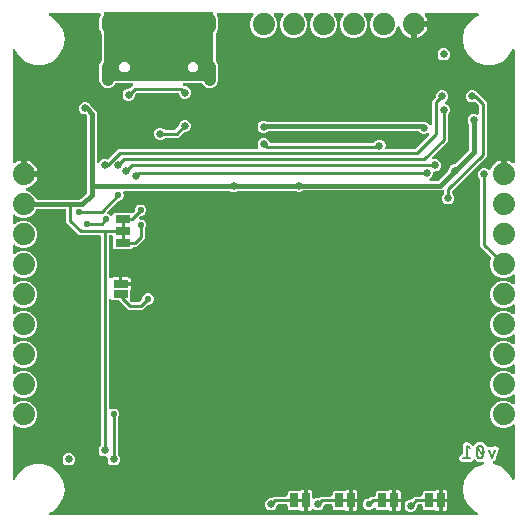
<source format=gbl>
G04 EAGLE Gerber RS-274X export*
G75*
%MOMM*%
%FSLAX34Y34*%
%LPD*%
%INBottom Copper*%
%IPPOS*%
%AMOC8*
5,1,8,0,0,1.08239X$1,22.5*%
G01*
%ADD10C,0.203200*%
%ADD11C,0.254000*%
%ADD12R,1.270000X0.635000*%
%ADD13C,1.879600*%
%ADD14C,0.635000*%
%ADD15R,0.635000X1.270000*%
%ADD16C,1.000000*%
%ADD17C,0.558800*%
%ADD18C,0.381000*%

G36*
X396185Y3315D02*
X396185Y3315D01*
X396283Y3318D01*
X396342Y3335D01*
X396404Y3343D01*
X396495Y3378D01*
X396588Y3405D01*
X396642Y3437D01*
X396700Y3460D01*
X396779Y3517D01*
X396863Y3566D01*
X396907Y3610D01*
X396957Y3646D01*
X397019Y3722D01*
X397088Y3790D01*
X397120Y3843D01*
X397160Y3891D01*
X397201Y3979D01*
X397251Y4063D01*
X397269Y4123D01*
X397295Y4179D01*
X397314Y4275D01*
X397341Y4368D01*
X397344Y4430D01*
X397355Y4491D01*
X397349Y4589D01*
X397353Y4686D01*
X397339Y4747D01*
X397336Y4809D01*
X397306Y4902D01*
X397285Y4997D01*
X397257Y5052D01*
X397237Y5111D01*
X397185Y5194D01*
X397142Y5281D01*
X397101Y5327D01*
X397067Y5380D01*
X396996Y5447D01*
X396932Y5520D01*
X396881Y5555D01*
X396836Y5598D01*
X396750Y5645D01*
X396670Y5700D01*
X396574Y5742D01*
X396557Y5752D01*
X396546Y5754D01*
X396523Y5765D01*
X395438Y6159D01*
X389605Y11054D01*
X385798Y17648D01*
X384476Y25146D01*
X385798Y32644D01*
X389605Y39238D01*
X395438Y44133D01*
X401408Y46305D01*
X401494Y46350D01*
X401585Y46386D01*
X401635Y46422D01*
X401691Y46451D01*
X401763Y46515D01*
X401842Y46572D01*
X401882Y46620D01*
X401928Y46662D01*
X401983Y46742D01*
X402045Y46817D01*
X402072Y46874D01*
X402106Y46925D01*
X402139Y47017D01*
X402180Y47105D01*
X402192Y47166D01*
X402213Y47225D01*
X402222Y47322D01*
X402240Y47418D01*
X402236Y47480D01*
X402242Y47542D01*
X402227Y47638D01*
X402221Y47735D01*
X402201Y47794D01*
X402191Y47856D01*
X402152Y47945D01*
X402122Y48037D01*
X402089Y48090D01*
X402064Y48147D01*
X402004Y48224D01*
X401952Y48306D01*
X401907Y48349D01*
X401869Y48398D01*
X401792Y48457D01*
X401721Y48524D01*
X401666Y48554D01*
X401617Y48592D01*
X401527Y48631D01*
X401442Y48678D01*
X401382Y48693D01*
X401325Y48718D01*
X401228Y48733D01*
X401134Y48757D01*
X401030Y48764D01*
X401010Y48767D01*
X400999Y48766D01*
X400974Y48767D01*
X397397Y48767D01*
X395049Y50444D01*
X395036Y50451D01*
X395026Y50460D01*
X394897Y50526D01*
X394769Y50595D01*
X394755Y50599D01*
X394742Y50605D01*
X394601Y50637D01*
X394461Y50672D01*
X394446Y50672D01*
X394432Y50675D01*
X394287Y50670D01*
X394143Y50669D01*
X394129Y50665D01*
X394114Y50665D01*
X393975Y50625D01*
X393835Y50588D01*
X393823Y50581D01*
X393809Y50577D01*
X393685Y50503D01*
X393558Y50432D01*
X393547Y50422D01*
X393535Y50415D01*
X393414Y50309D01*
X391873Y48767D01*
X383420Y48767D01*
X381634Y50553D01*
X381634Y53079D01*
X383434Y54878D01*
X383447Y54880D01*
X383565Y54887D01*
X383604Y54900D01*
X383644Y54905D01*
X383755Y54948D01*
X383868Y54985D01*
X383902Y55007D01*
X383940Y55022D01*
X384036Y55091D01*
X384137Y55155D01*
X384164Y55185D01*
X384197Y55208D01*
X384273Y55300D01*
X384354Y55387D01*
X384374Y55422D01*
X384400Y55453D01*
X384451Y55561D01*
X384508Y55665D01*
X384518Y55705D01*
X384535Y55741D01*
X384558Y55858D01*
X384587Y55973D01*
X384591Y56033D01*
X384595Y56053D01*
X384594Y56074D01*
X384598Y56134D01*
X384598Y62245D01*
X384596Y62259D01*
X384590Y62385D01*
X384471Y63454D01*
X384486Y63477D01*
X384494Y63505D01*
X384508Y63530D01*
X384541Y63656D01*
X384555Y63705D01*
X385322Y64471D01*
X385330Y64482D01*
X385415Y64575D01*
X386087Y65415D01*
X386113Y65421D01*
X386139Y65435D01*
X386167Y65443D01*
X386279Y65509D01*
X386324Y65533D01*
X387407Y65533D01*
X387422Y65535D01*
X387547Y65540D01*
X388616Y65659D01*
X388639Y65645D01*
X388667Y65636D01*
X388692Y65622D01*
X388819Y65590D01*
X388867Y65575D01*
X389633Y64809D01*
X389644Y64800D01*
X389738Y64715D01*
X392500Y62506D01*
X392516Y62496D01*
X392530Y62482D01*
X392651Y62413D01*
X392771Y62340D01*
X392789Y62334D01*
X392806Y62325D01*
X392941Y62288D01*
X393075Y62246D01*
X393094Y62245D01*
X393112Y62240D01*
X393252Y62238D01*
X393393Y62231D01*
X393411Y62235D01*
X393430Y62235D01*
X393566Y62267D01*
X393704Y62296D01*
X393721Y62304D01*
X393740Y62309D01*
X393864Y62374D01*
X393990Y62436D01*
X394004Y62448D01*
X394021Y62457D01*
X394125Y62551D01*
X394231Y62643D01*
X394242Y62658D01*
X394256Y62671D01*
X394334Y62788D01*
X394414Y62903D01*
X394421Y62921D01*
X394431Y62936D01*
X394493Y63085D01*
X394663Y63580D01*
X397397Y65533D01*
X400756Y65533D01*
X403490Y63580D01*
X403884Y62432D01*
X403934Y62330D01*
X403976Y62224D01*
X404003Y62187D01*
X404024Y62146D01*
X404097Y62060D01*
X404165Y61968D01*
X404200Y61939D01*
X404230Y61904D01*
X404323Y61839D01*
X404411Y61767D01*
X404453Y61748D01*
X404490Y61722D01*
X404597Y61681D01*
X404700Y61634D01*
X404745Y61625D01*
X404788Y61609D01*
X404901Y61597D01*
X405013Y61576D01*
X405058Y61579D01*
X405104Y61574D01*
X405216Y61590D01*
X405330Y61598D01*
X405398Y61616D01*
X405419Y61619D01*
X405436Y61626D01*
X405486Y61639D01*
X407227Y62220D01*
X408796Y61435D01*
X408824Y61425D01*
X408849Y61410D01*
X408974Y61372D01*
X409096Y61330D01*
X409125Y61327D01*
X409154Y61318D01*
X409284Y61313D01*
X409413Y61302D01*
X409442Y61307D01*
X409472Y61306D01*
X409599Y61333D01*
X409726Y61354D01*
X409754Y61366D01*
X409783Y61372D01*
X409931Y61435D01*
X411500Y62220D01*
X413896Y61421D01*
X415026Y59162D01*
X412711Y52217D01*
X412709Y52209D01*
X412705Y52200D01*
X412678Y52053D01*
X412649Y51905D01*
X412649Y51896D01*
X412648Y51888D01*
X412658Y51738D01*
X412665Y51603D01*
X412227Y50727D01*
X412224Y50718D01*
X412219Y50710D01*
X412159Y50561D01*
X411845Y49620D01*
X411750Y49556D01*
X411744Y49549D01*
X411736Y49544D01*
X411638Y49431D01*
X411548Y49330D01*
X410619Y49021D01*
X410610Y49017D01*
X410601Y49015D01*
X410495Y48970D01*
X410491Y48969D01*
X410488Y48967D01*
X410452Y48952D01*
X410423Y48937D01*
X410369Y48901D01*
X410332Y48883D01*
X410301Y48858D01*
X410217Y48808D01*
X410190Y48782D01*
X410159Y48761D01*
X410078Y48670D01*
X409991Y48584D01*
X409972Y48552D01*
X409947Y48524D01*
X409891Y48416D01*
X409828Y48311D01*
X409817Y48275D01*
X409800Y48242D01*
X409773Y48123D01*
X409738Y48006D01*
X409737Y47968D01*
X409728Y47932D01*
X409731Y47810D01*
X409727Y47688D01*
X409735Y47651D01*
X409736Y47614D01*
X409769Y47497D01*
X409795Y47378D01*
X409812Y47344D01*
X409822Y47308D01*
X409883Y47202D01*
X409938Y47093D01*
X409963Y47065D01*
X409982Y47033D01*
X410067Y46946D01*
X410147Y46854D01*
X410178Y46833D01*
X410205Y46806D01*
X410309Y46743D01*
X410409Y46674D01*
X410460Y46652D01*
X410477Y46642D01*
X410497Y46636D01*
X410557Y46609D01*
X417362Y44133D01*
X423195Y39238D01*
X426129Y34156D01*
X426217Y34040D01*
X426302Y33922D01*
X426313Y33914D01*
X426321Y33903D01*
X426435Y33812D01*
X426547Y33719D01*
X426560Y33714D01*
X426570Y33705D01*
X426704Y33646D01*
X426835Y33584D01*
X426848Y33581D01*
X426861Y33576D01*
X427005Y33551D01*
X427148Y33524D01*
X427161Y33525D01*
X427174Y33523D01*
X427320Y33535D01*
X427465Y33544D01*
X427478Y33548D01*
X427491Y33549D01*
X427629Y33597D01*
X427767Y33642D01*
X427779Y33649D01*
X427792Y33653D01*
X427913Y33734D01*
X428036Y33812D01*
X428045Y33822D01*
X428057Y33829D01*
X428154Y33937D01*
X428254Y34044D01*
X428261Y34055D01*
X428270Y34065D01*
X428337Y34194D01*
X428408Y34322D01*
X428411Y34335D01*
X428417Y34347D01*
X428451Y34489D01*
X428487Y34630D01*
X428488Y34648D01*
X428490Y34657D01*
X428490Y34674D01*
X428497Y34791D01*
X428497Y79068D01*
X428480Y79206D01*
X428467Y79344D01*
X428460Y79363D01*
X428457Y79383D01*
X428406Y79512D01*
X428359Y79643D01*
X428348Y79660D01*
X428340Y79679D01*
X428259Y79791D01*
X428181Y79906D01*
X428165Y79920D01*
X428154Y79936D01*
X428046Y80025D01*
X427942Y80117D01*
X427924Y80126D01*
X427909Y80139D01*
X427783Y80198D01*
X427659Y80261D01*
X427639Y80266D01*
X427621Y80274D01*
X427484Y80301D01*
X427349Y80331D01*
X427328Y80330D01*
X427309Y80334D01*
X427170Y80326D01*
X427031Y80321D01*
X427011Y80316D01*
X426991Y80314D01*
X426859Y80272D01*
X426725Y80233D01*
X426708Y80223D01*
X426689Y80216D01*
X426571Y80142D01*
X426451Y80071D01*
X426430Y80053D01*
X426420Y80046D01*
X426406Y80031D01*
X426331Y79965D01*
X425575Y79209D01*
X421374Y77469D01*
X416826Y77469D01*
X412625Y79209D01*
X409409Y82425D01*
X407669Y86626D01*
X407669Y91174D01*
X409409Y95375D01*
X412625Y98591D01*
X416826Y100331D01*
X421374Y100331D01*
X425575Y98591D01*
X426331Y97835D01*
X426440Y97750D01*
X426547Y97661D01*
X426566Y97652D01*
X426582Y97640D01*
X426710Y97585D01*
X426835Y97526D01*
X426855Y97522D01*
X426874Y97514D01*
X427012Y97492D01*
X427148Y97466D01*
X427168Y97467D01*
X427188Y97464D01*
X427327Y97477D01*
X427465Y97486D01*
X427484Y97492D01*
X427504Y97494D01*
X427636Y97541D01*
X427767Y97584D01*
X427785Y97594D01*
X427804Y97601D01*
X427919Y97679D01*
X428036Y97754D01*
X428050Y97768D01*
X428067Y97780D01*
X428159Y97884D01*
X428254Y97985D01*
X428264Y98003D01*
X428277Y98018D01*
X428340Y98142D01*
X428408Y98264D01*
X428413Y98283D01*
X428422Y98301D01*
X428452Y98437D01*
X428487Y98572D01*
X428489Y98600D01*
X428492Y98612D01*
X428491Y98632D01*
X428497Y98732D01*
X428497Y104468D01*
X428480Y104606D01*
X428467Y104744D01*
X428460Y104763D01*
X428457Y104783D01*
X428406Y104912D01*
X428359Y105043D01*
X428348Y105060D01*
X428340Y105079D01*
X428259Y105191D01*
X428181Y105306D01*
X428165Y105320D01*
X428154Y105336D01*
X428046Y105425D01*
X427942Y105517D01*
X427924Y105526D01*
X427909Y105539D01*
X427783Y105598D01*
X427659Y105661D01*
X427639Y105666D01*
X427621Y105674D01*
X427484Y105701D01*
X427349Y105731D01*
X427328Y105730D01*
X427309Y105734D01*
X427170Y105726D01*
X427031Y105721D01*
X427011Y105716D01*
X426991Y105714D01*
X426859Y105672D01*
X426725Y105633D01*
X426708Y105623D01*
X426689Y105616D01*
X426571Y105542D01*
X426451Y105471D01*
X426430Y105453D01*
X426420Y105446D01*
X426406Y105431D01*
X426331Y105365D01*
X425575Y104609D01*
X421374Y102869D01*
X416826Y102869D01*
X412625Y104609D01*
X409409Y107825D01*
X407669Y112026D01*
X407669Y116574D01*
X409409Y120775D01*
X412625Y123991D01*
X416826Y125731D01*
X421374Y125731D01*
X425575Y123991D01*
X426331Y123235D01*
X426440Y123150D01*
X426547Y123061D01*
X426566Y123052D01*
X426582Y123040D01*
X426710Y122985D01*
X426835Y122926D01*
X426855Y122922D01*
X426874Y122914D01*
X427012Y122892D01*
X427148Y122866D01*
X427168Y122867D01*
X427188Y122864D01*
X427327Y122877D01*
X427465Y122886D01*
X427484Y122892D01*
X427504Y122894D01*
X427636Y122941D01*
X427767Y122984D01*
X427785Y122994D01*
X427804Y123001D01*
X427919Y123079D01*
X428036Y123154D01*
X428050Y123168D01*
X428067Y123180D01*
X428159Y123284D01*
X428254Y123385D01*
X428264Y123403D01*
X428277Y123418D01*
X428340Y123542D01*
X428408Y123664D01*
X428413Y123683D01*
X428422Y123701D01*
X428452Y123837D01*
X428487Y123972D01*
X428489Y124000D01*
X428492Y124012D01*
X428491Y124032D01*
X428497Y124132D01*
X428497Y129868D01*
X428480Y130006D01*
X428467Y130144D01*
X428460Y130163D01*
X428457Y130183D01*
X428406Y130312D01*
X428359Y130443D01*
X428348Y130460D01*
X428340Y130479D01*
X428259Y130591D01*
X428181Y130706D01*
X428165Y130720D01*
X428154Y130736D01*
X428046Y130825D01*
X427942Y130917D01*
X427924Y130926D01*
X427909Y130939D01*
X427783Y130998D01*
X427659Y131061D01*
X427639Y131066D01*
X427621Y131074D01*
X427484Y131101D01*
X427349Y131131D01*
X427328Y131130D01*
X427309Y131134D01*
X427170Y131126D01*
X427031Y131121D01*
X427011Y131116D01*
X426991Y131114D01*
X426859Y131072D01*
X426725Y131033D01*
X426708Y131023D01*
X426689Y131016D01*
X426571Y130942D01*
X426451Y130871D01*
X426430Y130853D01*
X426420Y130846D01*
X426406Y130831D01*
X426331Y130765D01*
X425575Y130009D01*
X421374Y128269D01*
X416826Y128269D01*
X412625Y130009D01*
X409409Y133225D01*
X407669Y137426D01*
X407669Y141974D01*
X409409Y146175D01*
X412625Y149391D01*
X416826Y151131D01*
X421374Y151131D01*
X425575Y149391D01*
X426331Y148635D01*
X426440Y148550D01*
X426547Y148461D01*
X426566Y148452D01*
X426582Y148440D01*
X426710Y148385D01*
X426835Y148326D01*
X426855Y148322D01*
X426874Y148314D01*
X427012Y148292D01*
X427148Y148266D01*
X427168Y148267D01*
X427188Y148264D01*
X427327Y148277D01*
X427465Y148286D01*
X427484Y148292D01*
X427504Y148294D01*
X427636Y148341D01*
X427767Y148384D01*
X427785Y148394D01*
X427804Y148401D01*
X427919Y148479D01*
X428036Y148554D01*
X428050Y148568D01*
X428067Y148580D01*
X428159Y148684D01*
X428254Y148785D01*
X428264Y148803D01*
X428277Y148818D01*
X428340Y148942D01*
X428408Y149064D01*
X428413Y149083D01*
X428422Y149101D01*
X428452Y149237D01*
X428487Y149372D01*
X428489Y149400D01*
X428492Y149412D01*
X428491Y149432D01*
X428497Y149532D01*
X428497Y155268D01*
X428480Y155406D01*
X428467Y155544D01*
X428460Y155563D01*
X428457Y155583D01*
X428406Y155712D01*
X428359Y155843D01*
X428348Y155860D01*
X428340Y155879D01*
X428259Y155991D01*
X428181Y156106D01*
X428165Y156120D01*
X428154Y156136D01*
X428046Y156225D01*
X427942Y156317D01*
X427924Y156326D01*
X427909Y156339D01*
X427783Y156398D01*
X427659Y156461D01*
X427639Y156466D01*
X427621Y156474D01*
X427484Y156501D01*
X427349Y156531D01*
X427328Y156530D01*
X427309Y156534D01*
X427170Y156526D01*
X427031Y156521D01*
X427011Y156516D01*
X426991Y156514D01*
X426859Y156472D01*
X426725Y156433D01*
X426708Y156423D01*
X426689Y156416D01*
X426571Y156342D01*
X426451Y156271D01*
X426430Y156253D01*
X426420Y156246D01*
X426406Y156231D01*
X426331Y156165D01*
X425575Y155409D01*
X421374Y153669D01*
X416826Y153669D01*
X412625Y155409D01*
X409409Y158625D01*
X407669Y162826D01*
X407669Y167374D01*
X409409Y171575D01*
X412625Y174791D01*
X416826Y176531D01*
X421374Y176531D01*
X425575Y174791D01*
X426331Y174035D01*
X426440Y173950D01*
X426547Y173861D01*
X426566Y173852D01*
X426582Y173840D01*
X426710Y173785D01*
X426835Y173726D01*
X426855Y173722D01*
X426874Y173714D01*
X427012Y173692D01*
X427148Y173666D01*
X427168Y173667D01*
X427188Y173664D01*
X427327Y173677D01*
X427465Y173686D01*
X427484Y173692D01*
X427504Y173694D01*
X427636Y173741D01*
X427767Y173784D01*
X427785Y173794D01*
X427804Y173801D01*
X427919Y173879D01*
X428036Y173954D01*
X428050Y173968D01*
X428067Y173980D01*
X428159Y174084D01*
X428254Y174185D01*
X428264Y174203D01*
X428277Y174218D01*
X428340Y174342D01*
X428408Y174464D01*
X428413Y174483D01*
X428422Y174501D01*
X428452Y174637D01*
X428487Y174772D01*
X428489Y174800D01*
X428492Y174812D01*
X428491Y174832D01*
X428497Y174932D01*
X428497Y180668D01*
X428480Y180806D01*
X428467Y180944D01*
X428460Y180963D01*
X428457Y180983D01*
X428406Y181112D01*
X428359Y181243D01*
X428348Y181260D01*
X428340Y181279D01*
X428259Y181391D01*
X428181Y181506D01*
X428165Y181520D01*
X428154Y181536D01*
X428046Y181625D01*
X427942Y181717D01*
X427924Y181726D01*
X427909Y181739D01*
X427783Y181798D01*
X427659Y181861D01*
X427639Y181866D01*
X427621Y181874D01*
X427484Y181901D01*
X427349Y181931D01*
X427328Y181930D01*
X427309Y181934D01*
X427170Y181926D01*
X427031Y181921D01*
X427011Y181916D01*
X426991Y181914D01*
X426859Y181872D01*
X426725Y181833D01*
X426708Y181823D01*
X426689Y181816D01*
X426571Y181742D01*
X426451Y181671D01*
X426430Y181653D01*
X426420Y181646D01*
X426406Y181631D01*
X426331Y181565D01*
X425575Y180809D01*
X421374Y179069D01*
X416826Y179069D01*
X412625Y180809D01*
X409409Y184025D01*
X407669Y188226D01*
X407669Y192774D01*
X409409Y196975D01*
X412625Y200191D01*
X416826Y201931D01*
X421374Y201931D01*
X425575Y200191D01*
X426331Y199435D01*
X426440Y199350D01*
X426547Y199261D01*
X426566Y199252D01*
X426582Y199240D01*
X426710Y199185D01*
X426835Y199126D01*
X426855Y199122D01*
X426874Y199114D01*
X427012Y199092D01*
X427148Y199066D01*
X427168Y199067D01*
X427188Y199064D01*
X427327Y199077D01*
X427465Y199086D01*
X427484Y199092D01*
X427504Y199094D01*
X427636Y199141D01*
X427767Y199184D01*
X427785Y199194D01*
X427804Y199201D01*
X427919Y199279D01*
X428036Y199354D01*
X428050Y199368D01*
X428067Y199380D01*
X428159Y199484D01*
X428254Y199585D01*
X428264Y199603D01*
X428277Y199618D01*
X428340Y199742D01*
X428408Y199864D01*
X428413Y199883D01*
X428422Y199901D01*
X428452Y200037D01*
X428487Y200172D01*
X428489Y200200D01*
X428492Y200212D01*
X428491Y200232D01*
X428497Y200332D01*
X428497Y206068D01*
X428480Y206206D01*
X428467Y206344D01*
X428460Y206363D01*
X428457Y206383D01*
X428406Y206512D01*
X428359Y206643D01*
X428348Y206660D01*
X428340Y206679D01*
X428259Y206791D01*
X428181Y206906D01*
X428165Y206920D01*
X428154Y206936D01*
X428046Y207025D01*
X427942Y207117D01*
X427924Y207126D01*
X427909Y207139D01*
X427783Y207198D01*
X427659Y207261D01*
X427639Y207266D01*
X427621Y207274D01*
X427484Y207301D01*
X427349Y207331D01*
X427328Y207330D01*
X427309Y207334D01*
X427170Y207326D01*
X427031Y207321D01*
X427011Y207316D01*
X426991Y207314D01*
X426859Y207272D01*
X426725Y207233D01*
X426708Y207223D01*
X426689Y207216D01*
X426571Y207142D01*
X426451Y207071D01*
X426430Y207053D01*
X426420Y207046D01*
X426406Y207031D01*
X426331Y206965D01*
X425575Y206209D01*
X421374Y204469D01*
X416826Y204469D01*
X412625Y206209D01*
X409409Y209425D01*
X407669Y213626D01*
X407669Y218174D01*
X408659Y220562D01*
X408666Y220591D01*
X408680Y220617D01*
X408708Y220744D01*
X408743Y220869D01*
X408743Y220899D01*
X408750Y220928D01*
X408746Y221057D01*
X408748Y221187D01*
X408741Y221216D01*
X408740Y221245D01*
X408704Y221370D01*
X408674Y221496D01*
X408660Y221523D01*
X408652Y221551D01*
X408586Y221662D01*
X408525Y221778D01*
X408505Y221799D01*
X408490Y221825D01*
X408384Y221946D01*
X399287Y231042D01*
X399287Y287512D01*
X399275Y287610D01*
X399272Y287709D01*
X399255Y287768D01*
X399247Y287828D01*
X399211Y287920D01*
X399183Y288015D01*
X399153Y288067D01*
X399130Y288123D01*
X399072Y288203D01*
X399022Y288289D01*
X398956Y288364D01*
X398944Y288381D01*
X398934Y288388D01*
X398916Y288410D01*
X398175Y289150D01*
X397382Y291064D01*
X397382Y293136D01*
X398175Y295050D01*
X399640Y296515D01*
X401554Y297308D01*
X403626Y297308D01*
X405540Y296515D01*
X405918Y296137D01*
X405997Y296076D01*
X406069Y296008D01*
X406122Y295979D01*
X406169Y295942D01*
X406261Y295902D01*
X406348Y295854D01*
X406406Y295839D01*
X406461Y295815D01*
X406560Y295800D01*
X406656Y295775D01*
X406716Y295775D01*
X406775Y295766D01*
X406874Y295775D01*
X406974Y295775D01*
X407032Y295790D01*
X407092Y295795D01*
X407185Y295829D01*
X407282Y295854D01*
X407335Y295883D01*
X407391Y295903D01*
X407473Y295959D01*
X407561Y296007D01*
X407605Y296048D01*
X407654Y296082D01*
X407720Y296156D01*
X407793Y296224D01*
X407825Y296275D01*
X407865Y296320D01*
X407910Y296409D01*
X407963Y296492D01*
X408000Y296585D01*
X408009Y296603D01*
X408012Y296615D01*
X408023Y296642D01*
X408036Y296683D01*
X408889Y298357D01*
X409994Y299878D01*
X411322Y301206D01*
X412843Y302311D01*
X414517Y303164D01*
X416304Y303745D01*
X416561Y303785D01*
X416561Y293370D01*
X416576Y293252D01*
X416583Y293133D01*
X416596Y293095D01*
X416601Y293055D01*
X416644Y292944D01*
X416681Y292831D01*
X416703Y292797D01*
X416718Y292759D01*
X416788Y292663D01*
X416851Y292562D01*
X416881Y292534D01*
X416904Y292502D01*
X416996Y292426D01*
X417083Y292344D01*
X417118Y292325D01*
X417149Y292299D01*
X417257Y292248D01*
X417361Y292191D01*
X417401Y292180D01*
X417437Y292163D01*
X417554Y292141D01*
X417669Y292111D01*
X417730Y292107D01*
X417750Y292103D01*
X417770Y292105D01*
X417830Y292101D01*
X420370Y292101D01*
X420488Y292116D01*
X420607Y292123D01*
X420645Y292136D01*
X420685Y292141D01*
X420796Y292185D01*
X420909Y292221D01*
X420944Y292243D01*
X420981Y292258D01*
X421077Y292328D01*
X421178Y292391D01*
X421206Y292421D01*
X421239Y292445D01*
X421314Y292536D01*
X421396Y292623D01*
X421416Y292658D01*
X421441Y292690D01*
X421492Y292797D01*
X421550Y292902D01*
X421560Y292941D01*
X421577Y292977D01*
X421599Y293094D01*
X421629Y293209D01*
X421633Y293270D01*
X421637Y293290D01*
X421635Y293310D01*
X421639Y293370D01*
X421639Y303785D01*
X421896Y303745D01*
X423683Y303164D01*
X425357Y302311D01*
X426482Y301494D01*
X426517Y301475D01*
X426547Y301449D01*
X426656Y301398D01*
X426761Y301341D01*
X426799Y301331D01*
X426835Y301314D01*
X426953Y301291D01*
X427069Y301261D01*
X427108Y301261D01*
X427148Y301254D01*
X427267Y301261D01*
X427387Y301261D01*
X427425Y301271D01*
X427465Y301274D01*
X427578Y301310D01*
X427695Y301340D01*
X427730Y301359D01*
X427767Y301372D01*
X427869Y301436D01*
X427973Y301493D01*
X428002Y301520D01*
X428036Y301542D01*
X428118Y301629D01*
X428205Y301711D01*
X428227Y301744D01*
X428254Y301773D01*
X428312Y301878D01*
X428376Y301979D01*
X428388Y302017D01*
X428408Y302052D01*
X428437Y302168D01*
X428475Y302282D01*
X428477Y302321D01*
X428487Y302360D01*
X428497Y302521D01*
X428497Y396755D01*
X428479Y396900D01*
X428464Y397045D01*
X428459Y397057D01*
X428457Y397071D01*
X428404Y397206D01*
X428353Y397343D01*
X428345Y397354D01*
X428340Y397366D01*
X428255Y397484D01*
X428172Y397604D01*
X428161Y397613D01*
X428154Y397624D01*
X428042Y397717D01*
X427931Y397812D01*
X427919Y397818D01*
X427909Y397827D01*
X427777Y397888D01*
X427646Y397954D01*
X427633Y397956D01*
X427621Y397962D01*
X427479Y397989D01*
X427335Y398020D01*
X427322Y398019D01*
X427309Y398022D01*
X427164Y398013D01*
X427018Y398007D01*
X427005Y398003D01*
X426991Y398002D01*
X426853Y397957D01*
X426713Y397915D01*
X426701Y397908D01*
X426689Y397904D01*
X426566Y397826D01*
X426441Y397751D01*
X426431Y397741D01*
X426420Y397734D01*
X426320Y397628D01*
X426218Y397524D01*
X426208Y397509D01*
X426202Y397502D01*
X426194Y397487D01*
X426129Y397390D01*
X423195Y392308D01*
X417362Y387413D01*
X410207Y384809D01*
X402593Y384809D01*
X395438Y387413D01*
X389605Y392308D01*
X385798Y398902D01*
X384476Y406400D01*
X385798Y413898D01*
X389605Y420492D01*
X395438Y425387D01*
X397221Y426035D01*
X397307Y426080D01*
X397398Y426116D01*
X397448Y426152D01*
X397503Y426181D01*
X397576Y426245D01*
X397655Y426302D01*
X397695Y426350D01*
X397741Y426392D01*
X397796Y426472D01*
X397858Y426547D01*
X397884Y426604D01*
X397919Y426655D01*
X397952Y426747D01*
X397993Y426835D01*
X398005Y426896D01*
X398026Y426955D01*
X398035Y427052D01*
X398053Y427148D01*
X398049Y427210D01*
X398055Y427272D01*
X398039Y427368D01*
X398033Y427465D01*
X398014Y427524D01*
X398004Y427586D01*
X397965Y427675D01*
X397935Y427767D01*
X397902Y427820D01*
X397877Y427877D01*
X397817Y427954D01*
X397765Y428036D01*
X397720Y428079D01*
X397682Y428128D01*
X397605Y428187D01*
X397534Y428254D01*
X397479Y428284D01*
X397430Y428322D01*
X397340Y428361D01*
X397255Y428408D01*
X397195Y428423D01*
X397138Y428448D01*
X397041Y428463D01*
X396947Y428487D01*
X396843Y428494D01*
X396823Y428497D01*
X396812Y428496D01*
X396786Y428497D01*
X353321Y428497D01*
X353281Y428492D01*
X353241Y428495D01*
X353124Y428472D01*
X353005Y428457D01*
X352968Y428443D01*
X352929Y428435D01*
X352821Y428384D01*
X352709Y428340D01*
X352677Y428317D01*
X352641Y428300D01*
X352549Y428224D01*
X352452Y428154D01*
X352427Y428123D01*
X352396Y428098D01*
X352326Y428001D01*
X352249Y427909D01*
X352232Y427873D01*
X352209Y427840D01*
X352165Y427729D01*
X352114Y427621D01*
X352106Y427582D01*
X352091Y427545D01*
X352076Y427426D01*
X352054Y427309D01*
X352056Y427269D01*
X352051Y427229D01*
X352066Y427111D01*
X352074Y426991D01*
X352086Y426953D01*
X352091Y426914D01*
X352135Y426802D01*
X352172Y426689D01*
X352193Y426655D01*
X352208Y426618D01*
X352294Y426482D01*
X353111Y425357D01*
X353964Y423683D01*
X354545Y421896D01*
X354585Y421639D01*
X344170Y421639D01*
X344052Y421624D01*
X343933Y421617D01*
X343895Y421604D01*
X343855Y421599D01*
X343744Y421556D01*
X343631Y421519D01*
X343597Y421497D01*
X343559Y421482D01*
X343463Y421412D01*
X343362Y421349D01*
X343334Y421319D01*
X343302Y421295D01*
X343226Y421204D01*
X343144Y421117D01*
X343125Y421082D01*
X343099Y421051D01*
X343048Y420943D01*
X342991Y420839D01*
X342980Y420799D01*
X342963Y420763D01*
X342941Y420646D01*
X342911Y420531D01*
X342907Y420470D01*
X342903Y420450D01*
X342905Y420430D01*
X342901Y420370D01*
X342901Y419099D01*
X341630Y419099D01*
X341512Y419084D01*
X341393Y419077D01*
X341355Y419064D01*
X341314Y419059D01*
X341204Y419015D01*
X341091Y418979D01*
X341056Y418957D01*
X341019Y418942D01*
X340923Y418872D01*
X340822Y418809D01*
X340794Y418779D01*
X340761Y418755D01*
X340686Y418664D01*
X340604Y418577D01*
X340584Y418542D01*
X340559Y418510D01*
X340508Y418403D01*
X340450Y418298D01*
X340440Y418259D01*
X340423Y418223D01*
X340401Y418106D01*
X340371Y417991D01*
X340367Y417930D01*
X340363Y417910D01*
X340365Y417890D01*
X340361Y417830D01*
X340361Y407415D01*
X340104Y407455D01*
X338317Y408036D01*
X336643Y408889D01*
X335122Y409994D01*
X333794Y411322D01*
X332689Y412843D01*
X331836Y414517D01*
X331246Y416334D01*
X331220Y416420D01*
X331190Y416546D01*
X331176Y416573D01*
X331168Y416602D01*
X331102Y416713D01*
X331042Y416827D01*
X331021Y416850D01*
X331006Y416876D01*
X330915Y416967D01*
X330828Y417063D01*
X330803Y417079D01*
X330781Y417101D01*
X330670Y417166D01*
X330562Y417237D01*
X330533Y417247D01*
X330508Y417263D01*
X330384Y417299D01*
X330261Y417341D01*
X330231Y417343D01*
X330202Y417351D01*
X330073Y417356D01*
X329944Y417366D01*
X329914Y417361D01*
X329884Y417362D01*
X329758Y417334D01*
X329631Y417311D01*
X329603Y417299D01*
X329574Y417292D01*
X329459Y417234D01*
X329341Y417181D01*
X329317Y417162D01*
X329290Y417148D01*
X329193Y417063D01*
X329092Y416982D01*
X329074Y416958D01*
X329052Y416938D01*
X328979Y416831D01*
X328901Y416728D01*
X328882Y416689D01*
X328873Y416675D01*
X328865Y416655D01*
X328830Y416584D01*
X327191Y412625D01*
X323975Y409409D01*
X319774Y407669D01*
X315226Y407669D01*
X311025Y409409D01*
X307809Y412625D01*
X306069Y416826D01*
X306069Y421374D01*
X307809Y425575D01*
X308565Y426331D01*
X308650Y426440D01*
X308739Y426547D01*
X308748Y426566D01*
X308760Y426582D01*
X308815Y426710D01*
X308874Y426835D01*
X308878Y426855D01*
X308886Y426874D01*
X308908Y427012D01*
X308934Y427148D01*
X308933Y427168D01*
X308936Y427188D01*
X308923Y427327D01*
X308914Y427465D01*
X308908Y427484D01*
X308906Y427504D01*
X308859Y427636D01*
X308816Y427767D01*
X308806Y427785D01*
X308799Y427804D01*
X308721Y427919D01*
X308646Y428036D01*
X308632Y428050D01*
X308620Y428067D01*
X308516Y428159D01*
X308415Y428254D01*
X308397Y428264D01*
X308382Y428277D01*
X308258Y428340D01*
X308136Y428408D01*
X308117Y428413D01*
X308099Y428422D01*
X307963Y428452D01*
X307828Y428487D01*
X307800Y428489D01*
X307788Y428492D01*
X307768Y428491D01*
X307668Y428497D01*
X301932Y428497D01*
X301794Y428480D01*
X301656Y428467D01*
X301637Y428460D01*
X301617Y428457D01*
X301488Y428406D01*
X301357Y428359D01*
X301340Y428348D01*
X301321Y428340D01*
X301209Y428259D01*
X301094Y428181D01*
X301080Y428165D01*
X301064Y428154D01*
X300975Y428046D01*
X300883Y427942D01*
X300874Y427924D01*
X300861Y427909D01*
X300802Y427783D01*
X300739Y427659D01*
X300734Y427639D01*
X300726Y427621D01*
X300699Y427484D01*
X300669Y427349D01*
X300670Y427328D01*
X300666Y427309D01*
X300674Y427170D01*
X300679Y427031D01*
X300684Y427011D01*
X300686Y426991D01*
X300728Y426859D01*
X300767Y426725D01*
X300777Y426708D01*
X300784Y426689D01*
X300858Y426571D01*
X300929Y426451D01*
X300947Y426430D01*
X300954Y426420D01*
X300969Y426406D01*
X301035Y426331D01*
X301791Y425575D01*
X303531Y421374D01*
X303531Y416826D01*
X301791Y412625D01*
X298575Y409409D01*
X294374Y407669D01*
X289826Y407669D01*
X285625Y409409D01*
X282409Y412625D01*
X280669Y416826D01*
X280669Y421374D01*
X282409Y425575D01*
X283165Y426331D01*
X283250Y426440D01*
X283339Y426547D01*
X283348Y426566D01*
X283360Y426582D01*
X283415Y426710D01*
X283474Y426835D01*
X283478Y426855D01*
X283486Y426874D01*
X283508Y427012D01*
X283534Y427148D01*
X283533Y427168D01*
X283536Y427188D01*
X283523Y427327D01*
X283514Y427465D01*
X283508Y427484D01*
X283506Y427504D01*
X283459Y427636D01*
X283416Y427767D01*
X283406Y427785D01*
X283399Y427804D01*
X283321Y427919D01*
X283246Y428036D01*
X283232Y428050D01*
X283220Y428067D01*
X283116Y428159D01*
X283015Y428254D01*
X282997Y428264D01*
X282982Y428277D01*
X282858Y428340D01*
X282736Y428408D01*
X282717Y428413D01*
X282699Y428422D01*
X282563Y428452D01*
X282428Y428487D01*
X282400Y428489D01*
X282388Y428492D01*
X282368Y428491D01*
X282268Y428497D01*
X276532Y428497D01*
X276394Y428480D01*
X276256Y428467D01*
X276237Y428460D01*
X276217Y428457D01*
X276088Y428406D01*
X275957Y428359D01*
X275940Y428348D01*
X275921Y428340D01*
X275809Y428259D01*
X275694Y428181D01*
X275680Y428165D01*
X275664Y428154D01*
X275575Y428046D01*
X275483Y427942D01*
X275474Y427924D01*
X275461Y427909D01*
X275402Y427783D01*
X275339Y427659D01*
X275334Y427639D01*
X275326Y427621D01*
X275299Y427484D01*
X275269Y427349D01*
X275270Y427328D01*
X275266Y427309D01*
X275274Y427170D01*
X275279Y427031D01*
X275284Y427011D01*
X275286Y426991D01*
X275328Y426859D01*
X275367Y426725D01*
X275377Y426708D01*
X275384Y426689D01*
X275458Y426571D01*
X275529Y426451D01*
X275547Y426430D01*
X275554Y426420D01*
X275569Y426406D01*
X275635Y426331D01*
X276391Y425575D01*
X278131Y421374D01*
X278131Y416826D01*
X276391Y412625D01*
X273175Y409409D01*
X268974Y407669D01*
X264426Y407669D01*
X260225Y409409D01*
X257009Y412625D01*
X255269Y416826D01*
X255269Y421374D01*
X257009Y425575D01*
X257765Y426331D01*
X257850Y426440D01*
X257939Y426547D01*
X257948Y426566D01*
X257960Y426582D01*
X258015Y426710D01*
X258074Y426835D01*
X258078Y426855D01*
X258086Y426874D01*
X258108Y427012D01*
X258134Y427148D01*
X258133Y427168D01*
X258136Y427188D01*
X258123Y427327D01*
X258114Y427465D01*
X258108Y427484D01*
X258106Y427504D01*
X258059Y427636D01*
X258016Y427767D01*
X258006Y427785D01*
X257999Y427804D01*
X257921Y427919D01*
X257846Y428036D01*
X257832Y428050D01*
X257820Y428067D01*
X257716Y428159D01*
X257615Y428254D01*
X257597Y428264D01*
X257582Y428277D01*
X257458Y428340D01*
X257336Y428408D01*
X257317Y428413D01*
X257299Y428422D01*
X257163Y428452D01*
X257028Y428487D01*
X257000Y428489D01*
X256988Y428492D01*
X256968Y428491D01*
X256868Y428497D01*
X251132Y428497D01*
X250994Y428480D01*
X250856Y428467D01*
X250837Y428460D01*
X250817Y428457D01*
X250688Y428406D01*
X250557Y428359D01*
X250540Y428348D01*
X250521Y428340D01*
X250409Y428259D01*
X250294Y428181D01*
X250280Y428165D01*
X250264Y428154D01*
X250175Y428046D01*
X250083Y427942D01*
X250074Y427924D01*
X250061Y427909D01*
X250002Y427783D01*
X249939Y427659D01*
X249934Y427639D01*
X249926Y427621D01*
X249899Y427484D01*
X249869Y427349D01*
X249870Y427328D01*
X249866Y427309D01*
X249874Y427170D01*
X249879Y427031D01*
X249884Y427011D01*
X249886Y426991D01*
X249928Y426859D01*
X249967Y426725D01*
X249977Y426708D01*
X249984Y426689D01*
X250058Y426571D01*
X250129Y426451D01*
X250147Y426430D01*
X250154Y426420D01*
X250169Y426406D01*
X250235Y426331D01*
X250991Y425575D01*
X252731Y421374D01*
X252731Y416826D01*
X250991Y412625D01*
X247775Y409409D01*
X243574Y407669D01*
X239026Y407669D01*
X234825Y409409D01*
X231609Y412625D01*
X229869Y416826D01*
X229869Y421374D01*
X231609Y425575D01*
X232365Y426331D01*
X232450Y426440D01*
X232539Y426547D01*
X232548Y426566D01*
X232560Y426582D01*
X232615Y426710D01*
X232674Y426835D01*
X232678Y426855D01*
X232686Y426874D01*
X232708Y427012D01*
X232734Y427148D01*
X232733Y427168D01*
X232736Y427188D01*
X232723Y427327D01*
X232714Y427465D01*
X232708Y427484D01*
X232706Y427504D01*
X232659Y427636D01*
X232616Y427767D01*
X232606Y427785D01*
X232599Y427804D01*
X232521Y427919D01*
X232446Y428036D01*
X232432Y428050D01*
X232420Y428067D01*
X232316Y428159D01*
X232215Y428254D01*
X232197Y428264D01*
X232182Y428277D01*
X232058Y428340D01*
X231936Y428408D01*
X231917Y428413D01*
X231899Y428422D01*
X231763Y428452D01*
X231628Y428487D01*
X231600Y428489D01*
X231588Y428492D01*
X231568Y428491D01*
X231468Y428497D01*
X225732Y428497D01*
X225594Y428480D01*
X225456Y428467D01*
X225437Y428460D01*
X225417Y428457D01*
X225288Y428406D01*
X225157Y428359D01*
X225140Y428348D01*
X225121Y428340D01*
X225009Y428259D01*
X224894Y428181D01*
X224880Y428165D01*
X224864Y428154D01*
X224775Y428046D01*
X224683Y427942D01*
X224674Y427924D01*
X224661Y427909D01*
X224602Y427783D01*
X224539Y427659D01*
X224534Y427639D01*
X224526Y427621D01*
X224499Y427484D01*
X224469Y427349D01*
X224470Y427328D01*
X224466Y427309D01*
X224474Y427170D01*
X224479Y427031D01*
X224484Y427011D01*
X224486Y426991D01*
X224528Y426859D01*
X224567Y426725D01*
X224577Y426708D01*
X224584Y426689D01*
X224658Y426571D01*
X224729Y426451D01*
X224747Y426430D01*
X224754Y426420D01*
X224769Y426406D01*
X224835Y426331D01*
X225591Y425575D01*
X227331Y421374D01*
X227331Y416826D01*
X225591Y412625D01*
X222375Y409409D01*
X218174Y407669D01*
X213626Y407669D01*
X209425Y409409D01*
X206209Y412625D01*
X204469Y416826D01*
X204469Y421374D01*
X206209Y425575D01*
X206965Y426331D01*
X207050Y426440D01*
X207139Y426547D01*
X207148Y426566D01*
X207160Y426582D01*
X207215Y426710D01*
X207274Y426835D01*
X207278Y426855D01*
X207286Y426874D01*
X207308Y427012D01*
X207334Y427148D01*
X207333Y427168D01*
X207336Y427188D01*
X207323Y427327D01*
X207314Y427465D01*
X207308Y427484D01*
X207306Y427504D01*
X207259Y427636D01*
X207216Y427767D01*
X207206Y427785D01*
X207199Y427804D01*
X207121Y427919D01*
X207046Y428036D01*
X207032Y428050D01*
X207020Y428067D01*
X206916Y428159D01*
X206815Y428254D01*
X206797Y428264D01*
X206782Y428277D01*
X206658Y428340D01*
X206536Y428408D01*
X206517Y428413D01*
X206499Y428422D01*
X206363Y428452D01*
X206228Y428487D01*
X206200Y428489D01*
X206188Y428492D01*
X206168Y428491D01*
X206068Y428497D01*
X177217Y428497D01*
X177078Y428480D01*
X176939Y428467D01*
X176921Y428460D01*
X176901Y428457D01*
X176771Y428406D01*
X176640Y428359D01*
X176624Y428348D01*
X176606Y428340D01*
X176493Y428259D01*
X176377Y428180D01*
X176364Y428165D01*
X176348Y428154D01*
X176259Y428046D01*
X176167Y427941D01*
X176158Y427924D01*
X176145Y427909D01*
X176086Y427783D01*
X176023Y427658D01*
X176018Y427639D01*
X176010Y427621D01*
X175984Y427484D01*
X175953Y427348D01*
X175954Y427328D01*
X175950Y427309D01*
X175959Y427170D01*
X175963Y427030D01*
X175969Y427011D01*
X175970Y426991D01*
X176013Y426858D01*
X176052Y426724D01*
X176062Y426707D01*
X176068Y426689D01*
X176100Y426638D01*
X177233Y423903D01*
X177233Y415105D01*
X176162Y412520D01*
X175759Y412118D01*
X175699Y412039D01*
X175631Y411967D01*
X175602Y411914D01*
X175565Y411866D01*
X175525Y411775D01*
X175477Y411689D01*
X175462Y411630D01*
X175438Y411575D01*
X175423Y411477D01*
X175398Y411381D01*
X175392Y411281D01*
X175388Y411260D01*
X175390Y411248D01*
X175388Y411220D01*
X175388Y388488D01*
X175400Y388390D01*
X175403Y388291D01*
X175420Y388232D01*
X175428Y388172D01*
X175464Y388080D01*
X175492Y387985D01*
X175522Y387933D01*
X175545Y387877D01*
X175603Y387797D01*
X175653Y387711D01*
X175719Y387636D01*
X175731Y387619D01*
X175741Y387611D01*
X175759Y387590D01*
X176162Y387188D01*
X177233Y384603D01*
X177233Y370805D01*
X176162Y368220D01*
X174184Y366242D01*
X171599Y365171D01*
X168801Y365171D01*
X166216Y366242D01*
X164238Y368220D01*
X164056Y368659D01*
X164042Y368684D01*
X164033Y368712D01*
X163963Y368822D01*
X163899Y368935D01*
X163878Y368956D01*
X163862Y368981D01*
X163768Y369070D01*
X163678Y369163D01*
X163652Y369179D01*
X163631Y369199D01*
X163517Y369262D01*
X163406Y369330D01*
X163378Y369338D01*
X163352Y369353D01*
X163227Y369385D01*
X163102Y369423D01*
X163073Y369425D01*
X163044Y369432D01*
X162884Y369442D01*
X148833Y369442D01*
X148695Y369425D01*
X148556Y369412D01*
X148537Y369405D01*
X148517Y369402D01*
X148388Y369351D01*
X148257Y369304D01*
X148240Y369293D01*
X148222Y369285D01*
X148109Y369204D01*
X147994Y369126D01*
X147981Y369110D01*
X147964Y369099D01*
X147875Y368991D01*
X147783Y368887D01*
X147774Y368869D01*
X147761Y368854D01*
X147702Y368728D01*
X147639Y368604D01*
X147634Y368584D01*
X147626Y368566D01*
X147600Y368430D01*
X147569Y368294D01*
X147570Y368273D01*
X147566Y368254D01*
X147575Y368115D01*
X147579Y367976D01*
X147585Y367956D01*
X147586Y367936D01*
X147629Y367804D01*
X147667Y367670D01*
X147678Y367653D01*
X147684Y367634D01*
X147758Y367516D01*
X147829Y367396D01*
X147847Y367375D01*
X147854Y367365D01*
X147869Y367351D01*
X147935Y367275D01*
X148316Y366894D01*
X148395Y366834D01*
X148467Y366766D01*
X148520Y366737D01*
X148568Y366700D01*
X148659Y366660D01*
X148745Y366612D01*
X148804Y366597D01*
X148859Y366573D01*
X148957Y366558D01*
X149053Y366533D01*
X149153Y366527D01*
X149174Y366523D01*
X149186Y366525D01*
X149214Y366523D01*
X150261Y366523D01*
X152175Y365730D01*
X153640Y364265D01*
X154433Y362351D01*
X154433Y360279D01*
X153640Y358365D01*
X152175Y356900D01*
X150261Y356107D01*
X148189Y356107D01*
X146275Y356900D01*
X144810Y358365D01*
X143966Y360404D01*
X143951Y360429D01*
X143942Y360457D01*
X143872Y360567D01*
X143808Y360680D01*
X143788Y360701D01*
X143772Y360726D01*
X143677Y360815D01*
X143587Y360908D01*
X143562Y360924D01*
X143540Y360944D01*
X143427Y361007D01*
X143316Y361075D01*
X143287Y361083D01*
X143262Y361098D01*
X143136Y361130D01*
X143012Y361168D01*
X142982Y361170D01*
X142954Y361177D01*
X142793Y361187D01*
X108574Y361187D01*
X108476Y361175D01*
X108377Y361172D01*
X108318Y361155D01*
X108258Y361147D01*
X108166Y361111D01*
X108071Y361083D01*
X108019Y361053D01*
X107963Y361030D01*
X107883Y360972D01*
X107797Y360922D01*
X107722Y360856D01*
X107705Y360844D01*
X107697Y360834D01*
X107676Y360816D01*
X107179Y360319D01*
X107119Y360240D01*
X107051Y360168D01*
X107022Y360115D01*
X106985Y360067D01*
X106945Y359976D01*
X106897Y359890D01*
X106882Y359831D01*
X106858Y359776D01*
X106843Y359678D01*
X106818Y359582D01*
X106812Y359482D01*
X106808Y359461D01*
X106810Y359449D01*
X106808Y359421D01*
X106808Y358374D01*
X106015Y356460D01*
X104550Y354995D01*
X102636Y354202D01*
X100564Y354202D01*
X98650Y354995D01*
X97185Y356460D01*
X96392Y358374D01*
X96392Y360446D01*
X97185Y362360D01*
X98650Y363825D01*
X100564Y364618D01*
X101611Y364618D01*
X101709Y364630D01*
X101808Y364633D01*
X101867Y364650D01*
X101927Y364658D01*
X102019Y364694D01*
X102114Y364722D01*
X102166Y364752D01*
X102222Y364775D01*
X102302Y364833D01*
X102388Y364883D01*
X102463Y364949D01*
X102480Y364961D01*
X102488Y364971D01*
X102509Y364989D01*
X103006Y365486D01*
X104795Y367276D01*
X104880Y367385D01*
X104969Y367492D01*
X104977Y367511D01*
X104990Y367527D01*
X105045Y367655D01*
X105104Y367780D01*
X105108Y367800D01*
X105116Y367819D01*
X105138Y367957D01*
X105164Y368093D01*
X105163Y368113D01*
X105166Y368133D01*
X105153Y368272D01*
X105144Y368410D01*
X105138Y368429D01*
X105136Y368449D01*
X105089Y368581D01*
X105046Y368712D01*
X105035Y368730D01*
X105028Y368749D01*
X104950Y368864D01*
X104876Y368981D01*
X104861Y368995D01*
X104850Y369012D01*
X104746Y369104D01*
X104644Y369199D01*
X104627Y369209D01*
X104611Y369222D01*
X104487Y369286D01*
X104366Y369353D01*
X104346Y369358D01*
X104328Y369367D01*
X104192Y369397D01*
X104058Y369432D01*
X104030Y369434D01*
X104018Y369437D01*
X103997Y369436D01*
X103897Y369442D01*
X91116Y369442D01*
X91087Y369439D01*
X91058Y369441D01*
X90930Y369419D01*
X90801Y369402D01*
X90773Y369392D01*
X90744Y369387D01*
X90625Y369333D01*
X90505Y369285D01*
X90481Y369268D01*
X90454Y369256D01*
X90353Y369175D01*
X90248Y369099D01*
X90229Y369076D01*
X90206Y369057D01*
X90128Y368954D01*
X90045Y368854D01*
X90032Y368827D01*
X90015Y368803D01*
X89944Y368659D01*
X89762Y368220D01*
X87784Y366242D01*
X85199Y365171D01*
X82401Y365171D01*
X79816Y366242D01*
X77838Y368220D01*
X76767Y370805D01*
X76767Y384603D01*
X77838Y387188D01*
X78241Y387590D01*
X78301Y387669D01*
X78369Y387741D01*
X78398Y387794D01*
X78435Y387842D01*
X78475Y387933D01*
X78523Y388019D01*
X78538Y388078D01*
X78562Y388133D01*
X78577Y388231D01*
X78602Y388327D01*
X78608Y388427D01*
X78612Y388448D01*
X78610Y388460D01*
X78612Y388488D01*
X78612Y411220D01*
X78600Y411318D01*
X78597Y411417D01*
X78580Y411476D01*
X78572Y411536D01*
X78536Y411628D01*
X78508Y411723D01*
X78478Y411775D01*
X78455Y411831D01*
X78397Y411911D01*
X78347Y411997D01*
X78281Y412072D01*
X78269Y412089D01*
X78259Y412097D01*
X78241Y412118D01*
X77838Y412520D01*
X76767Y415105D01*
X76767Y423903D01*
X77904Y426648D01*
X77931Y426710D01*
X77990Y426835D01*
X77994Y426854D01*
X78002Y426873D01*
X78024Y427011D01*
X78050Y427148D01*
X78049Y427167D01*
X78052Y427187D01*
X78039Y427326D01*
X78030Y427465D01*
X78024Y427484D01*
X78022Y427503D01*
X77975Y427635D01*
X77932Y427767D01*
X77922Y427784D01*
X77915Y427803D01*
X77837Y427918D01*
X77762Y428036D01*
X77748Y428050D01*
X77736Y428066D01*
X77632Y428158D01*
X77530Y428254D01*
X77513Y428264D01*
X77498Y428277D01*
X77374Y428340D01*
X77252Y428408D01*
X77233Y428413D01*
X77215Y428422D01*
X77079Y428452D01*
X76944Y428487D01*
X76917Y428489D01*
X76905Y428491D01*
X76885Y428491D01*
X76783Y428497D01*
X35014Y428497D01*
X34917Y428485D01*
X34820Y428482D01*
X34760Y428465D01*
X34698Y428457D01*
X34608Y428422D01*
X34514Y428395D01*
X34460Y428363D01*
X34402Y428340D01*
X34324Y428283D01*
X34240Y428234D01*
X34195Y428190D01*
X34145Y428154D01*
X34083Y428078D01*
X34014Y428010D01*
X33982Y427957D01*
X33942Y427909D01*
X33901Y427821D01*
X33851Y427737D01*
X33833Y427677D01*
X33807Y427621D01*
X33788Y427525D01*
X33761Y427432D01*
X33759Y427370D01*
X33747Y427309D01*
X33753Y427211D01*
X33749Y427114D01*
X33763Y427053D01*
X33767Y426991D01*
X33797Y426898D01*
X33817Y426803D01*
X33845Y426748D01*
X33865Y426689D01*
X33917Y426606D01*
X33961Y426519D01*
X34001Y426473D01*
X34035Y426420D01*
X34106Y426353D01*
X34170Y426280D01*
X34221Y426245D01*
X34266Y426202D01*
X34352Y426155D01*
X34432Y426100D01*
X34528Y426058D01*
X34545Y426048D01*
X34556Y426046D01*
X34579Y426035D01*
X36362Y425387D01*
X42195Y420492D01*
X46002Y413898D01*
X47324Y406400D01*
X46002Y398902D01*
X42195Y392308D01*
X36362Y387413D01*
X29207Y384809D01*
X21593Y384809D01*
X14438Y387413D01*
X8605Y392308D01*
X5671Y397390D01*
X5583Y397506D01*
X5498Y397624D01*
X5487Y397632D01*
X5479Y397643D01*
X5365Y397734D01*
X5253Y397827D01*
X5240Y397832D01*
X5230Y397841D01*
X5096Y397900D01*
X4965Y397962D01*
X4952Y397965D01*
X4939Y397970D01*
X4795Y397995D01*
X4652Y398022D01*
X4639Y398021D01*
X4626Y398023D01*
X4480Y398011D01*
X4335Y398002D01*
X4322Y397998D01*
X4309Y397997D01*
X4171Y397949D01*
X4033Y397904D01*
X4021Y397897D01*
X4008Y397893D01*
X3887Y397812D01*
X3764Y397734D01*
X3755Y397724D01*
X3743Y397717D01*
X3646Y397609D01*
X3546Y397502D01*
X3539Y397491D01*
X3530Y397481D01*
X3463Y397352D01*
X3392Y397224D01*
X3389Y397211D01*
X3383Y397199D01*
X3349Y397057D01*
X3313Y396916D01*
X3312Y396898D01*
X3310Y396889D01*
X3310Y396872D01*
X3303Y396755D01*
X3303Y302521D01*
X3308Y302481D01*
X3305Y302441D01*
X3328Y302324D01*
X3343Y302205D01*
X3357Y302168D01*
X3365Y302129D01*
X3416Y302021D01*
X3460Y301909D01*
X3483Y301877D01*
X3500Y301841D01*
X3576Y301749D01*
X3646Y301652D01*
X3677Y301627D01*
X3702Y301596D01*
X3799Y301526D01*
X3891Y301449D01*
X3927Y301432D01*
X3960Y301409D01*
X4071Y301365D01*
X4179Y301314D01*
X4218Y301306D01*
X4255Y301291D01*
X4374Y301276D01*
X4491Y301254D01*
X4531Y301256D01*
X4571Y301251D01*
X4689Y301266D01*
X4809Y301274D01*
X4847Y301286D01*
X4886Y301291D01*
X4998Y301335D01*
X5111Y301372D01*
X5145Y301393D01*
X5182Y301408D01*
X5318Y301494D01*
X6443Y302311D01*
X8117Y303164D01*
X9904Y303745D01*
X10161Y303785D01*
X10161Y293370D01*
X10176Y293252D01*
X10183Y293133D01*
X10196Y293095D01*
X10201Y293055D01*
X10244Y292944D01*
X10281Y292831D01*
X10303Y292797D01*
X10318Y292759D01*
X10388Y292663D01*
X10451Y292562D01*
X10481Y292534D01*
X10504Y292502D01*
X10596Y292426D01*
X10683Y292344D01*
X10718Y292325D01*
X10749Y292299D01*
X10857Y292248D01*
X10961Y292191D01*
X11001Y292180D01*
X11037Y292163D01*
X11154Y292141D01*
X11269Y292111D01*
X11330Y292107D01*
X11350Y292103D01*
X11370Y292105D01*
X11430Y292101D01*
X12701Y292101D01*
X12701Y290830D01*
X12716Y290712D01*
X12723Y290593D01*
X12736Y290555D01*
X12741Y290514D01*
X12785Y290404D01*
X12821Y290291D01*
X12843Y290256D01*
X12858Y290219D01*
X12928Y290123D01*
X12991Y290022D01*
X13021Y289994D01*
X13045Y289961D01*
X13136Y289886D01*
X13223Y289804D01*
X13258Y289784D01*
X13290Y289759D01*
X13397Y289708D01*
X13502Y289650D01*
X13541Y289640D01*
X13577Y289623D01*
X13694Y289601D01*
X13809Y289571D01*
X13870Y289567D01*
X13890Y289563D01*
X13910Y289565D01*
X13970Y289561D01*
X24385Y289561D01*
X24345Y289304D01*
X23764Y287517D01*
X22911Y285843D01*
X21806Y284322D01*
X20478Y282994D01*
X18957Y281889D01*
X17283Y281036D01*
X15466Y280446D01*
X15380Y280421D01*
X15254Y280390D01*
X15227Y280376D01*
X15198Y280368D01*
X15087Y280302D01*
X14973Y280242D01*
X14950Y280221D01*
X14924Y280206D01*
X14833Y280115D01*
X14737Y280028D01*
X14721Y280003D01*
X14700Y279981D01*
X14634Y279870D01*
X14563Y279762D01*
X14553Y279733D01*
X14537Y279708D01*
X14501Y279584D01*
X14459Y279461D01*
X14457Y279431D01*
X14449Y279402D01*
X14444Y279273D01*
X14434Y279144D01*
X14439Y279114D01*
X14438Y279084D01*
X14466Y278958D01*
X14489Y278831D01*
X14501Y278803D01*
X14507Y278774D01*
X14566Y278659D01*
X14619Y278541D01*
X14638Y278517D01*
X14652Y278490D01*
X14737Y278394D01*
X14818Y278292D01*
X14842Y278274D01*
X14862Y278252D01*
X14968Y278179D01*
X15072Y278101D01*
X15110Y278082D01*
X15124Y278073D01*
X15145Y278065D01*
X15216Y278030D01*
X19175Y276391D01*
X22391Y273175D01*
X23117Y271421D01*
X23132Y271396D01*
X23141Y271368D01*
X23210Y271258D01*
X23274Y271145D01*
X23295Y271124D01*
X23311Y271099D01*
X23405Y271010D01*
X23496Y270917D01*
X23521Y270901D01*
X23542Y270881D01*
X23656Y270818D01*
X23767Y270750D01*
X23795Y270742D01*
X23821Y270727D01*
X23947Y270695D01*
X24071Y270657D01*
X24100Y270655D01*
X24129Y270648D01*
X24290Y270638D01*
X60073Y270638D01*
X60171Y270650D01*
X60270Y270653D01*
X60329Y270670D01*
X60389Y270678D01*
X60481Y270714D01*
X60576Y270742D01*
X60628Y270772D01*
X60684Y270795D01*
X60764Y270853D01*
X60850Y270903D01*
X60925Y270969D01*
X60942Y270981D01*
X60950Y270991D01*
X60971Y271009D01*
X66176Y276214D01*
X66236Y276293D01*
X66304Y276365D01*
X66333Y276418D01*
X66370Y276466D01*
X66410Y276557D01*
X66458Y276643D01*
X66473Y276702D01*
X66497Y276757D01*
X66512Y276855D01*
X66537Y276951D01*
X66543Y277051D01*
X66547Y277072D01*
X66545Y277084D01*
X66547Y277112D01*
X66547Y341378D01*
X66535Y341476D01*
X66532Y341575D01*
X66515Y341634D01*
X66507Y341694D01*
X66471Y341786D01*
X66443Y341881D01*
X66413Y341933D01*
X66390Y341989D01*
X66332Y342069D01*
X66282Y342155D01*
X66216Y342230D01*
X66204Y342247D01*
X66194Y342255D01*
X66176Y342276D01*
X66051Y342401D01*
X65972Y342461D01*
X65900Y342529D01*
X65847Y342558D01*
X65799Y342595D01*
X65708Y342635D01*
X65622Y342683D01*
X65563Y342698D01*
X65508Y342722D01*
X65410Y342737D01*
X65314Y342762D01*
X65214Y342768D01*
X65193Y342772D01*
X65181Y342770D01*
X65153Y342772D01*
X63734Y342772D01*
X61820Y343565D01*
X60355Y345030D01*
X59562Y346944D01*
X59562Y349016D01*
X60355Y350930D01*
X61820Y352395D01*
X63734Y353188D01*
X65806Y353188D01*
X67720Y352395D01*
X69185Y350930D01*
X69460Y350265D01*
X69465Y350257D01*
X69467Y350248D01*
X69543Y350120D01*
X69618Y349989D01*
X69624Y349982D01*
X69629Y349974D01*
X69735Y349853D01*
X74423Y345166D01*
X74423Y303154D01*
X74431Y303085D01*
X74430Y303015D01*
X74451Y302928D01*
X74463Y302839D01*
X74488Y302774D01*
X74505Y302706D01*
X74547Y302627D01*
X74580Y302543D01*
X74621Y302487D01*
X74653Y302425D01*
X74714Y302358D01*
X74766Y302286D01*
X74820Y302241D01*
X74867Y302190D01*
X74942Y302140D01*
X75011Y302083D01*
X75075Y302053D01*
X75133Y302015D01*
X75218Y301986D01*
X75299Y301948D01*
X75368Y301934D01*
X75434Y301912D01*
X75523Y301905D01*
X75611Y301888D01*
X75681Y301892D01*
X75751Y301887D01*
X75839Y301902D01*
X75929Y301908D01*
X75995Y301929D01*
X76064Y301941D01*
X76146Y301978D01*
X76231Y302006D01*
X76290Y302043D01*
X76354Y302072D01*
X76424Y302128D01*
X76500Y302176D01*
X76548Y302227D01*
X76603Y302270D01*
X76656Y302342D01*
X76718Y302407D01*
X76752Y302468D01*
X76794Y302524D01*
X76865Y302669D01*
X76865Y302670D01*
X78330Y304135D01*
X80244Y304928D01*
X82316Y304928D01*
X82976Y304654D01*
X83004Y304647D01*
X83030Y304633D01*
X83157Y304605D01*
X83282Y304571D01*
X83312Y304570D01*
X83341Y304564D01*
X83470Y304568D01*
X83600Y304565D01*
X83629Y304572D01*
X83659Y304573D01*
X83783Y304609D01*
X83910Y304640D01*
X83936Y304653D01*
X83964Y304662D01*
X84076Y304728D01*
X84191Y304788D01*
X84213Y304808D01*
X84238Y304823D01*
X84359Y304930D01*
X90306Y310876D01*
X92612Y313183D01*
X210152Y313183D01*
X210201Y313189D01*
X210251Y313187D01*
X210358Y313209D01*
X210467Y313223D01*
X210514Y313241D01*
X210562Y313251D01*
X210661Y313299D01*
X210763Y313340D01*
X210803Y313369D01*
X210848Y313391D01*
X210931Y313462D01*
X211020Y313526D01*
X211052Y313565D01*
X211090Y313597D01*
X211153Y313687D01*
X211223Y313771D01*
X211244Y313816D01*
X211273Y313857D01*
X211312Y313960D01*
X211359Y314059D01*
X211368Y314108D01*
X211386Y314154D01*
X211398Y314264D01*
X211419Y314371D01*
X211416Y314421D01*
X211421Y314470D01*
X211406Y314579D01*
X211399Y314689D01*
X211384Y314736D01*
X211377Y314785D01*
X211325Y314938D01*
X210692Y316464D01*
X210692Y318536D01*
X211485Y320450D01*
X212950Y321915D01*
X214864Y322708D01*
X216936Y322708D01*
X218850Y321915D01*
X220315Y320450D01*
X220896Y319046D01*
X220911Y319021D01*
X220920Y318993D01*
X220990Y318883D01*
X221054Y318770D01*
X221074Y318749D01*
X221090Y318724D01*
X221185Y318635D01*
X221275Y318542D01*
X221300Y318526D01*
X221322Y318506D01*
X221436Y318443D01*
X221546Y318375D01*
X221574Y318367D01*
X221600Y318352D01*
X221726Y318320D01*
X221850Y318282D01*
X221880Y318280D01*
X221908Y318273D01*
X222069Y318263D01*
X308301Y318263D01*
X308330Y318266D01*
X308360Y318264D01*
X308488Y318286D01*
X308617Y318303D01*
X308644Y318313D01*
X308673Y318319D01*
X308792Y318372D01*
X308912Y318420D01*
X308936Y318437D01*
X308963Y318449D01*
X309065Y318530D01*
X309170Y318606D01*
X309189Y318629D01*
X309212Y318648D01*
X309290Y318752D01*
X309372Y318851D01*
X309385Y318878D01*
X309403Y318902D01*
X309474Y319046D01*
X309529Y319180D01*
X310994Y320645D01*
X312908Y321438D01*
X314980Y321438D01*
X316894Y320645D01*
X318359Y319180D01*
X319152Y317266D01*
X319152Y315194D01*
X319046Y314938D01*
X319032Y314890D01*
X319011Y314845D01*
X318991Y314737D01*
X318962Y314631D01*
X318961Y314581D01*
X318951Y314532D01*
X318958Y314423D01*
X318957Y314313D01*
X318968Y314265D01*
X318971Y314215D01*
X319005Y314111D01*
X319031Y314004D01*
X319054Y313960D01*
X319069Y313913D01*
X319128Y313820D01*
X319179Y313723D01*
X319213Y313686D01*
X319239Y313644D01*
X319319Y313569D01*
X319393Y313487D01*
X319435Y313460D01*
X319471Y313426D01*
X319567Y313373D01*
X319659Y313313D01*
X319706Y313296D01*
X319750Y313272D01*
X319856Y313245D01*
X319960Y313209D01*
X320009Y313205D01*
X320057Y313193D01*
X320218Y313183D01*
X343546Y313183D01*
X343644Y313195D01*
X343743Y313198D01*
X343802Y313215D01*
X343862Y313223D01*
X343954Y313259D01*
X344049Y313287D01*
X344101Y313317D01*
X344157Y313340D01*
X344237Y313398D01*
X344323Y313448D01*
X344398Y313514D01*
X344415Y313526D01*
X344423Y313536D01*
X344444Y313554D01*
X355698Y324809D01*
X355741Y324864D01*
X355791Y324913D01*
X355835Y324983D01*
X355858Y325012D01*
X355862Y325020D01*
X355893Y325060D01*
X355921Y325124D01*
X355957Y325184D01*
X355984Y325269D01*
X356019Y325352D01*
X356030Y325421D01*
X356051Y325488D01*
X356055Y325577D01*
X356069Y325666D01*
X356063Y325736D01*
X356066Y325805D01*
X356048Y325893D01*
X356040Y325983D01*
X356016Y326049D01*
X356002Y326117D01*
X355962Y326197D01*
X355932Y326282D01*
X355893Y326340D01*
X355862Y326403D01*
X355804Y326471D01*
X355753Y326545D01*
X355701Y326591D01*
X355656Y326645D01*
X355582Y326696D01*
X355515Y326756D01*
X355453Y326787D01*
X355396Y326828D01*
X355312Y326859D01*
X355232Y326900D01*
X355164Y326916D01*
X355098Y326940D01*
X355009Y326950D01*
X354921Y326970D01*
X354852Y326968D01*
X354782Y326976D01*
X354693Y326963D01*
X354603Y326960D01*
X354536Y326941D01*
X354467Y326931D01*
X354315Y326879D01*
X352826Y326262D01*
X350754Y326262D01*
X348840Y327055D01*
X347465Y328431D01*
X347386Y328491D01*
X347314Y328559D01*
X347261Y328588D01*
X347213Y328625D01*
X347122Y328665D01*
X347036Y328713D01*
X346977Y328728D01*
X346922Y328752D01*
X346824Y328767D01*
X346728Y328792D01*
X346628Y328798D01*
X346607Y328802D01*
X346595Y328800D01*
X346567Y328802D01*
X220243Y328802D01*
X220145Y328790D01*
X220046Y328787D01*
X219987Y328770D01*
X219927Y328762D01*
X219835Y328726D01*
X219740Y328698D01*
X219688Y328668D01*
X219632Y328645D01*
X219552Y328587D01*
X219466Y328537D01*
X219391Y328471D01*
X219374Y328459D01*
X219367Y328449D01*
X219345Y328431D01*
X218850Y327935D01*
X216936Y327142D01*
X214864Y327142D01*
X212950Y327935D01*
X211485Y329400D01*
X210692Y331314D01*
X210692Y333386D01*
X211485Y335300D01*
X212950Y336765D01*
X214864Y337558D01*
X216936Y337558D01*
X218827Y336774D01*
X218836Y336772D01*
X218844Y336767D01*
X218989Y336730D01*
X219134Y336690D01*
X219143Y336690D01*
X219152Y336688D01*
X219313Y336678D01*
X352826Y336678D01*
X354740Y335885D01*
X356205Y334420D01*
X356205Y334419D01*
X356240Y334358D01*
X356266Y334293D01*
X356318Y334221D01*
X356363Y334143D01*
X356411Y334092D01*
X356452Y334036D01*
X356522Y333979D01*
X356584Y333914D01*
X356644Y333878D01*
X356697Y333833D01*
X356779Y333795D01*
X356855Y333748D01*
X356922Y333727D01*
X356985Y333698D01*
X357073Y333681D01*
X357159Y333654D01*
X357229Y333651D01*
X357298Y333638D01*
X357387Y333643D01*
X357477Y333639D01*
X357545Y333653D01*
X357615Y333658D01*
X357700Y333685D01*
X357788Y333703D01*
X357851Y333734D01*
X357917Y333756D01*
X357993Y333804D01*
X358074Y333843D01*
X358127Y333888D01*
X358186Y333926D01*
X358248Y333991D01*
X358316Y334049D01*
X358356Y334106D01*
X358404Y334157D01*
X358447Y334236D01*
X358499Y334309D01*
X358524Y334375D01*
X358558Y334436D01*
X358580Y334523D01*
X358612Y334607D01*
X358620Y334676D01*
X358637Y334744D01*
X358647Y334904D01*
X358647Y354428D01*
X361451Y357231D01*
X361511Y357310D01*
X361579Y357382D01*
X361608Y357435D01*
X361645Y357483D01*
X361685Y357574D01*
X361733Y357660D01*
X361748Y357719D01*
X361772Y357774D01*
X361787Y357872D01*
X361812Y357968D01*
X361818Y358068D01*
X361822Y358089D01*
X361820Y358101D01*
X361822Y358129D01*
X361822Y359176D01*
X362615Y361090D01*
X364080Y362555D01*
X365994Y363348D01*
X368066Y363348D01*
X369980Y362555D01*
X371445Y361090D01*
X372238Y359176D01*
X372238Y357104D01*
X371445Y355190D01*
X369856Y353602D01*
X369826Y353562D01*
X369789Y353529D01*
X369729Y353437D01*
X369662Y353350D01*
X369642Y353305D01*
X369615Y353263D01*
X369579Y353160D01*
X369535Y353059D01*
X369527Y353009D01*
X369511Y352962D01*
X369503Y352853D01*
X369485Y352744D01*
X369490Y352695D01*
X369486Y352645D01*
X369505Y352537D01*
X369515Y352428D01*
X369532Y352381D01*
X369540Y352332D01*
X369586Y352232D01*
X369623Y352129D01*
X369651Y352087D01*
X369671Y352042D01*
X369740Y351956D01*
X369801Y351865D01*
X369839Y351833D01*
X369870Y351794D01*
X369958Y351728D01*
X370040Y351655D01*
X370084Y351632D01*
X370124Y351602D01*
X370268Y351531D01*
X371250Y351125D01*
X372715Y349660D01*
X373508Y347746D01*
X373508Y345674D01*
X372715Y343760D01*
X371974Y343020D01*
X371914Y342941D01*
X371846Y342869D01*
X371817Y342816D01*
X371780Y342768D01*
X371740Y342677D01*
X371692Y342591D01*
X371677Y342532D01*
X371653Y342477D01*
X371638Y342379D01*
X371613Y342283D01*
X371607Y342183D01*
X371603Y342162D01*
X371605Y342150D01*
X371603Y342122D01*
X371603Y319942D01*
X369296Y317636D01*
X358755Y307094D01*
X358670Y306985D01*
X358581Y306878D01*
X358573Y306859D01*
X358560Y306843D01*
X358505Y306715D01*
X358446Y306590D01*
X358442Y306570D01*
X358434Y306551D01*
X358412Y306413D01*
X358386Y306277D01*
X358387Y306257D01*
X358384Y306237D01*
X358397Y306098D01*
X358406Y305960D01*
X358412Y305941D01*
X358414Y305921D01*
X358461Y305789D01*
X358504Y305658D01*
X358515Y305640D01*
X358522Y305621D01*
X358600Y305506D01*
X358674Y305389D01*
X358689Y305375D01*
X358700Y305358D01*
X358804Y305266D01*
X358906Y305171D01*
X358923Y305161D01*
X358939Y305148D01*
X359063Y305084D01*
X359184Y305017D01*
X359204Y305012D01*
X359222Y305003D01*
X359358Y304973D01*
X359492Y304938D01*
X359520Y304936D01*
X359532Y304933D01*
X359553Y304934D01*
X359653Y304928D01*
X361716Y304928D01*
X363630Y304135D01*
X365095Y302670D01*
X365888Y300756D01*
X365888Y298684D01*
X365095Y296770D01*
X363630Y295305D01*
X361716Y294512D01*
X360807Y294512D01*
X360689Y294497D01*
X360570Y294490D01*
X360532Y294477D01*
X360491Y294472D01*
X360381Y294429D01*
X360268Y294392D01*
X360233Y294370D01*
X360196Y294355D01*
X360100Y294286D01*
X359999Y294222D01*
X359971Y294192D01*
X359938Y294169D01*
X359862Y294077D01*
X359781Y293990D01*
X359761Y293955D01*
X359736Y293924D01*
X359685Y293816D01*
X359627Y293712D01*
X359617Y293672D01*
X359600Y293636D01*
X359578Y293519D01*
X359548Y293404D01*
X359544Y293344D01*
X359540Y293324D01*
X359542Y293303D01*
X359538Y293243D01*
X359538Y292334D01*
X358745Y290420D01*
X357280Y288955D01*
X357074Y288870D01*
X357013Y288835D01*
X356948Y288809D01*
X356875Y288757D01*
X356797Y288712D01*
X356747Y288664D01*
X356691Y288623D01*
X356633Y288553D01*
X356569Y288491D01*
X356532Y288431D01*
X356488Y288378D01*
X356450Y288296D01*
X356403Y288220D01*
X356382Y288153D01*
X356352Y288090D01*
X356336Y288002D01*
X356309Y287916D01*
X356306Y287846D01*
X356293Y287777D01*
X356298Y287688D01*
X356294Y287598D01*
X356308Y287530D01*
X356312Y287460D01*
X356340Y287375D01*
X356358Y287287D01*
X356389Y287224D01*
X356410Y287158D01*
X356458Y287082D01*
X356498Y287001D01*
X356543Y286948D01*
X356581Y286889D01*
X356646Y286827D01*
X356704Y286759D01*
X356761Y286719D01*
X356812Y286671D01*
X356891Y286628D01*
X356964Y286576D01*
X357029Y286551D01*
X357091Y286517D01*
X357178Y286495D01*
X357262Y286463D01*
X357331Y286455D01*
X357399Y286438D01*
X357559Y286428D01*
X362883Y286428D01*
X362981Y286440D01*
X363080Y286443D01*
X363139Y286460D01*
X363199Y286468D01*
X363291Y286504D01*
X363386Y286532D01*
X363438Y286562D01*
X363494Y286585D01*
X363574Y286643D01*
X363660Y286693D01*
X363735Y286759D01*
X363752Y286771D01*
X363760Y286781D01*
X363781Y286799D01*
X372246Y295264D01*
X372306Y295343D01*
X372374Y295415D01*
X372403Y295468D01*
X372440Y295516D01*
X372480Y295607D01*
X372528Y295693D01*
X372543Y295752D01*
X372567Y295807D01*
X372582Y295905D01*
X372607Y296001D01*
X372613Y296101D01*
X372617Y296122D01*
X372615Y296134D01*
X372617Y296162D01*
X372617Y296311D01*
X373410Y298225D01*
X374875Y299690D01*
X376789Y300483D01*
X376938Y300483D01*
X377036Y300495D01*
X377135Y300498D01*
X377194Y300515D01*
X377254Y300523D01*
X377346Y300559D01*
X377441Y300587D01*
X377493Y300617D01*
X377549Y300640D01*
X377629Y300698D01*
X377715Y300748D01*
X377790Y300814D01*
X377807Y300826D01*
X377815Y300836D01*
X377836Y300854D01*
X389391Y312409D01*
X389451Y312488D01*
X389519Y312560D01*
X389548Y312613D01*
X389585Y312661D01*
X389625Y312752D01*
X389673Y312838D01*
X389688Y312897D01*
X389712Y312952D01*
X389727Y313050D01*
X389752Y313146D01*
X389758Y313246D01*
X389762Y313267D01*
X389760Y313279D01*
X389762Y313307D01*
X389762Y333867D01*
X389750Y333965D01*
X389747Y334064D01*
X389730Y334123D01*
X389722Y334183D01*
X389686Y334275D01*
X389658Y334370D01*
X389628Y334422D01*
X389605Y334478D01*
X389547Y334558D01*
X389497Y334644D01*
X389431Y334719D01*
X389419Y334736D01*
X389409Y334743D01*
X389391Y334765D01*
X389285Y334870D01*
X388492Y336784D01*
X388492Y338856D01*
X389285Y340770D01*
X390750Y342235D01*
X392664Y343028D01*
X394736Y343028D01*
X396262Y342395D01*
X396310Y342382D01*
X396355Y342361D01*
X396463Y342341D01*
X396569Y342312D01*
X396619Y342311D01*
X396668Y342301D01*
X396777Y342308D01*
X396887Y342306D01*
X396935Y342318D01*
X396985Y342321D01*
X397089Y342355D01*
X397196Y342381D01*
X397240Y342404D01*
X397287Y342419D01*
X397380Y342478D01*
X397477Y342529D01*
X397514Y342563D01*
X397556Y342589D01*
X397631Y342669D01*
X397713Y342743D01*
X397740Y342785D01*
X397774Y342821D01*
X397827Y342917D01*
X397887Y343009D01*
X397904Y343056D01*
X397928Y343099D01*
X397955Y343206D01*
X397991Y343310D01*
X397995Y343359D01*
X398007Y343407D01*
X398017Y343568D01*
X398017Y349896D01*
X398005Y349994D01*
X398002Y350093D01*
X397985Y350152D01*
X397977Y350212D01*
X397941Y350304D01*
X397913Y350399D01*
X397883Y350451D01*
X397860Y350507D01*
X397802Y350587D01*
X397752Y350673D01*
X397686Y350748D01*
X397674Y350765D01*
X397664Y350773D01*
X397646Y350794D01*
X395509Y352930D01*
X395485Y352949D01*
X395466Y352971D01*
X395360Y353046D01*
X395258Y353125D01*
X395230Y353137D01*
X395206Y353154D01*
X395085Y353200D01*
X394966Y353252D01*
X394936Y353256D01*
X394909Y353267D01*
X394780Y353281D01*
X394652Y353302D01*
X394622Y353299D01*
X394593Y353302D01*
X394464Y353284D01*
X394335Y353272D01*
X394307Y353262D01*
X394278Y353258D01*
X394126Y353206D01*
X393466Y352932D01*
X391394Y352932D01*
X389480Y353725D01*
X388015Y355190D01*
X387222Y357104D01*
X387222Y359176D01*
X388015Y361090D01*
X389480Y362555D01*
X391394Y363348D01*
X393466Y363348D01*
X395380Y362555D01*
X396845Y361090D01*
X396857Y361060D01*
X396862Y361052D01*
X396864Y361043D01*
X396941Y360914D01*
X397015Y360784D01*
X397021Y360777D01*
X397026Y360769D01*
X397132Y360648D01*
X404623Y353158D01*
X404623Y307242D01*
X375784Y278404D01*
X375724Y278325D01*
X375656Y278253D01*
X375627Y278200D01*
X375590Y278152D01*
X375550Y278061D01*
X375502Y277975D01*
X375487Y277916D01*
X375463Y277861D01*
X375448Y277763D01*
X375423Y277667D01*
X375417Y277567D01*
X375413Y277546D01*
X375415Y277534D01*
X375413Y277506D01*
X375413Y276368D01*
X375425Y276270D01*
X375428Y276171D01*
X375445Y276112D01*
X375453Y276052D01*
X375489Y275960D01*
X375517Y275865D01*
X375547Y275813D01*
X375570Y275757D01*
X375628Y275677D01*
X375678Y275591D01*
X375744Y275516D01*
X375756Y275499D01*
X375766Y275492D01*
X375784Y275470D01*
X376525Y274730D01*
X377318Y272816D01*
X377318Y270744D01*
X376525Y268830D01*
X375060Y267365D01*
X373146Y266572D01*
X371074Y266572D01*
X369160Y267365D01*
X367695Y268830D01*
X366902Y270744D01*
X366902Y272816D01*
X367695Y274730D01*
X368436Y275470D01*
X368496Y275549D01*
X368564Y275621D01*
X368593Y275674D01*
X368630Y275722D01*
X368670Y275813D01*
X368718Y275899D01*
X368733Y275958D01*
X368757Y276013D01*
X368772Y276111D01*
X368797Y276207D01*
X368803Y276307D01*
X368807Y276328D01*
X368805Y276340D01*
X368807Y276368D01*
X368807Y277624D01*
X368790Y277762D01*
X368777Y277901D01*
X368770Y277920D01*
X368767Y277940D01*
X368716Y278069D01*
X368669Y278200D01*
X368658Y278217D01*
X368650Y278235D01*
X368569Y278348D01*
X368491Y278463D01*
X368475Y278476D01*
X368464Y278493D01*
X368356Y278582D01*
X368252Y278674D01*
X368234Y278683D01*
X368219Y278696D01*
X368093Y278755D01*
X367969Y278818D01*
X367949Y278823D01*
X367931Y278831D01*
X367795Y278857D01*
X367659Y278888D01*
X367638Y278887D01*
X367619Y278891D01*
X367480Y278882D01*
X367341Y278878D01*
X367321Y278872D01*
X367301Y278871D01*
X367169Y278828D01*
X367035Y278790D01*
X367018Y278779D01*
X366999Y278773D01*
X366881Y278699D01*
X366761Y278628D01*
X366740Y278610D01*
X366730Y278603D01*
X366716Y278588D01*
X366675Y278552D01*
X249613Y278552D01*
X249515Y278540D01*
X249416Y278537D01*
X249357Y278520D01*
X249297Y278512D01*
X249205Y278476D01*
X249110Y278448D01*
X249058Y278418D01*
X249002Y278395D01*
X248922Y278337D01*
X248836Y278287D01*
X248761Y278221D01*
X248744Y278209D01*
X248737Y278199D01*
X248715Y278181D01*
X248610Y278075D01*
X246696Y277282D01*
X244624Y277282D01*
X243119Y277906D01*
X243110Y277908D01*
X243102Y277913D01*
X242957Y277950D01*
X242812Y277990D01*
X242803Y277990D01*
X242794Y277992D01*
X242633Y278002D01*
X194453Y278002D01*
X194355Y277990D01*
X194256Y277987D01*
X194197Y277970D01*
X194137Y277962D01*
X194045Y277926D01*
X193950Y277898D01*
X193898Y277868D01*
X193842Y277845D01*
X193762Y277787D01*
X193676Y277737D01*
X193601Y277671D01*
X193584Y277659D01*
X193577Y277649D01*
X193555Y277631D01*
X193450Y277525D01*
X191536Y276732D01*
X189464Y276732D01*
X187550Y277525D01*
X187445Y277631D01*
X187366Y277691D01*
X187294Y277759D01*
X187241Y277788D01*
X187193Y277825D01*
X187102Y277865D01*
X187016Y277913D01*
X186957Y277928D01*
X186902Y277952D01*
X186804Y277967D01*
X186708Y277992D01*
X186608Y277998D01*
X186587Y278002D01*
X186575Y278000D01*
X186547Y278002D01*
X98309Y278002D01*
X98259Y277996D01*
X98210Y277998D01*
X98102Y277976D01*
X97993Y277962D01*
X97947Y277944D01*
X97898Y277934D01*
X97800Y277886D01*
X97698Y277845D01*
X97657Y277816D01*
X97613Y277794D01*
X97529Y277723D01*
X97440Y277659D01*
X97408Y277620D01*
X97371Y277588D01*
X97307Y277498D01*
X97237Y277414D01*
X97216Y277369D01*
X97188Y277328D01*
X97149Y277225D01*
X97102Y277126D01*
X97093Y277077D01*
X97075Y277031D01*
X97063Y276921D01*
X97042Y276814D01*
X97045Y276764D01*
X97040Y276715D01*
X97055Y276606D01*
X97062Y276496D01*
X97077Y276449D01*
X97084Y276400D01*
X97136Y276247D01*
X97537Y275280D01*
X97537Y273360D01*
X96802Y271586D01*
X95444Y270228D01*
X93670Y269493D01*
X93080Y269493D01*
X92982Y269481D01*
X92883Y269478D01*
X92824Y269461D01*
X92764Y269453D01*
X92672Y269417D01*
X92577Y269389D01*
X92525Y269359D01*
X92469Y269336D01*
X92389Y269278D01*
X92303Y269228D01*
X92228Y269162D01*
X92211Y269150D01*
X92203Y269140D01*
X92182Y269122D01*
X83706Y260645D01*
X83675Y260606D01*
X83639Y260572D01*
X83578Y260481D01*
X83511Y260394D01*
X83491Y260348D01*
X83464Y260307D01*
X83428Y260203D01*
X83385Y260102D01*
X83377Y260053D01*
X83361Y260006D01*
X83352Y259897D01*
X83335Y259788D01*
X83339Y259738D01*
X83336Y259689D01*
X83354Y259581D01*
X83365Y259471D01*
X83381Y259425D01*
X83390Y259376D01*
X83435Y259275D01*
X83472Y259172D01*
X83500Y259131D01*
X83521Y259086D01*
X83589Y259000D01*
X83651Y258909D01*
X83688Y258876D01*
X83719Y258837D01*
X83807Y258771D01*
X83889Y258698D01*
X83934Y258676D01*
X83973Y258646D01*
X84118Y258575D01*
X85284Y258092D01*
X85971Y257406D01*
X86080Y257321D01*
X86187Y257232D01*
X86206Y257223D01*
X86222Y257211D01*
X86350Y257155D01*
X86475Y257096D01*
X86495Y257092D01*
X86514Y257084D01*
X86652Y257062D01*
X86788Y257036D01*
X86808Y257038D01*
X86828Y257034D01*
X86967Y257047D01*
X87105Y257056D01*
X87124Y257062D01*
X87144Y257064D01*
X87275Y257111D01*
X87407Y257154D01*
X87425Y257165D01*
X87444Y257172D01*
X87558Y257250D01*
X87676Y257324D01*
X87690Y257339D01*
X87707Y257350D01*
X87799Y257454D01*
X87894Y257556D01*
X87904Y257574D01*
X87917Y257589D01*
X87980Y257712D01*
X88048Y257834D01*
X88053Y257854D01*
X88062Y257872D01*
X88082Y257962D01*
X89328Y259208D01*
X104151Y259208D01*
X104249Y259220D01*
X104348Y259223D01*
X104407Y259240D01*
X104467Y259248D01*
X104559Y259284D01*
X104654Y259312D01*
X104706Y259342D01*
X104762Y259365D01*
X104842Y259423D01*
X104928Y259473D01*
X105003Y259539D01*
X105020Y259551D01*
X105028Y259561D01*
X105049Y259579D01*
X106562Y261092D01*
X106622Y261171D01*
X106690Y261243D01*
X106719Y261296D01*
X106756Y261344D01*
X106796Y261435D01*
X106844Y261521D01*
X106859Y261580D01*
X106883Y261635D01*
X106898Y261733D01*
X106923Y261829D01*
X106929Y261929D01*
X106933Y261950D01*
X106931Y261962D01*
X106933Y261990D01*
X106933Y262580D01*
X107668Y264354D01*
X109026Y265712D01*
X110800Y266447D01*
X112720Y266447D01*
X114494Y265712D01*
X115852Y264354D01*
X116587Y262580D01*
X116587Y260660D01*
X115852Y258886D01*
X114494Y257528D01*
X112720Y256793D01*
X112130Y256793D01*
X112032Y256781D01*
X111933Y256778D01*
X111874Y256761D01*
X111814Y256753D01*
X111722Y256717D01*
X111627Y256689D01*
X111575Y256659D01*
X111519Y256636D01*
X111438Y256578D01*
X111353Y256528D01*
X111278Y256462D01*
X111261Y256450D01*
X111253Y256440D01*
X111232Y256422D01*
X110724Y255914D01*
X110639Y255804D01*
X110550Y255697D01*
X110542Y255678D01*
X110529Y255662D01*
X110474Y255534D01*
X110415Y255409D01*
X110411Y255389D01*
X110403Y255370D01*
X110381Y255232D01*
X110355Y255096D01*
X110356Y255076D01*
X110353Y255056D01*
X110366Y254917D01*
X110375Y254779D01*
X110381Y254760D01*
X110383Y254740D01*
X110430Y254609D01*
X110473Y254477D01*
X110484Y254459D01*
X110491Y254440D01*
X110568Y254326D01*
X110643Y254208D01*
X110658Y254194D01*
X110669Y254177D01*
X110773Y254085D01*
X110875Y253990D01*
X110892Y253980D01*
X110908Y253967D01*
X111031Y253904D01*
X111153Y253836D01*
X111173Y253831D01*
X111191Y253822D01*
X111327Y253792D01*
X111461Y253757D01*
X111489Y253755D01*
X111501Y253752D01*
X111522Y253753D01*
X111622Y253747D01*
X112720Y253747D01*
X114494Y253012D01*
X115852Y251654D01*
X116587Y249880D01*
X116587Y247960D01*
X115852Y246186D01*
X115434Y245768D01*
X115374Y245690D01*
X115306Y245618D01*
X115277Y245565D01*
X115240Y245517D01*
X115200Y245426D01*
X115152Y245340D01*
X115137Y245281D01*
X115113Y245225D01*
X115098Y245127D01*
X115073Y245032D01*
X115067Y244932D01*
X115063Y244911D01*
X115065Y244899D01*
X115063Y244871D01*
X115063Y237392D01*
X108048Y230377D01*
X106143Y230377D01*
X106045Y230365D01*
X105946Y230362D01*
X105887Y230345D01*
X105827Y230337D01*
X105735Y230301D01*
X105640Y230273D01*
X105588Y230243D01*
X105532Y230220D01*
X105451Y230162D01*
X105366Y230112D01*
X105291Y230046D01*
X105274Y230034D01*
X105266Y230024D01*
X105245Y230006D01*
X103712Y228472D01*
X89328Y228472D01*
X88137Y229663D01*
X88137Y237697D01*
X88303Y237862D01*
X88376Y237957D01*
X88455Y238046D01*
X88473Y238082D01*
X88498Y238114D01*
X88545Y238223D01*
X88599Y238329D01*
X88608Y238368D01*
X88624Y238406D01*
X88643Y238523D01*
X88669Y238639D01*
X88668Y238680D01*
X88674Y238720D01*
X88663Y238838D01*
X88659Y238957D01*
X88648Y238996D01*
X88644Y239036D01*
X88604Y239148D01*
X88571Y239263D01*
X88550Y239298D01*
X88537Y239336D01*
X88470Y239434D01*
X88409Y239537D01*
X88369Y239582D01*
X88358Y239599D01*
X88343Y239612D01*
X88303Y239657D01*
X87795Y240165D01*
X87717Y240226D01*
X87644Y240294D01*
X87591Y240323D01*
X87544Y240360D01*
X87453Y240400D01*
X87366Y240448D01*
X87307Y240463D01*
X87252Y240487D01*
X87154Y240502D01*
X87058Y240527D01*
X86958Y240533D01*
X86938Y240537D01*
X86925Y240535D01*
X86897Y240537D01*
X85852Y240537D01*
X85734Y240522D01*
X85615Y240515D01*
X85577Y240502D01*
X85536Y240497D01*
X85426Y240454D01*
X85313Y240417D01*
X85278Y240395D01*
X85241Y240380D01*
X85145Y240311D01*
X85044Y240247D01*
X85016Y240217D01*
X84983Y240194D01*
X84907Y240102D01*
X84826Y240015D01*
X84806Y239980D01*
X84781Y239949D01*
X84730Y239841D01*
X84672Y239737D01*
X84662Y239697D01*
X84645Y239661D01*
X84623Y239544D01*
X84593Y239429D01*
X84589Y239369D01*
X84585Y239349D01*
X84587Y239328D01*
X84583Y239268D01*
X84583Y205159D01*
X84600Y205021D01*
X84613Y204883D01*
X84620Y204864D01*
X84623Y204844D01*
X84674Y204714D01*
X84721Y204583D01*
X84732Y204567D01*
X84740Y204548D01*
X84821Y204435D01*
X84899Y204320D01*
X84915Y204307D01*
X84926Y204291D01*
X85034Y204202D01*
X85138Y204110D01*
X85156Y204101D01*
X85171Y204088D01*
X85297Y204029D01*
X85421Y203965D01*
X85441Y203961D01*
X85459Y203952D01*
X85596Y203926D01*
X85731Y203896D01*
X85752Y203896D01*
X85771Y203892D01*
X85910Y203901D01*
X86049Y203905D01*
X86069Y203911D01*
X86089Y203912D01*
X86221Y203955D01*
X86355Y203994D01*
X86372Y204004D01*
X86391Y204010D01*
X86508Y204084D01*
X86629Y204155D01*
X86650Y204174D01*
X86660Y204180D01*
X86674Y204195D01*
X86750Y204262D01*
X86832Y204344D01*
X87411Y204679D01*
X88058Y204852D01*
X93155Y204852D01*
X93155Y199454D01*
X93170Y199335D01*
X93178Y199217D01*
X93190Y199178D01*
X93195Y199138D01*
X93239Y199027D01*
X93276Y198914D01*
X93297Y198880D01*
X93312Y198842D01*
X93382Y198746D01*
X93446Y198646D01*
X93475Y198618D01*
X93499Y198585D01*
X93591Y198509D01*
X93677Y198428D01*
X93713Y198408D01*
X93744Y198382D01*
X93852Y198332D01*
X93903Y198303D01*
X93911Y198279D01*
X93932Y198245D01*
X93947Y198207D01*
X94017Y198111D01*
X94081Y198010D01*
X94110Y197983D01*
X94134Y197950D01*
X94226Y197874D01*
X94313Y197792D01*
X94348Y197773D01*
X94379Y197747D01*
X94487Y197696D01*
X94591Y197639D01*
X94630Y197629D01*
X94667Y197612D01*
X94784Y197589D01*
X94899Y197559D01*
X94959Y197556D01*
X94979Y197552D01*
X95000Y197553D01*
X95060Y197549D01*
X103633Y197549D01*
X103633Y195627D01*
X103460Y194980D01*
X103295Y194695D01*
X103259Y194610D01*
X103214Y194529D01*
X103198Y194464D01*
X103172Y194402D01*
X103158Y194310D01*
X103135Y194221D01*
X103128Y194104D01*
X103125Y194087D01*
X103126Y194079D01*
X103125Y194060D01*
X103125Y186991D01*
X102905Y186771D01*
X102832Y186677D01*
X102753Y186588D01*
X102735Y186552D01*
X102710Y186520D01*
X102663Y186411D01*
X102608Y186305D01*
X102600Y186265D01*
X102583Y186228D01*
X102565Y186110D01*
X102539Y185994D01*
X102540Y185954D01*
X102534Y185914D01*
X102545Y185795D01*
X102548Y185676D01*
X102560Y185637D01*
X102563Y185597D01*
X102604Y185485D01*
X102637Y185371D01*
X102657Y185336D01*
X102671Y185298D01*
X102738Y185200D01*
X102798Y185097D01*
X102838Y185052D01*
X102850Y185035D01*
X102865Y185021D01*
X102905Y184976D01*
X103866Y184014D01*
X103945Y183954D01*
X104017Y183886D01*
X104070Y183857D01*
X104118Y183820D01*
X104209Y183780D01*
X104295Y183732D01*
X104354Y183717D01*
X104409Y183693D01*
X104507Y183678D01*
X104603Y183653D01*
X104703Y183647D01*
X104724Y183643D01*
X104736Y183645D01*
X104764Y183643D01*
X109866Y183643D01*
X109964Y183655D01*
X110063Y183658D01*
X110122Y183675D01*
X110182Y183683D01*
X110274Y183719D01*
X110369Y183747D01*
X110421Y183777D01*
X110477Y183800D01*
X110557Y183858D01*
X110643Y183908D01*
X110718Y183974D01*
X110735Y183986D01*
X110743Y183996D01*
X110764Y184014D01*
X112912Y186162D01*
X112972Y186241D01*
X113040Y186313D01*
X113069Y186366D01*
X113106Y186414D01*
X113146Y186505D01*
X113194Y186591D01*
X113209Y186650D01*
X113233Y186705D01*
X113248Y186803D01*
X113273Y186899D01*
X113279Y186999D01*
X113283Y187020D01*
X113281Y187032D01*
X113283Y187060D01*
X113283Y187650D01*
X114018Y189424D01*
X115376Y190782D01*
X117150Y191517D01*
X119070Y191517D01*
X120844Y190782D01*
X122202Y189424D01*
X122937Y187650D01*
X122937Y185730D01*
X122202Y183956D01*
X120844Y182598D01*
X119070Y181863D01*
X118480Y181863D01*
X118382Y181851D01*
X118283Y181848D01*
X118224Y181831D01*
X118164Y181823D01*
X118072Y181787D01*
X117977Y181759D01*
X117925Y181729D01*
X117869Y181706D01*
X117789Y181648D01*
X117703Y181598D01*
X117628Y181532D01*
X117611Y181520D01*
X117603Y181510D01*
X117582Y181492D01*
X113128Y177037D01*
X101502Y177037D01*
X93111Y185429D01*
X93032Y185489D01*
X92960Y185557D01*
X92907Y185586D01*
X92859Y185623D01*
X92768Y185663D01*
X92682Y185711D01*
X92623Y185726D01*
X92568Y185750D01*
X92470Y185765D01*
X92374Y185790D01*
X92274Y185796D01*
X92253Y185800D01*
X92241Y185798D01*
X92213Y185800D01*
X87550Y185800D01*
X86749Y186601D01*
X86640Y186686D01*
X86533Y186775D01*
X86514Y186783D01*
X86498Y186796D01*
X86371Y186851D01*
X86245Y186910D01*
X86225Y186914D01*
X86206Y186922D01*
X86068Y186944D01*
X85932Y186970D01*
X85912Y186969D01*
X85892Y186972D01*
X85753Y186959D01*
X85615Y186950D01*
X85596Y186944D01*
X85576Y186942D01*
X85444Y186895D01*
X85313Y186852D01*
X85295Y186841D01*
X85276Y186835D01*
X85161Y186756D01*
X85044Y186682D01*
X85030Y186667D01*
X85013Y186656D01*
X84921Y186552D01*
X84826Y186450D01*
X84816Y186433D01*
X84803Y186418D01*
X84740Y186294D01*
X84672Y186172D01*
X84667Y186152D01*
X84658Y186134D01*
X84628Y185998D01*
X84593Y185864D01*
X84591Y185836D01*
X84588Y185824D01*
X84589Y185804D01*
X84583Y185703D01*
X84583Y94236D01*
X84589Y94186D01*
X84587Y94137D01*
X84609Y94029D01*
X84623Y93920D01*
X84641Y93874D01*
X84651Y93825D01*
X84699Y93727D01*
X84740Y93624D01*
X84769Y93584D01*
X84791Y93540D01*
X84862Y93456D01*
X84926Y93367D01*
X84965Y93335D01*
X84997Y93298D01*
X85087Y93234D01*
X85171Y93164D01*
X85216Y93143D01*
X85257Y93115D01*
X85360Y93076D01*
X85459Y93029D01*
X85508Y93019D01*
X85554Y93002D01*
X85664Y92990D01*
X85771Y92969D01*
X85821Y92972D01*
X85870Y92967D01*
X85979Y92982D01*
X86089Y92989D01*
X86136Y93004D01*
X86185Y93011D01*
X86338Y93063D01*
X87940Y93727D01*
X89860Y93727D01*
X91634Y92992D01*
X92992Y91634D01*
X93727Y89860D01*
X93727Y87940D01*
X92992Y86166D01*
X92575Y85749D01*
X92514Y85670D01*
X92446Y85598D01*
X92417Y85545D01*
X92380Y85497D01*
X92340Y85406D01*
X92292Y85320D01*
X92277Y85261D01*
X92253Y85205D01*
X92238Y85107D01*
X92213Y85012D01*
X92207Y84912D01*
X92203Y84891D01*
X92205Y84879D01*
X92203Y84851D01*
X92203Y55388D01*
X92215Y55290D01*
X92218Y55191D01*
X92235Y55132D01*
X92243Y55072D01*
X92279Y54980D01*
X92307Y54885D01*
X92337Y54833D01*
X92360Y54777D01*
X92418Y54697D01*
X92468Y54611D01*
X92534Y54536D01*
X92546Y54519D01*
X92556Y54512D01*
X92574Y54490D01*
X93315Y53750D01*
X94108Y51836D01*
X94108Y49764D01*
X93315Y47850D01*
X91850Y46385D01*
X89936Y45592D01*
X87864Y45592D01*
X85950Y46385D01*
X84485Y47850D01*
X83692Y49764D01*
X83692Y51943D01*
X83677Y52061D01*
X83670Y52180D01*
X83657Y52218D01*
X83652Y52259D01*
X83609Y52369D01*
X83572Y52482D01*
X83550Y52517D01*
X83535Y52554D01*
X83466Y52650D01*
X83402Y52751D01*
X83372Y52779D01*
X83349Y52812D01*
X83257Y52888D01*
X83170Y52969D01*
X83135Y52989D01*
X83104Y53014D01*
X82996Y53065D01*
X82892Y53123D01*
X82852Y53133D01*
X82816Y53150D01*
X82699Y53172D01*
X82584Y53202D01*
X82524Y53206D01*
X82504Y53210D01*
X82483Y53208D01*
X82423Y53212D01*
X80244Y53212D01*
X78330Y54005D01*
X76865Y55470D01*
X76072Y57384D01*
X76072Y59456D01*
X76865Y61370D01*
X77606Y62110D01*
X77666Y62189D01*
X77734Y62261D01*
X77763Y62314D01*
X77800Y62362D01*
X77840Y62453D01*
X77888Y62539D01*
X77903Y62598D01*
X77927Y62653D01*
X77942Y62751D01*
X77967Y62847D01*
X77973Y62947D01*
X77977Y62968D01*
X77975Y62980D01*
X77977Y63008D01*
X77977Y239268D01*
X77962Y239386D01*
X77955Y239505D01*
X77942Y239543D01*
X77937Y239584D01*
X77894Y239694D01*
X77857Y239807D01*
X77835Y239842D01*
X77820Y239879D01*
X77751Y239975D01*
X77687Y240076D01*
X77657Y240104D01*
X77634Y240137D01*
X77542Y240213D01*
X77455Y240294D01*
X77420Y240314D01*
X77389Y240339D01*
X77281Y240390D01*
X77177Y240448D01*
X77137Y240458D01*
X77101Y240475D01*
X76984Y240497D01*
X76869Y240527D01*
X76809Y240531D01*
X76789Y240535D01*
X76768Y240533D01*
X76708Y240537D01*
X59592Y240537D01*
X48767Y251362D01*
X48767Y261493D01*
X48752Y261611D01*
X48745Y261730D01*
X48732Y261768D01*
X48727Y261809D01*
X48684Y261919D01*
X48647Y262032D01*
X48625Y262067D01*
X48610Y262104D01*
X48541Y262200D01*
X48477Y262301D01*
X48447Y262329D01*
X48424Y262362D01*
X48332Y262438D01*
X48245Y262519D01*
X48210Y262539D01*
X48179Y262564D01*
X48071Y262615D01*
X47967Y262673D01*
X47927Y262683D01*
X47891Y262700D01*
X47774Y262722D01*
X47659Y262752D01*
X47599Y262756D01*
X47579Y262760D01*
X47558Y262758D01*
X47498Y262762D01*
X24290Y262762D01*
X24260Y262759D01*
X24231Y262761D01*
X24103Y262739D01*
X23974Y262722D01*
X23947Y262712D01*
X23917Y262707D01*
X23799Y262653D01*
X23678Y262605D01*
X23654Y262588D01*
X23628Y262576D01*
X23526Y262495D01*
X23421Y262419D01*
X23402Y262396D01*
X23379Y262377D01*
X23301Y262274D01*
X23218Y262174D01*
X23206Y262147D01*
X23188Y262123D01*
X23117Y261979D01*
X22391Y260225D01*
X19175Y257009D01*
X14974Y255269D01*
X10426Y255269D01*
X6225Y257009D01*
X5469Y257765D01*
X5360Y257850D01*
X5253Y257939D01*
X5234Y257948D01*
X5218Y257960D01*
X5090Y258015D01*
X4965Y258074D01*
X4945Y258078D01*
X4926Y258086D01*
X4788Y258108D01*
X4652Y258134D01*
X4632Y258133D01*
X4612Y258136D01*
X4473Y258123D01*
X4335Y258114D01*
X4316Y258108D01*
X4296Y258106D01*
X4164Y258059D01*
X4033Y258016D01*
X4015Y258006D01*
X3996Y257999D01*
X3881Y257921D01*
X3764Y257846D01*
X3750Y257832D01*
X3733Y257820D01*
X3641Y257716D01*
X3546Y257615D01*
X3536Y257597D01*
X3523Y257582D01*
X3460Y257458D01*
X3392Y257336D01*
X3387Y257317D01*
X3378Y257299D01*
X3348Y257163D01*
X3313Y257028D01*
X3311Y257000D01*
X3308Y256988D01*
X3309Y256968D01*
X3303Y256868D01*
X3303Y251132D01*
X3320Y250994D01*
X3333Y250856D01*
X3340Y250837D01*
X3343Y250817D01*
X3394Y250688D01*
X3441Y250557D01*
X3452Y250540D01*
X3460Y250521D01*
X3541Y250409D01*
X3619Y250294D01*
X3635Y250280D01*
X3646Y250264D01*
X3754Y250175D01*
X3858Y250083D01*
X3876Y250074D01*
X3891Y250061D01*
X4017Y250002D01*
X4141Y249939D01*
X4161Y249934D01*
X4179Y249926D01*
X4316Y249899D01*
X4451Y249869D01*
X4472Y249870D01*
X4491Y249866D01*
X4630Y249874D01*
X4769Y249879D01*
X4789Y249884D01*
X4809Y249886D01*
X4941Y249928D01*
X5075Y249967D01*
X5092Y249977D01*
X5111Y249984D01*
X5229Y250058D01*
X5349Y250129D01*
X5370Y250147D01*
X5380Y250154D01*
X5394Y250169D01*
X5469Y250235D01*
X6225Y250991D01*
X10426Y252731D01*
X14974Y252731D01*
X19175Y250991D01*
X22391Y247775D01*
X24131Y243574D01*
X24131Y239026D01*
X22391Y234825D01*
X19175Y231609D01*
X14974Y229869D01*
X10426Y229869D01*
X6225Y231609D01*
X5469Y232365D01*
X5360Y232450D01*
X5253Y232539D01*
X5234Y232548D01*
X5218Y232560D01*
X5090Y232615D01*
X4965Y232674D01*
X4945Y232678D01*
X4926Y232686D01*
X4788Y232708D01*
X4652Y232734D01*
X4632Y232733D01*
X4612Y232736D01*
X4473Y232723D01*
X4335Y232714D01*
X4316Y232708D01*
X4296Y232706D01*
X4164Y232659D01*
X4033Y232616D01*
X4015Y232606D01*
X3996Y232599D01*
X3881Y232521D01*
X3764Y232446D01*
X3750Y232432D01*
X3733Y232420D01*
X3641Y232316D01*
X3546Y232215D01*
X3536Y232197D01*
X3523Y232182D01*
X3460Y232058D01*
X3392Y231936D01*
X3387Y231917D01*
X3378Y231899D01*
X3348Y231763D01*
X3313Y231628D01*
X3311Y231600D01*
X3308Y231588D01*
X3309Y231568D01*
X3303Y231468D01*
X3303Y225732D01*
X3320Y225594D01*
X3333Y225456D01*
X3340Y225437D01*
X3343Y225417D01*
X3394Y225288D01*
X3441Y225157D01*
X3452Y225140D01*
X3460Y225121D01*
X3541Y225009D01*
X3619Y224894D01*
X3635Y224880D01*
X3646Y224864D01*
X3754Y224775D01*
X3858Y224683D01*
X3876Y224674D01*
X3891Y224661D01*
X4017Y224602D01*
X4141Y224539D01*
X4161Y224534D01*
X4179Y224526D01*
X4316Y224499D01*
X4451Y224469D01*
X4472Y224470D01*
X4491Y224466D01*
X4630Y224474D01*
X4769Y224479D01*
X4789Y224484D01*
X4809Y224486D01*
X4941Y224528D01*
X5075Y224567D01*
X5092Y224577D01*
X5111Y224584D01*
X5229Y224658D01*
X5349Y224729D01*
X5370Y224747D01*
X5380Y224754D01*
X5394Y224769D01*
X5469Y224835D01*
X6225Y225591D01*
X10426Y227331D01*
X14974Y227331D01*
X19175Y225591D01*
X22391Y222375D01*
X24131Y218174D01*
X24131Y213626D01*
X22391Y209425D01*
X19175Y206209D01*
X14974Y204469D01*
X10426Y204469D01*
X6225Y206209D01*
X5469Y206965D01*
X5360Y207050D01*
X5253Y207139D01*
X5234Y207148D01*
X5218Y207160D01*
X5090Y207215D01*
X4965Y207274D01*
X4945Y207278D01*
X4926Y207286D01*
X4788Y207308D01*
X4652Y207334D01*
X4632Y207333D01*
X4612Y207336D01*
X4473Y207323D01*
X4335Y207314D01*
X4316Y207308D01*
X4296Y207306D01*
X4164Y207259D01*
X4033Y207216D01*
X4015Y207206D01*
X3996Y207199D01*
X3881Y207121D01*
X3764Y207046D01*
X3750Y207032D01*
X3733Y207020D01*
X3641Y206916D01*
X3546Y206815D01*
X3536Y206797D01*
X3523Y206782D01*
X3460Y206658D01*
X3392Y206536D01*
X3387Y206517D01*
X3378Y206499D01*
X3348Y206363D01*
X3313Y206228D01*
X3311Y206200D01*
X3308Y206188D01*
X3309Y206168D01*
X3303Y206068D01*
X3303Y200332D01*
X3320Y200194D01*
X3333Y200056D01*
X3340Y200037D01*
X3343Y200017D01*
X3394Y199888D01*
X3441Y199757D01*
X3452Y199740D01*
X3460Y199721D01*
X3541Y199609D01*
X3619Y199494D01*
X3635Y199480D01*
X3646Y199464D01*
X3754Y199375D01*
X3858Y199283D01*
X3876Y199274D01*
X3891Y199261D01*
X4017Y199202D01*
X4141Y199139D01*
X4161Y199134D01*
X4179Y199126D01*
X4316Y199099D01*
X4451Y199069D01*
X4472Y199070D01*
X4491Y199066D01*
X4630Y199074D01*
X4769Y199079D01*
X4789Y199084D01*
X4809Y199086D01*
X4941Y199128D01*
X5075Y199167D01*
X5092Y199177D01*
X5111Y199184D01*
X5229Y199258D01*
X5349Y199329D01*
X5370Y199347D01*
X5380Y199354D01*
X5394Y199369D01*
X5469Y199435D01*
X6225Y200191D01*
X10426Y201931D01*
X14974Y201931D01*
X19175Y200191D01*
X22391Y196975D01*
X24131Y192774D01*
X24131Y188226D01*
X22391Y184025D01*
X19175Y180809D01*
X14974Y179069D01*
X10426Y179069D01*
X6225Y180809D01*
X5469Y181565D01*
X5360Y181650D01*
X5253Y181739D01*
X5234Y181748D01*
X5218Y181760D01*
X5090Y181815D01*
X4965Y181874D01*
X4945Y181878D01*
X4926Y181886D01*
X4788Y181908D01*
X4652Y181934D01*
X4632Y181933D01*
X4612Y181936D01*
X4473Y181923D01*
X4335Y181914D01*
X4316Y181908D01*
X4296Y181906D01*
X4164Y181859D01*
X4033Y181816D01*
X4015Y181806D01*
X3996Y181799D01*
X3881Y181721D01*
X3764Y181646D01*
X3750Y181632D01*
X3733Y181620D01*
X3641Y181516D01*
X3546Y181415D01*
X3536Y181397D01*
X3523Y181382D01*
X3460Y181258D01*
X3392Y181136D01*
X3387Y181117D01*
X3378Y181099D01*
X3348Y180963D01*
X3313Y180828D01*
X3311Y180800D01*
X3308Y180788D01*
X3309Y180768D01*
X3303Y180668D01*
X3303Y174932D01*
X3320Y174794D01*
X3333Y174656D01*
X3340Y174637D01*
X3343Y174617D01*
X3394Y174488D01*
X3441Y174357D01*
X3452Y174340D01*
X3460Y174321D01*
X3541Y174209D01*
X3619Y174094D01*
X3635Y174080D01*
X3646Y174064D01*
X3754Y173975D01*
X3858Y173883D01*
X3876Y173874D01*
X3891Y173861D01*
X4017Y173802D01*
X4141Y173739D01*
X4161Y173734D01*
X4179Y173726D01*
X4316Y173699D01*
X4451Y173669D01*
X4472Y173670D01*
X4491Y173666D01*
X4630Y173674D01*
X4769Y173679D01*
X4789Y173684D01*
X4809Y173686D01*
X4941Y173728D01*
X5075Y173767D01*
X5092Y173777D01*
X5111Y173784D01*
X5229Y173858D01*
X5349Y173929D01*
X5370Y173947D01*
X5380Y173954D01*
X5394Y173969D01*
X5469Y174035D01*
X6225Y174791D01*
X10426Y176531D01*
X14974Y176531D01*
X19175Y174791D01*
X22391Y171575D01*
X24131Y167374D01*
X24131Y162826D01*
X22391Y158625D01*
X19175Y155409D01*
X14974Y153669D01*
X10426Y153669D01*
X6225Y155409D01*
X5469Y156165D01*
X5360Y156250D01*
X5253Y156339D01*
X5234Y156348D01*
X5218Y156360D01*
X5090Y156415D01*
X4965Y156474D01*
X4945Y156478D01*
X4926Y156486D01*
X4788Y156508D01*
X4652Y156534D01*
X4632Y156533D01*
X4612Y156536D01*
X4473Y156523D01*
X4335Y156514D01*
X4316Y156508D01*
X4296Y156506D01*
X4164Y156459D01*
X4033Y156416D01*
X4015Y156406D01*
X3996Y156399D01*
X3881Y156321D01*
X3764Y156246D01*
X3750Y156232D01*
X3733Y156220D01*
X3641Y156116D01*
X3546Y156015D01*
X3536Y155997D01*
X3523Y155982D01*
X3460Y155858D01*
X3392Y155736D01*
X3387Y155717D01*
X3378Y155699D01*
X3348Y155563D01*
X3313Y155428D01*
X3311Y155400D01*
X3308Y155388D01*
X3309Y155368D01*
X3303Y155268D01*
X3303Y149532D01*
X3320Y149394D01*
X3333Y149256D01*
X3340Y149237D01*
X3343Y149217D01*
X3394Y149088D01*
X3441Y148957D01*
X3452Y148940D01*
X3460Y148921D01*
X3541Y148809D01*
X3619Y148694D01*
X3635Y148680D01*
X3646Y148664D01*
X3754Y148575D01*
X3858Y148483D01*
X3876Y148474D01*
X3891Y148461D01*
X4017Y148402D01*
X4141Y148339D01*
X4161Y148334D01*
X4179Y148326D01*
X4316Y148299D01*
X4451Y148269D01*
X4472Y148270D01*
X4491Y148266D01*
X4630Y148274D01*
X4769Y148279D01*
X4789Y148284D01*
X4809Y148286D01*
X4941Y148328D01*
X5075Y148367D01*
X5092Y148377D01*
X5111Y148384D01*
X5229Y148458D01*
X5349Y148529D01*
X5370Y148547D01*
X5380Y148554D01*
X5394Y148569D01*
X5469Y148635D01*
X6225Y149391D01*
X10426Y151131D01*
X14974Y151131D01*
X19175Y149391D01*
X22391Y146175D01*
X24131Y141974D01*
X24131Y137426D01*
X22391Y133225D01*
X19175Y130009D01*
X14974Y128269D01*
X10426Y128269D01*
X6225Y130009D01*
X5469Y130765D01*
X5360Y130850D01*
X5253Y130939D01*
X5234Y130948D01*
X5218Y130960D01*
X5090Y131015D01*
X4965Y131074D01*
X4945Y131078D01*
X4926Y131086D01*
X4788Y131108D01*
X4652Y131134D01*
X4632Y131133D01*
X4612Y131136D01*
X4473Y131123D01*
X4335Y131114D01*
X4316Y131108D01*
X4296Y131106D01*
X4164Y131059D01*
X4033Y131016D01*
X4015Y131006D01*
X3996Y130999D01*
X3881Y130921D01*
X3764Y130846D01*
X3750Y130832D01*
X3733Y130820D01*
X3641Y130716D01*
X3546Y130615D01*
X3536Y130597D01*
X3523Y130582D01*
X3460Y130458D01*
X3392Y130336D01*
X3387Y130317D01*
X3378Y130299D01*
X3348Y130163D01*
X3313Y130028D01*
X3311Y130000D01*
X3308Y129988D01*
X3309Y129968D01*
X3303Y129868D01*
X3303Y124132D01*
X3320Y123994D01*
X3333Y123856D01*
X3340Y123837D01*
X3343Y123817D01*
X3394Y123688D01*
X3441Y123557D01*
X3452Y123540D01*
X3460Y123521D01*
X3541Y123409D01*
X3619Y123294D01*
X3635Y123280D01*
X3646Y123264D01*
X3754Y123175D01*
X3858Y123083D01*
X3876Y123074D01*
X3891Y123061D01*
X4017Y123002D01*
X4141Y122939D01*
X4161Y122934D01*
X4179Y122926D01*
X4316Y122899D01*
X4451Y122869D01*
X4472Y122870D01*
X4491Y122866D01*
X4630Y122874D01*
X4769Y122879D01*
X4789Y122884D01*
X4809Y122886D01*
X4941Y122928D01*
X5075Y122967D01*
X5092Y122977D01*
X5111Y122984D01*
X5229Y123058D01*
X5349Y123129D01*
X5370Y123147D01*
X5380Y123154D01*
X5394Y123169D01*
X5469Y123235D01*
X6225Y123991D01*
X10426Y125731D01*
X14974Y125731D01*
X19175Y123991D01*
X22391Y120775D01*
X24131Y116574D01*
X24131Y112026D01*
X22391Y107825D01*
X19175Y104609D01*
X14974Y102869D01*
X10426Y102869D01*
X6225Y104609D01*
X5469Y105365D01*
X5360Y105450D01*
X5253Y105539D01*
X5234Y105548D01*
X5218Y105560D01*
X5090Y105615D01*
X4965Y105674D01*
X4945Y105678D01*
X4926Y105686D01*
X4788Y105708D01*
X4652Y105734D01*
X4632Y105733D01*
X4612Y105736D01*
X4473Y105723D01*
X4335Y105714D01*
X4316Y105708D01*
X4296Y105706D01*
X4164Y105659D01*
X4033Y105616D01*
X4015Y105606D01*
X3996Y105599D01*
X3881Y105521D01*
X3764Y105446D01*
X3750Y105432D01*
X3733Y105420D01*
X3641Y105316D01*
X3546Y105215D01*
X3536Y105197D01*
X3523Y105182D01*
X3460Y105058D01*
X3392Y104936D01*
X3387Y104917D01*
X3378Y104899D01*
X3348Y104762D01*
X3313Y104628D01*
X3311Y104600D01*
X3308Y104588D01*
X3309Y104568D01*
X3303Y104468D01*
X3303Y98732D01*
X3320Y98594D01*
X3333Y98456D01*
X3340Y98437D01*
X3343Y98417D01*
X3394Y98288D01*
X3441Y98157D01*
X3452Y98140D01*
X3460Y98121D01*
X3541Y98009D01*
X3619Y97894D01*
X3635Y97880D01*
X3646Y97864D01*
X3754Y97775D01*
X3858Y97683D01*
X3876Y97674D01*
X3891Y97661D01*
X4017Y97602D01*
X4141Y97539D01*
X4161Y97534D01*
X4179Y97526D01*
X4316Y97499D01*
X4451Y97469D01*
X4472Y97470D01*
X4491Y97466D01*
X4630Y97474D01*
X4769Y97479D01*
X4789Y97484D01*
X4809Y97486D01*
X4941Y97528D01*
X5075Y97567D01*
X5092Y97577D01*
X5111Y97584D01*
X5229Y97658D01*
X5349Y97729D01*
X5370Y97747D01*
X5380Y97754D01*
X5394Y97769D01*
X5469Y97835D01*
X6225Y98591D01*
X10426Y100331D01*
X14974Y100331D01*
X19175Y98591D01*
X22391Y95375D01*
X24131Y91174D01*
X24131Y86626D01*
X22391Y82425D01*
X19175Y79209D01*
X14974Y77469D01*
X10426Y77469D01*
X6225Y79209D01*
X5469Y79965D01*
X5360Y80050D01*
X5253Y80139D01*
X5234Y80148D01*
X5218Y80160D01*
X5090Y80215D01*
X4965Y80274D01*
X4945Y80278D01*
X4926Y80286D01*
X4788Y80308D01*
X4652Y80334D01*
X4632Y80333D01*
X4612Y80336D01*
X4473Y80323D01*
X4335Y80314D01*
X4316Y80308D01*
X4296Y80306D01*
X4164Y80259D01*
X4033Y80216D01*
X4015Y80206D01*
X3996Y80199D01*
X3881Y80121D01*
X3764Y80046D01*
X3750Y80032D01*
X3733Y80020D01*
X3641Y79916D01*
X3546Y79815D01*
X3536Y79797D01*
X3523Y79782D01*
X3460Y79658D01*
X3392Y79536D01*
X3387Y79517D01*
X3378Y79499D01*
X3348Y79363D01*
X3313Y79228D01*
X3311Y79200D01*
X3308Y79188D01*
X3309Y79168D01*
X3303Y79068D01*
X3303Y34791D01*
X3321Y34646D01*
X3336Y34501D01*
X3341Y34489D01*
X3343Y34475D01*
X3396Y34340D01*
X3447Y34203D01*
X3455Y34192D01*
X3460Y34180D01*
X3545Y34062D01*
X3628Y33942D01*
X3639Y33933D01*
X3646Y33922D01*
X3759Y33829D01*
X3869Y33734D01*
X3881Y33728D01*
X3891Y33719D01*
X4023Y33658D01*
X4154Y33592D01*
X4167Y33590D01*
X4179Y33584D01*
X4321Y33557D01*
X4465Y33526D01*
X4478Y33527D01*
X4491Y33524D01*
X4636Y33533D01*
X4782Y33539D01*
X4795Y33543D01*
X4809Y33544D01*
X4947Y33589D01*
X5087Y33631D01*
X5099Y33638D01*
X5111Y33642D01*
X5234Y33720D01*
X5359Y33795D01*
X5369Y33805D01*
X5380Y33812D01*
X5480Y33918D01*
X5582Y34022D01*
X5592Y34037D01*
X5598Y34044D01*
X5606Y34059D01*
X5671Y34156D01*
X8605Y39238D01*
X14438Y44133D01*
X21593Y46737D01*
X29207Y46737D01*
X36362Y44133D01*
X42195Y39238D01*
X46002Y32644D01*
X47324Y25146D01*
X46002Y17648D01*
X42195Y11054D01*
X36362Y6159D01*
X35277Y5765D01*
X35191Y5720D01*
X35100Y5684D01*
X35050Y5648D01*
X34994Y5619D01*
X34922Y5555D01*
X34843Y5498D01*
X34803Y5450D01*
X34757Y5408D01*
X34702Y5328D01*
X34640Y5253D01*
X34613Y5196D01*
X34579Y5145D01*
X34546Y5053D01*
X34504Y4965D01*
X34493Y4904D01*
X34472Y4845D01*
X34463Y4748D01*
X34445Y4652D01*
X34449Y4590D01*
X34443Y4528D01*
X34458Y4432D01*
X34464Y4335D01*
X34484Y4276D01*
X34494Y4214D01*
X34532Y4125D01*
X34562Y4033D01*
X34596Y3980D01*
X34621Y3923D01*
X34681Y3846D01*
X34733Y3764D01*
X34778Y3721D01*
X34816Y3672D01*
X34893Y3613D01*
X34964Y3546D01*
X35019Y3516D01*
X35068Y3478D01*
X35158Y3439D01*
X35243Y3392D01*
X35303Y3377D01*
X35360Y3352D01*
X35457Y3337D01*
X35551Y3313D01*
X35655Y3306D01*
X35674Y3303D01*
X35686Y3304D01*
X35711Y3303D01*
X396089Y3303D01*
X396185Y3315D01*
G37*
G36*
X165564Y371487D02*
X165564Y371487D01*
X165630Y371489D01*
X165673Y371507D01*
X165720Y371515D01*
X165777Y371549D01*
X165837Y371574D01*
X165872Y371605D01*
X165913Y371630D01*
X165955Y371681D01*
X166003Y371725D01*
X166025Y371767D01*
X166054Y371804D01*
X166075Y371866D01*
X166106Y371925D01*
X166114Y371979D01*
X166126Y372016D01*
X166125Y372056D01*
X166133Y372110D01*
X166133Y384525D01*
X167687Y386663D01*
X170200Y387480D01*
X172524Y386725D01*
X172555Y386721D01*
X172578Y386717D01*
X172626Y386701D01*
X172677Y386702D01*
X172708Y386698D01*
X172720Y386698D01*
X172721Y386698D01*
X172746Y386694D01*
X172798Y386706D01*
X172851Y386707D01*
X172906Y386730D01*
X172935Y386736D01*
X172941Y386737D01*
X172942Y386738D01*
X172965Y386743D01*
X173010Y386772D01*
X173058Y386792D01*
X173103Y386832D01*
X173117Y386842D01*
X173134Y386852D01*
X173136Y386854D01*
X173154Y386865D01*
X173185Y386907D01*
X173224Y386943D01*
X173251Y386996D01*
X173275Y387026D01*
X173277Y387031D01*
X173288Y387045D01*
X173302Y387096D01*
X173327Y387143D01*
X173336Y387204D01*
X173347Y387238D01*
X173347Y387248D01*
X173351Y387260D01*
X173349Y387290D01*
X173354Y387328D01*
X173354Y412230D01*
X173345Y412282D01*
X173346Y412335D01*
X173325Y412391D01*
X173315Y412451D01*
X173288Y412496D01*
X173270Y412546D01*
X173231Y412592D01*
X173200Y412644D01*
X173159Y412677D01*
X173126Y412718D01*
X173073Y412747D01*
X173026Y412785D01*
X172976Y412802D01*
X172930Y412828D01*
X172871Y412838D01*
X172814Y412857D01*
X172761Y412856D01*
X172709Y412864D01*
X172637Y412852D01*
X172589Y412851D01*
X172562Y412840D01*
X172524Y412833D01*
X170200Y412078D01*
X167687Y412895D01*
X166133Y415033D01*
X166133Y423875D01*
X167687Y426013D01*
X170200Y426830D01*
X172524Y426075D01*
X172576Y426068D01*
X172626Y426051D01*
X172686Y426053D01*
X172746Y426044D01*
X172798Y426056D01*
X172851Y426057D01*
X172906Y426080D01*
X172965Y426093D01*
X173010Y426122D01*
X173058Y426142D01*
X173103Y426182D01*
X173154Y426215D01*
X173185Y426257D01*
X173224Y426293D01*
X173252Y426347D01*
X173288Y426395D01*
X173302Y426446D01*
X173327Y426493D01*
X173337Y426565D01*
X173351Y426610D01*
X173349Y426640D01*
X173354Y426678D01*
X173354Y428879D01*
X173343Y428944D01*
X173341Y429010D01*
X173323Y429053D01*
X173315Y429100D01*
X173281Y429157D01*
X173256Y429217D01*
X173225Y429252D01*
X173200Y429293D01*
X173149Y429335D01*
X173105Y429383D01*
X173063Y429405D01*
X173026Y429434D01*
X172964Y429455D01*
X172905Y429486D01*
X172851Y429494D01*
X172814Y429506D01*
X172774Y429505D01*
X172720Y429513D01*
X81280Y429513D01*
X81215Y429502D01*
X81149Y429500D01*
X81106Y429482D01*
X81059Y429474D01*
X81002Y429440D01*
X80942Y429415D01*
X80907Y429384D01*
X80866Y429359D01*
X80825Y429308D01*
X80776Y429264D01*
X80754Y429222D01*
X80725Y429185D01*
X80704Y429123D01*
X80673Y429064D01*
X80665Y429010D01*
X80653Y428973D01*
X80654Y428933D01*
X80646Y428879D01*
X80646Y426678D01*
X80655Y426626D01*
X80654Y426573D01*
X80675Y426517D01*
X80685Y426457D01*
X80712Y426412D01*
X80730Y426362D01*
X80769Y426316D01*
X80800Y426264D01*
X80841Y426231D01*
X80874Y426190D01*
X80927Y426161D01*
X80974Y426123D01*
X81024Y426106D01*
X81070Y426080D01*
X81129Y426070D01*
X81186Y426051D01*
X81239Y426052D01*
X81291Y426044D01*
X81364Y426056D01*
X81411Y426057D01*
X81438Y426068D01*
X81476Y426075D01*
X83800Y426830D01*
X86313Y426013D01*
X87867Y423875D01*
X87867Y415033D01*
X86313Y412895D01*
X83800Y412078D01*
X81476Y412833D01*
X81424Y412840D01*
X81374Y412857D01*
X81314Y412855D01*
X81254Y412864D01*
X81202Y412852D01*
X81149Y412851D01*
X81094Y412828D01*
X81035Y412815D01*
X80990Y412786D01*
X80942Y412766D01*
X80897Y412726D01*
X80846Y412693D01*
X80815Y412651D01*
X80776Y412615D01*
X80748Y412561D01*
X80712Y412513D01*
X80698Y412462D01*
X80673Y412415D01*
X80663Y412343D01*
X80649Y412298D01*
X80651Y412268D01*
X80646Y412230D01*
X80646Y387328D01*
X80655Y387276D01*
X80654Y387223D01*
X80659Y387210D01*
X80659Y387201D01*
X80676Y387161D01*
X80685Y387107D01*
X80712Y387062D01*
X80730Y387012D01*
X80742Y386998D01*
X80744Y386994D01*
X80769Y386966D01*
X80800Y386914D01*
X80841Y386881D01*
X80874Y386840D01*
X80894Y386830D01*
X80895Y386828D01*
X80910Y386820D01*
X80927Y386811D01*
X80974Y386773D01*
X81024Y386756D01*
X81070Y386730D01*
X81094Y386726D01*
X81095Y386725D01*
X81114Y386723D01*
X81129Y386720D01*
X81186Y386701D01*
X81239Y386702D01*
X81291Y386694D01*
X81364Y386706D01*
X81411Y386707D01*
X81438Y386718D01*
X81476Y386725D01*
X83800Y387480D01*
X86313Y386663D01*
X87867Y384525D01*
X87867Y372110D01*
X87878Y372045D01*
X87880Y371979D01*
X87898Y371936D01*
X87906Y371889D01*
X87940Y371832D01*
X87965Y371772D01*
X87996Y371737D01*
X88021Y371696D01*
X88072Y371655D01*
X88116Y371606D01*
X88158Y371584D01*
X88195Y371555D01*
X88257Y371534D01*
X88316Y371503D01*
X88370Y371495D01*
X88407Y371483D01*
X88447Y371484D01*
X88501Y371476D01*
X165499Y371476D01*
X165564Y371487D01*
G37*
%LPC*%
G36*
X247951Y7111D02*
X247951Y7111D01*
X247304Y7284D01*
X246676Y7647D01*
X246572Y7691D01*
X246472Y7742D01*
X246426Y7752D01*
X246382Y7771D01*
X246271Y7787D01*
X246162Y7812D01*
X246114Y7810D01*
X246068Y7817D01*
X245956Y7805D01*
X245844Y7802D01*
X245798Y7789D01*
X245752Y7784D01*
X245646Y7745D01*
X245538Y7714D01*
X245498Y7690D01*
X245453Y7673D01*
X245376Y7619D01*
X237283Y7619D01*
X236092Y8810D01*
X236092Y11430D01*
X236077Y11548D01*
X236070Y11667D01*
X236057Y11705D01*
X236052Y11746D01*
X236009Y11856D01*
X235972Y11969D01*
X235950Y12004D01*
X235935Y12041D01*
X235866Y12137D01*
X235802Y12238D01*
X235772Y12266D01*
X235749Y12299D01*
X235657Y12375D01*
X235570Y12456D01*
X235535Y12476D01*
X235504Y12501D01*
X235396Y12552D01*
X235292Y12610D01*
X235252Y12620D01*
X235216Y12637D01*
X235099Y12659D01*
X234984Y12689D01*
X234924Y12693D01*
X234904Y12697D01*
X234883Y12695D01*
X234823Y12699D01*
X228727Y12699D01*
X228609Y12684D01*
X228490Y12677D01*
X228452Y12664D01*
X228411Y12659D01*
X228301Y12616D01*
X228188Y12579D01*
X228153Y12557D01*
X228116Y12542D01*
X228020Y12473D01*
X227919Y12409D01*
X227891Y12379D01*
X227858Y12356D01*
X227782Y12264D01*
X227701Y12177D01*
X227681Y12142D01*
X227656Y12111D01*
X227605Y12003D01*
X227547Y11899D01*
X227537Y11859D01*
X227520Y11823D01*
X227517Y11808D01*
X226665Y9750D01*
X225200Y8285D01*
X223286Y7492D01*
X221214Y7492D01*
X219300Y8285D01*
X217835Y9750D01*
X217042Y11664D01*
X217042Y13736D01*
X217835Y15650D01*
X219300Y17115D01*
X221214Y17908D01*
X222261Y17908D01*
X222359Y17920D01*
X222458Y17923D01*
X222517Y17940D01*
X222577Y17948D01*
X222669Y17984D01*
X222764Y18012D01*
X222816Y18042D01*
X222872Y18065D01*
X222952Y18123D01*
X223038Y18173D01*
X223113Y18239D01*
X223130Y18251D01*
X223138Y18261D01*
X223159Y18279D01*
X224184Y19305D01*
X234823Y19305D01*
X234941Y19320D01*
X235060Y19327D01*
X235098Y19340D01*
X235139Y19345D01*
X235249Y19388D01*
X235362Y19425D01*
X235397Y19447D01*
X235434Y19462D01*
X235530Y19531D01*
X235631Y19595D01*
X235659Y19625D01*
X235692Y19648D01*
X235768Y19740D01*
X235849Y19827D01*
X235869Y19862D01*
X235894Y19893D01*
X235945Y20001D01*
X236003Y20105D01*
X236013Y20145D01*
X236030Y20181D01*
X236052Y20298D01*
X236082Y20413D01*
X236086Y20473D01*
X236090Y20493D01*
X236088Y20514D01*
X236092Y20574D01*
X236092Y23194D01*
X237283Y24385D01*
X245367Y24385D01*
X245395Y24363D01*
X245498Y24319D01*
X245597Y24267D01*
X245643Y24256D01*
X245687Y24237D01*
X245798Y24219D01*
X245907Y24194D01*
X245954Y24195D01*
X246001Y24187D01*
X246113Y24198D01*
X246225Y24200D01*
X246270Y24213D01*
X246317Y24217D01*
X246423Y24255D01*
X246531Y24285D01*
X246596Y24317D01*
X246617Y24325D01*
X246632Y24335D01*
X246676Y24357D01*
X247304Y24720D01*
X247951Y24893D01*
X249873Y24893D01*
X249873Y20574D01*
X249888Y20456D01*
X249896Y20337D01*
X249908Y20299D01*
X249913Y20258D01*
X249957Y20148D01*
X249994Y20035D01*
X250015Y20000D01*
X250030Y19963D01*
X250100Y19867D01*
X250164Y19766D01*
X250193Y19738D01*
X250217Y19705D01*
X250309Y19629D01*
X250395Y19548D01*
X250431Y19528D01*
X250462Y19503D01*
X250570Y19452D01*
X250674Y19394D01*
X250713Y19384D01*
X250750Y19367D01*
X250866Y19345D01*
X250982Y19315D01*
X251042Y19311D01*
X251062Y19307D01*
X251082Y19309D01*
X251142Y19305D01*
X251778Y19305D01*
X251896Y19320D01*
X252014Y19327D01*
X252053Y19340D01*
X252093Y19345D01*
X252204Y19388D01*
X252317Y19425D01*
X252351Y19447D01*
X252389Y19462D01*
X252485Y19531D01*
X252586Y19595D01*
X252613Y19625D01*
X252646Y19648D01*
X252722Y19740D01*
X252804Y19827D01*
X252823Y19862D01*
X252849Y19893D01*
X252900Y20001D01*
X252957Y20105D01*
X252967Y20145D01*
X252984Y20181D01*
X253007Y20298D01*
X253037Y20413D01*
X253040Y20473D01*
X253044Y20493D01*
X253043Y20514D01*
X253047Y20574D01*
X253047Y24893D01*
X254969Y24893D01*
X255616Y24720D01*
X256195Y24385D01*
X256668Y23912D01*
X257003Y23333D01*
X257176Y22686D01*
X257176Y18395D01*
X257182Y18346D01*
X257180Y18297D01*
X257202Y18189D01*
X257216Y18080D01*
X257234Y18034D01*
X257244Y17985D01*
X257292Y17887D01*
X257333Y17784D01*
X257362Y17744D01*
X257384Y17699D01*
X257455Y17616D01*
X257519Y17527D01*
X257558Y17495D01*
X257590Y17457D01*
X257680Y17394D01*
X257764Y17324D01*
X257809Y17303D01*
X257850Y17274D01*
X257953Y17235D01*
X258052Y17189D01*
X258101Y17179D01*
X258147Y17162D01*
X258257Y17149D01*
X258364Y17129D01*
X258414Y17132D01*
X258463Y17126D01*
X258572Y17142D01*
X258682Y17149D01*
X258729Y17164D01*
X258778Y17171D01*
X258931Y17223D01*
X260584Y17908D01*
X261631Y17908D01*
X261729Y17920D01*
X261828Y17923D01*
X261887Y17940D01*
X261947Y17948D01*
X262039Y17984D01*
X262134Y18012D01*
X262186Y18042D01*
X262242Y18065D01*
X262322Y18123D01*
X262408Y18173D01*
X262483Y18239D01*
X262500Y18251D01*
X262508Y18261D01*
X262529Y18279D01*
X263554Y19305D01*
X272923Y19305D01*
X273041Y19320D01*
X273160Y19327D01*
X273198Y19340D01*
X273239Y19345D01*
X273349Y19388D01*
X273462Y19425D01*
X273497Y19447D01*
X273534Y19462D01*
X273630Y19531D01*
X273731Y19595D01*
X273759Y19625D01*
X273792Y19648D01*
X273868Y19740D01*
X273949Y19827D01*
X273969Y19862D01*
X273994Y19893D01*
X274045Y20001D01*
X274103Y20105D01*
X274113Y20145D01*
X274130Y20181D01*
X274152Y20298D01*
X274182Y20413D01*
X274186Y20473D01*
X274190Y20493D01*
X274188Y20514D01*
X274192Y20574D01*
X274192Y23194D01*
X275383Y24385D01*
X283467Y24385D01*
X283495Y24363D01*
X283598Y24319D01*
X283697Y24267D01*
X283743Y24256D01*
X283787Y24237D01*
X283898Y24219D01*
X284007Y24194D01*
X284054Y24195D01*
X284101Y24187D01*
X284213Y24198D01*
X284325Y24200D01*
X284370Y24213D01*
X284417Y24217D01*
X284523Y24255D01*
X284631Y24285D01*
X284696Y24317D01*
X284717Y24325D01*
X284732Y24335D01*
X284776Y24357D01*
X285404Y24720D01*
X286051Y24893D01*
X287973Y24893D01*
X287973Y20574D01*
X287988Y20456D01*
X287996Y20337D01*
X288008Y20299D01*
X288013Y20258D01*
X288057Y20148D01*
X288094Y20035D01*
X288115Y20000D01*
X288130Y19963D01*
X288200Y19867D01*
X288264Y19766D01*
X288293Y19738D01*
X288317Y19705D01*
X288409Y19629D01*
X288495Y19548D01*
X288531Y19528D01*
X288562Y19503D01*
X288670Y19452D01*
X288774Y19394D01*
X288813Y19384D01*
X288850Y19367D01*
X288966Y19345D01*
X289082Y19315D01*
X289142Y19311D01*
X289162Y19307D01*
X289182Y19309D01*
X289242Y19305D01*
X289878Y19305D01*
X289996Y19320D01*
X290114Y19327D01*
X290153Y19340D01*
X290193Y19345D01*
X290304Y19388D01*
X290417Y19425D01*
X290451Y19447D01*
X290489Y19462D01*
X290585Y19531D01*
X290686Y19595D01*
X290713Y19625D01*
X290746Y19648D01*
X290822Y19740D01*
X290904Y19827D01*
X290923Y19862D01*
X290949Y19893D01*
X291000Y20001D01*
X291057Y20105D01*
X291067Y20145D01*
X291084Y20181D01*
X291107Y20298D01*
X291137Y20413D01*
X291140Y20473D01*
X291144Y20493D01*
X291143Y20514D01*
X291147Y20574D01*
X291147Y24893D01*
X293069Y24893D01*
X293716Y24720D01*
X294295Y24385D01*
X294768Y23912D01*
X295103Y23333D01*
X295276Y22686D01*
X295276Y17589D01*
X294132Y17589D01*
X294014Y17574D01*
X293895Y17566D01*
X293857Y17554D01*
X293816Y17549D01*
X293706Y17505D01*
X293593Y17468D01*
X293558Y17447D01*
X293521Y17432D01*
X293425Y17362D01*
X293324Y17298D01*
X293296Y17269D01*
X293263Y17245D01*
X293187Y17153D01*
X293106Y17067D01*
X293086Y17031D01*
X293061Y17000D01*
X293010Y16892D01*
X292952Y16788D01*
X292942Y16749D01*
X292925Y16712D01*
X292903Y16596D01*
X292873Y16480D01*
X292869Y16420D01*
X292865Y16400D01*
X292867Y16380D01*
X292863Y16320D01*
X292863Y15684D01*
X292878Y15566D01*
X292885Y15448D01*
X292898Y15409D01*
X292903Y15369D01*
X292946Y15258D01*
X292983Y15145D01*
X293005Y15111D01*
X293020Y15073D01*
X293089Y14977D01*
X293153Y14876D01*
X293183Y14849D01*
X293206Y14816D01*
X293298Y14740D01*
X293385Y14658D01*
X293420Y14639D01*
X293451Y14613D01*
X293559Y14562D01*
X293663Y14505D01*
X293703Y14495D01*
X293739Y14478D01*
X293856Y14455D01*
X293971Y14425D01*
X294031Y14422D01*
X294051Y14418D01*
X294072Y14419D01*
X294132Y14415D01*
X295276Y14415D01*
X295276Y9318D01*
X295103Y8671D01*
X294768Y8092D01*
X294295Y7619D01*
X293716Y7284D01*
X293069Y7111D01*
X291147Y7111D01*
X291147Y11430D01*
X291132Y11548D01*
X291124Y11667D01*
X291112Y11705D01*
X291107Y11746D01*
X291063Y11856D01*
X291026Y11969D01*
X291005Y12004D01*
X290990Y12041D01*
X290920Y12137D01*
X290856Y12238D01*
X290827Y12266D01*
X290803Y12299D01*
X290711Y12375D01*
X290625Y12456D01*
X290589Y12476D01*
X290558Y12501D01*
X290450Y12552D01*
X290346Y12610D01*
X290307Y12620D01*
X290270Y12637D01*
X290154Y12659D01*
X290038Y12689D01*
X289978Y12693D01*
X289958Y12697D01*
X289938Y12695D01*
X289878Y12699D01*
X289242Y12699D01*
X289124Y12684D01*
X289006Y12677D01*
X288967Y12664D01*
X288927Y12659D01*
X288816Y12616D01*
X288703Y12579D01*
X288669Y12557D01*
X288631Y12542D01*
X288535Y12473D01*
X288434Y12409D01*
X288407Y12379D01*
X288374Y12356D01*
X288298Y12264D01*
X288216Y12177D01*
X288197Y12142D01*
X288171Y12111D01*
X288120Y12003D01*
X288063Y11899D01*
X288053Y11859D01*
X288036Y11823D01*
X288013Y11706D01*
X287983Y11591D01*
X287980Y11531D01*
X287976Y11511D01*
X287977Y11490D01*
X287973Y11430D01*
X287973Y7111D01*
X286051Y7111D01*
X285404Y7284D01*
X284776Y7647D01*
X284672Y7691D01*
X284572Y7742D01*
X284526Y7752D01*
X284482Y7771D01*
X284371Y7787D01*
X284262Y7812D01*
X284214Y7810D01*
X284168Y7817D01*
X284056Y7805D01*
X283944Y7802D01*
X283898Y7789D01*
X283852Y7784D01*
X283746Y7745D01*
X283638Y7714D01*
X283598Y7690D01*
X283553Y7673D01*
X283476Y7619D01*
X275383Y7619D01*
X274192Y8810D01*
X274192Y11430D01*
X274177Y11548D01*
X274170Y11667D01*
X274157Y11705D01*
X274152Y11746D01*
X274109Y11856D01*
X274072Y11969D01*
X274050Y12004D01*
X274035Y12041D01*
X273966Y12137D01*
X273902Y12238D01*
X273872Y12266D01*
X273849Y12299D01*
X273757Y12375D01*
X273670Y12456D01*
X273635Y12476D01*
X273604Y12501D01*
X273496Y12552D01*
X273392Y12610D01*
X273352Y12620D01*
X273316Y12637D01*
X273199Y12659D01*
X273084Y12689D01*
X273024Y12693D01*
X273004Y12697D01*
X272983Y12695D01*
X272923Y12699D01*
X268097Y12699D01*
X267979Y12684D01*
X267860Y12677D01*
X267822Y12664D01*
X267781Y12659D01*
X267671Y12616D01*
X267558Y12579D01*
X267523Y12557D01*
X267486Y12542D01*
X267390Y12473D01*
X267289Y12409D01*
X267261Y12379D01*
X267228Y12356D01*
X267152Y12264D01*
X267071Y12177D01*
X267051Y12142D01*
X267026Y12111D01*
X266975Y12003D01*
X266917Y11899D01*
X266907Y11859D01*
X266890Y11823D01*
X266887Y11808D01*
X266035Y9750D01*
X264570Y8285D01*
X262656Y7492D01*
X260584Y7492D01*
X258670Y8285D01*
X258641Y8314D01*
X258542Y8391D01*
X258447Y8473D01*
X258417Y8488D01*
X258390Y8509D01*
X258274Y8559D01*
X258162Y8615D01*
X258129Y8622D01*
X258098Y8635D01*
X257974Y8655D01*
X257851Y8681D01*
X257817Y8680D01*
X257784Y8685D01*
X257659Y8673D01*
X257533Y8668D01*
X257501Y8658D01*
X257467Y8655D01*
X257349Y8613D01*
X257229Y8577D01*
X257200Y8559D01*
X257168Y8548D01*
X257064Y8477D01*
X256956Y8412D01*
X256933Y8388D01*
X256905Y8369D01*
X256822Y8275D01*
X256734Y8185D01*
X256707Y8144D01*
X256695Y8131D01*
X256685Y8111D01*
X256679Y8103D01*
X256195Y7619D01*
X255616Y7284D01*
X254969Y7111D01*
X253047Y7111D01*
X253047Y11430D01*
X253032Y11548D01*
X253024Y11667D01*
X253012Y11705D01*
X253007Y11746D01*
X252963Y11856D01*
X252926Y11969D01*
X252905Y12004D01*
X252890Y12041D01*
X252820Y12137D01*
X252756Y12238D01*
X252727Y12266D01*
X252703Y12299D01*
X252611Y12375D01*
X252525Y12456D01*
X252489Y12476D01*
X252458Y12501D01*
X252350Y12552D01*
X252246Y12610D01*
X252207Y12620D01*
X252170Y12637D01*
X252054Y12659D01*
X251938Y12689D01*
X251878Y12693D01*
X251858Y12697D01*
X251838Y12695D01*
X251778Y12699D01*
X251142Y12699D01*
X251024Y12684D01*
X250906Y12677D01*
X250867Y12664D01*
X250827Y12659D01*
X250716Y12616D01*
X250603Y12579D01*
X250569Y12557D01*
X250531Y12542D01*
X250435Y12473D01*
X250334Y12409D01*
X250307Y12379D01*
X250274Y12356D01*
X250198Y12264D01*
X250116Y12177D01*
X250097Y12142D01*
X250071Y12111D01*
X250020Y12003D01*
X249963Y11899D01*
X249953Y11859D01*
X249936Y11823D01*
X249913Y11706D01*
X249883Y11591D01*
X249880Y11531D01*
X249876Y11511D01*
X249877Y11490D01*
X249873Y11430D01*
X249873Y7111D01*
X247951Y7111D01*
G37*
%LPD*%
%LPC*%
G36*
X339324Y6222D02*
X339324Y6222D01*
X337410Y7015D01*
X335945Y8480D01*
X335152Y10394D01*
X335152Y12466D01*
X335945Y14380D01*
X337410Y15845D01*
X339324Y16638D01*
X340371Y16638D01*
X340469Y16650D01*
X340568Y16653D01*
X340627Y16670D01*
X340687Y16678D01*
X340779Y16714D01*
X340874Y16742D01*
X340926Y16772D01*
X340982Y16795D01*
X341062Y16853D01*
X341148Y16903D01*
X341223Y16969D01*
X341240Y16981D01*
X341248Y16991D01*
X341269Y17009D01*
X343564Y19305D01*
X349123Y19305D01*
X349241Y19320D01*
X349360Y19327D01*
X349398Y19340D01*
X349439Y19345D01*
X349549Y19388D01*
X349662Y19425D01*
X349697Y19447D01*
X349734Y19462D01*
X349830Y19531D01*
X349931Y19595D01*
X349959Y19625D01*
X349992Y19648D01*
X350068Y19740D01*
X350149Y19827D01*
X350169Y19862D01*
X350194Y19893D01*
X350245Y20001D01*
X350303Y20105D01*
X350313Y20145D01*
X350330Y20181D01*
X350352Y20298D01*
X350382Y20413D01*
X350386Y20473D01*
X350390Y20493D01*
X350388Y20514D01*
X350392Y20574D01*
X350392Y23194D01*
X351583Y24385D01*
X359667Y24385D01*
X359695Y24363D01*
X359798Y24319D01*
X359897Y24267D01*
X359943Y24256D01*
X359987Y24237D01*
X360098Y24219D01*
X360207Y24194D01*
X360254Y24195D01*
X360301Y24187D01*
X360413Y24198D01*
X360525Y24200D01*
X360570Y24213D01*
X360617Y24217D01*
X360723Y24255D01*
X360831Y24285D01*
X360896Y24317D01*
X360917Y24325D01*
X360932Y24335D01*
X360976Y24357D01*
X361604Y24720D01*
X362251Y24893D01*
X364173Y24893D01*
X364173Y20574D01*
X364188Y20456D01*
X364196Y20337D01*
X364208Y20299D01*
X364213Y20258D01*
X364257Y20148D01*
X364294Y20035D01*
X364315Y20000D01*
X364330Y19963D01*
X364400Y19867D01*
X364464Y19766D01*
X364493Y19738D01*
X364517Y19705D01*
X364609Y19629D01*
X364695Y19548D01*
X364731Y19528D01*
X364762Y19503D01*
X364870Y19452D01*
X364974Y19394D01*
X365013Y19384D01*
X365050Y19367D01*
X365166Y19345D01*
X365282Y19315D01*
X365342Y19311D01*
X365362Y19307D01*
X365382Y19309D01*
X365442Y19305D01*
X366078Y19305D01*
X366196Y19320D01*
X366314Y19327D01*
X366353Y19340D01*
X366393Y19345D01*
X366504Y19388D01*
X366617Y19425D01*
X366651Y19447D01*
X366689Y19462D01*
X366785Y19531D01*
X366886Y19595D01*
X366913Y19625D01*
X366946Y19648D01*
X367022Y19740D01*
X367104Y19827D01*
X367123Y19862D01*
X367149Y19893D01*
X367200Y20001D01*
X367257Y20105D01*
X367267Y20145D01*
X367284Y20181D01*
X367307Y20298D01*
X367337Y20413D01*
X367340Y20473D01*
X367344Y20493D01*
X367343Y20514D01*
X367347Y20574D01*
X367347Y24893D01*
X369269Y24893D01*
X369916Y24720D01*
X370495Y24385D01*
X370968Y23912D01*
X371303Y23333D01*
X371476Y22686D01*
X371476Y17589D01*
X370332Y17589D01*
X370214Y17574D01*
X370095Y17566D01*
X370057Y17554D01*
X370016Y17549D01*
X369906Y17505D01*
X369793Y17468D01*
X369758Y17447D01*
X369721Y17432D01*
X369625Y17362D01*
X369524Y17298D01*
X369496Y17269D01*
X369463Y17245D01*
X369387Y17153D01*
X369306Y17067D01*
X369286Y17031D01*
X369261Y17000D01*
X369210Y16892D01*
X369152Y16788D01*
X369142Y16749D01*
X369125Y16712D01*
X369103Y16596D01*
X369073Y16480D01*
X369069Y16420D01*
X369065Y16400D01*
X369067Y16380D01*
X369063Y16320D01*
X369063Y15684D01*
X369078Y15566D01*
X369085Y15448D01*
X369098Y15409D01*
X369103Y15369D01*
X369146Y15258D01*
X369183Y15145D01*
X369205Y15111D01*
X369220Y15073D01*
X369289Y14977D01*
X369353Y14876D01*
X369383Y14849D01*
X369406Y14816D01*
X369498Y14740D01*
X369585Y14658D01*
X369620Y14639D01*
X369651Y14613D01*
X369759Y14562D01*
X369863Y14505D01*
X369903Y14495D01*
X369939Y14478D01*
X370056Y14455D01*
X370171Y14425D01*
X370231Y14422D01*
X370251Y14418D01*
X370272Y14419D01*
X370332Y14415D01*
X371476Y14415D01*
X371476Y9318D01*
X371303Y8671D01*
X370968Y8092D01*
X370495Y7619D01*
X369916Y7284D01*
X369269Y7111D01*
X367347Y7111D01*
X367347Y11430D01*
X367332Y11548D01*
X367324Y11667D01*
X367312Y11705D01*
X367307Y11746D01*
X367263Y11856D01*
X367226Y11969D01*
X367205Y12004D01*
X367190Y12041D01*
X367120Y12137D01*
X367056Y12238D01*
X367027Y12266D01*
X367003Y12299D01*
X366911Y12375D01*
X366825Y12456D01*
X366789Y12476D01*
X366758Y12501D01*
X366650Y12552D01*
X366546Y12610D01*
X366507Y12620D01*
X366470Y12637D01*
X366354Y12659D01*
X366238Y12689D01*
X366178Y12693D01*
X366158Y12697D01*
X366138Y12695D01*
X366078Y12699D01*
X365442Y12699D01*
X365324Y12684D01*
X365206Y12677D01*
X365167Y12664D01*
X365127Y12659D01*
X365016Y12616D01*
X364903Y12579D01*
X364869Y12557D01*
X364831Y12542D01*
X364735Y12473D01*
X364634Y12409D01*
X364607Y12379D01*
X364574Y12356D01*
X364498Y12264D01*
X364416Y12177D01*
X364397Y12142D01*
X364371Y12111D01*
X364320Y12003D01*
X364263Y11899D01*
X364253Y11859D01*
X364236Y11823D01*
X364213Y11706D01*
X364183Y11591D01*
X364180Y11531D01*
X364176Y11511D01*
X364177Y11490D01*
X364173Y11430D01*
X364173Y7111D01*
X362251Y7111D01*
X361604Y7284D01*
X360976Y7647D01*
X360872Y7691D01*
X360772Y7742D01*
X360726Y7752D01*
X360682Y7771D01*
X360571Y7787D01*
X360462Y7812D01*
X360414Y7810D01*
X360368Y7817D01*
X360256Y7805D01*
X360144Y7802D01*
X360098Y7789D01*
X360052Y7784D01*
X359946Y7745D01*
X359838Y7714D01*
X359798Y7690D01*
X359753Y7673D01*
X359676Y7619D01*
X351583Y7619D01*
X350392Y8810D01*
X350392Y11430D01*
X350377Y11548D01*
X350370Y11667D01*
X350357Y11705D01*
X350352Y11746D01*
X350309Y11856D01*
X350272Y11969D01*
X350250Y12004D01*
X350235Y12041D01*
X350166Y12137D01*
X350102Y12238D01*
X350072Y12266D01*
X350049Y12299D01*
X349957Y12375D01*
X349870Y12456D01*
X349835Y12476D01*
X349804Y12501D01*
X349696Y12552D01*
X349592Y12610D01*
X349552Y12620D01*
X349516Y12637D01*
X349399Y12659D01*
X349284Y12689D01*
X349224Y12693D01*
X349204Y12697D01*
X349183Y12695D01*
X349123Y12699D01*
X346837Y12699D01*
X346719Y12684D01*
X346600Y12677D01*
X346562Y12664D01*
X346521Y12659D01*
X346411Y12616D01*
X346298Y12579D01*
X346263Y12557D01*
X346226Y12542D01*
X346130Y12473D01*
X346029Y12409D01*
X346001Y12379D01*
X345968Y12356D01*
X345892Y12264D01*
X345811Y12177D01*
X345791Y12142D01*
X345766Y12111D01*
X345715Y12003D01*
X345657Y11899D01*
X345647Y11859D01*
X345630Y11823D01*
X345608Y11706D01*
X345578Y11591D01*
X345574Y11531D01*
X345570Y11511D01*
X345572Y11490D01*
X345568Y11430D01*
X345568Y10394D01*
X344775Y8480D01*
X343310Y7015D01*
X341396Y6222D01*
X339324Y6222D01*
G37*
%LPD*%
%LPC*%
G36*
X322881Y7111D02*
X322881Y7111D01*
X322234Y7284D01*
X321606Y7647D01*
X321502Y7691D01*
X321402Y7742D01*
X321356Y7752D01*
X321312Y7771D01*
X321201Y7787D01*
X321092Y7812D01*
X321044Y7810D01*
X320998Y7817D01*
X320886Y7805D01*
X320774Y7802D01*
X320728Y7789D01*
X320682Y7784D01*
X320576Y7745D01*
X320468Y7714D01*
X320428Y7690D01*
X320383Y7673D01*
X320306Y7619D01*
X312213Y7619D01*
X311022Y8810D01*
X311022Y9032D01*
X311005Y9170D01*
X310992Y9308D01*
X310985Y9327D01*
X310982Y9348D01*
X310931Y9477D01*
X310884Y9608D01*
X310873Y9625D01*
X310865Y9643D01*
X310784Y9756D01*
X310706Y9871D01*
X310690Y9884D01*
X310679Y9901D01*
X310571Y9989D01*
X310467Y10081D01*
X310449Y10090D01*
X310434Y10103D01*
X310308Y10163D01*
X310184Y10226D01*
X310164Y10230D01*
X310146Y10239D01*
X310009Y10265D01*
X309874Y10296D01*
X309853Y10295D01*
X309834Y10299D01*
X309695Y10290D01*
X309556Y10286D01*
X309536Y10280D01*
X309516Y10279D01*
X309384Y10236D01*
X309250Y10197D01*
X309233Y10187D01*
X309214Y10181D01*
X309096Y10106D01*
X308976Y10036D01*
X308955Y10017D01*
X308945Y10011D01*
X308931Y9996D01*
X308856Y9930D01*
X307534Y8608D01*
X305760Y7873D01*
X303840Y7873D01*
X302066Y8608D01*
X300708Y9966D01*
X299973Y11740D01*
X299973Y13660D01*
X300708Y15434D01*
X302066Y16792D01*
X303840Y17527D01*
X304430Y17527D01*
X304528Y17539D01*
X304627Y17542D01*
X304686Y17559D01*
X304746Y17567D01*
X304838Y17603D01*
X304933Y17631D01*
X304985Y17661D01*
X305041Y17684D01*
X305121Y17742D01*
X305207Y17792D01*
X305282Y17858D01*
X305299Y17870D01*
X305307Y17880D01*
X305328Y17898D01*
X306734Y19305D01*
X309753Y19305D01*
X309871Y19320D01*
X309990Y19327D01*
X310028Y19340D01*
X310069Y19345D01*
X310179Y19388D01*
X310292Y19425D01*
X310327Y19447D01*
X310364Y19462D01*
X310460Y19531D01*
X310561Y19595D01*
X310589Y19625D01*
X310622Y19648D01*
X310698Y19740D01*
X310779Y19827D01*
X310799Y19862D01*
X310824Y19893D01*
X310875Y20001D01*
X310933Y20105D01*
X310943Y20145D01*
X310960Y20181D01*
X310982Y20298D01*
X311012Y20413D01*
X311016Y20473D01*
X311020Y20493D01*
X311018Y20514D01*
X311022Y20574D01*
X311022Y23194D01*
X312213Y24385D01*
X320297Y24385D01*
X320325Y24363D01*
X320428Y24319D01*
X320527Y24267D01*
X320573Y24256D01*
X320617Y24237D01*
X320728Y24219D01*
X320837Y24194D01*
X320884Y24195D01*
X320931Y24187D01*
X321043Y24198D01*
X321155Y24200D01*
X321200Y24213D01*
X321247Y24217D01*
X321353Y24255D01*
X321461Y24285D01*
X321526Y24317D01*
X321547Y24325D01*
X321562Y24335D01*
X321606Y24357D01*
X322234Y24720D01*
X322881Y24893D01*
X324803Y24893D01*
X324803Y20574D01*
X324818Y20456D01*
X324826Y20337D01*
X324838Y20299D01*
X324843Y20258D01*
X324887Y20148D01*
X324924Y20035D01*
X324945Y20000D01*
X324960Y19963D01*
X325030Y19867D01*
X325094Y19766D01*
X325123Y19738D01*
X325147Y19705D01*
X325239Y19629D01*
X325325Y19548D01*
X325361Y19528D01*
X325392Y19503D01*
X325500Y19452D01*
X325604Y19394D01*
X325643Y19384D01*
X325680Y19367D01*
X325796Y19345D01*
X325912Y19315D01*
X325972Y19311D01*
X325992Y19307D01*
X326012Y19309D01*
X326072Y19305D01*
X326708Y19305D01*
X326826Y19320D01*
X326944Y19327D01*
X326983Y19340D01*
X327023Y19345D01*
X327134Y19388D01*
X327247Y19425D01*
X327281Y19447D01*
X327319Y19462D01*
X327415Y19531D01*
X327516Y19595D01*
X327543Y19625D01*
X327576Y19648D01*
X327652Y19740D01*
X327734Y19827D01*
X327753Y19862D01*
X327779Y19893D01*
X327830Y20001D01*
X327887Y20105D01*
X327897Y20145D01*
X327914Y20181D01*
X327937Y20298D01*
X327967Y20413D01*
X327970Y20473D01*
X327974Y20493D01*
X327973Y20514D01*
X327977Y20574D01*
X327977Y24893D01*
X329899Y24893D01*
X330546Y24720D01*
X331125Y24385D01*
X331598Y23912D01*
X331933Y23333D01*
X332106Y22686D01*
X332106Y17589D01*
X330962Y17589D01*
X330844Y17574D01*
X330725Y17566D01*
X330687Y17554D01*
X330646Y17549D01*
X330536Y17505D01*
X330423Y17468D01*
X330388Y17447D01*
X330351Y17432D01*
X330255Y17362D01*
X330154Y17298D01*
X330126Y17269D01*
X330093Y17245D01*
X330017Y17153D01*
X329936Y17067D01*
X329916Y17031D01*
X329891Y17000D01*
X329840Y16892D01*
X329782Y16788D01*
X329772Y16749D01*
X329755Y16712D01*
X329733Y16596D01*
X329703Y16480D01*
X329699Y16420D01*
X329695Y16400D01*
X329697Y16380D01*
X329693Y16320D01*
X329693Y15684D01*
X329708Y15566D01*
X329715Y15448D01*
X329728Y15409D01*
X329733Y15369D01*
X329776Y15258D01*
X329813Y15145D01*
X329835Y15111D01*
X329850Y15073D01*
X329919Y14977D01*
X329983Y14876D01*
X330013Y14849D01*
X330036Y14816D01*
X330128Y14740D01*
X330215Y14658D01*
X330250Y14639D01*
X330281Y14613D01*
X330389Y14562D01*
X330493Y14505D01*
X330533Y14495D01*
X330569Y14478D01*
X330686Y14455D01*
X330801Y14425D01*
X330861Y14422D01*
X330881Y14418D01*
X330902Y14419D01*
X330962Y14415D01*
X332106Y14415D01*
X332106Y9318D01*
X331933Y8671D01*
X331598Y8092D01*
X331125Y7619D01*
X330546Y7284D01*
X329899Y7111D01*
X327977Y7111D01*
X327977Y11430D01*
X327962Y11548D01*
X327954Y11667D01*
X327942Y11705D01*
X327937Y11746D01*
X327893Y11856D01*
X327856Y11969D01*
X327835Y12004D01*
X327820Y12041D01*
X327750Y12137D01*
X327686Y12238D01*
X327657Y12266D01*
X327633Y12299D01*
X327541Y12375D01*
X327455Y12456D01*
X327419Y12476D01*
X327388Y12501D01*
X327280Y12552D01*
X327176Y12610D01*
X327137Y12620D01*
X327100Y12637D01*
X326984Y12659D01*
X326868Y12689D01*
X326808Y12693D01*
X326788Y12697D01*
X326768Y12695D01*
X326708Y12699D01*
X326072Y12699D01*
X325954Y12684D01*
X325836Y12677D01*
X325797Y12664D01*
X325757Y12659D01*
X325646Y12616D01*
X325533Y12579D01*
X325499Y12557D01*
X325461Y12542D01*
X325365Y12473D01*
X325264Y12409D01*
X325237Y12379D01*
X325204Y12356D01*
X325128Y12264D01*
X325046Y12177D01*
X325027Y12142D01*
X325001Y12111D01*
X324950Y12003D01*
X324893Y11899D01*
X324883Y11859D01*
X324866Y11823D01*
X324843Y11706D01*
X324813Y11591D01*
X324810Y11531D01*
X324806Y11511D01*
X324807Y11490D01*
X324803Y11430D01*
X324803Y7111D01*
X322881Y7111D01*
G37*
%LPD*%
%LPC*%
G36*
X127234Y321182D02*
X127234Y321182D01*
X125320Y321975D01*
X123855Y323440D01*
X123062Y325354D01*
X123062Y327426D01*
X123855Y329340D01*
X125320Y330805D01*
X127234Y331598D01*
X129306Y331598D01*
X131220Y330805D01*
X131960Y330064D01*
X132039Y330004D01*
X132111Y329936D01*
X132164Y329907D01*
X132212Y329870D01*
X132303Y329830D01*
X132389Y329782D01*
X132448Y329767D01*
X132503Y329743D01*
X132601Y329728D01*
X132697Y329703D01*
X132797Y329697D01*
X132818Y329693D01*
X132830Y329695D01*
X132858Y329693D01*
X140346Y329693D01*
X140444Y329705D01*
X140543Y329708D01*
X140602Y329725D01*
X140662Y329733D01*
X140754Y329769D01*
X140849Y329797D01*
X140901Y329827D01*
X140957Y329850D01*
X141037Y329908D01*
X141123Y329958D01*
X141198Y330024D01*
X141215Y330036D01*
X141223Y330046D01*
X141244Y330064D01*
X143646Y332466D01*
X143706Y332545D01*
X143774Y332617D01*
X143803Y332670D01*
X143840Y332718D01*
X143880Y332809D01*
X143928Y332895D01*
X143943Y332954D01*
X143967Y333009D01*
X143982Y333107D01*
X144007Y333203D01*
X144013Y333303D01*
X144017Y333324D01*
X144015Y333336D01*
X144017Y333364D01*
X144017Y334021D01*
X144810Y335935D01*
X146275Y337400D01*
X148189Y338193D01*
X150261Y338193D01*
X152175Y337400D01*
X153640Y335935D01*
X154433Y334021D01*
X154433Y331949D01*
X153640Y330035D01*
X152175Y328570D01*
X150261Y327777D01*
X148824Y327777D01*
X148726Y327765D01*
X148627Y327762D01*
X148568Y327745D01*
X148508Y327737D01*
X148416Y327701D01*
X148321Y327673D01*
X148269Y327643D01*
X148213Y327620D01*
X148133Y327562D01*
X148047Y327512D01*
X147972Y327446D01*
X147955Y327434D01*
X147947Y327424D01*
X147926Y327406D01*
X143608Y323087D01*
X132858Y323087D01*
X132760Y323075D01*
X132661Y323072D01*
X132602Y323055D01*
X132542Y323047D01*
X132450Y323011D01*
X132355Y322983D01*
X132303Y322953D01*
X132247Y322930D01*
X132167Y322872D01*
X132081Y322822D01*
X132006Y322756D01*
X131989Y322744D01*
X131982Y322734D01*
X131960Y322716D01*
X131220Y321975D01*
X129306Y321182D01*
X127234Y321182D01*
G37*
%LPD*%
%LPC*%
G36*
X367264Y388492D02*
X367264Y388492D01*
X365350Y389285D01*
X363885Y390750D01*
X363092Y392664D01*
X363092Y394736D01*
X363885Y396650D01*
X365350Y398115D01*
X367264Y398908D01*
X369336Y398908D01*
X371250Y398115D01*
X372715Y396650D01*
X373508Y394736D01*
X373508Y392664D01*
X372715Y390750D01*
X371250Y389285D01*
X369336Y388492D01*
X367264Y388492D01*
G37*
%LPD*%
%LPC*%
G36*
X49764Y45592D02*
X49764Y45592D01*
X47850Y46385D01*
X46385Y47850D01*
X45592Y49764D01*
X45592Y51836D01*
X46385Y53750D01*
X47850Y55215D01*
X49764Y56008D01*
X51836Y56008D01*
X53750Y55215D01*
X55215Y53750D01*
X56008Y51836D01*
X56008Y49764D01*
X55215Y47850D01*
X53750Y46385D01*
X51836Y45592D01*
X49764Y45592D01*
G37*
%LPD*%
%LPC*%
G36*
X96333Y378737D02*
X96333Y378737D01*
X93833Y381237D01*
X93833Y384771D01*
X96333Y387271D01*
X99867Y387271D01*
X102367Y384771D01*
X102367Y381237D01*
X99867Y378737D01*
X96333Y378737D01*
G37*
%LPD*%
%LPC*%
G36*
X154133Y378737D02*
X154133Y378737D01*
X151633Y381237D01*
X151633Y384771D01*
X154133Y387271D01*
X157667Y387271D01*
X160167Y384771D01*
X160167Y381237D01*
X157667Y378737D01*
X154133Y378737D01*
G37*
%LPD*%
%LPC*%
G36*
X15239Y294639D02*
X15239Y294639D01*
X15239Y303785D01*
X15496Y303745D01*
X17283Y303164D01*
X18957Y302311D01*
X20478Y301206D01*
X21806Y299878D01*
X22911Y298357D01*
X23764Y296683D01*
X24345Y294896D01*
X24385Y294639D01*
X15239Y294639D01*
G37*
%LPD*%
%LPC*%
G36*
X345439Y416561D02*
X345439Y416561D01*
X354585Y416561D01*
X354545Y416304D01*
X353964Y414517D01*
X353111Y412843D01*
X352006Y411322D01*
X350678Y409994D01*
X349157Y408889D01*
X347483Y408036D01*
X345696Y407455D01*
X345439Y407415D01*
X345439Y416561D01*
G37*
%LPD*%
G36*
X85100Y371479D02*
X85100Y371479D01*
X85116Y371477D01*
X85210Y371498D01*
X85305Y371515D01*
X85319Y371524D01*
X85335Y371527D01*
X85415Y371580D01*
X85498Y371630D01*
X85508Y371642D01*
X85522Y371651D01*
X85579Y371729D01*
X85640Y371804D01*
X85645Y371819D01*
X85654Y371832D01*
X85711Y372011D01*
X85725Y372105D01*
X85725Y372146D01*
X85733Y372204D01*
X85733Y383204D01*
X85726Y383245D01*
X85725Y383303D01*
X85662Y383705D01*
X85644Y383757D01*
X85635Y383812D01*
X85603Y383873D01*
X85588Y383917D01*
X85568Y383941D01*
X85549Y383978D01*
X85077Y384628D01*
X85001Y384700D01*
X84927Y384774D01*
X84920Y384778D01*
X84915Y384783D01*
X84879Y384798D01*
X84760Y384858D01*
X83996Y385106D01*
X83892Y385121D01*
X83789Y385137D01*
X83781Y385136D01*
X83774Y385137D01*
X83736Y385128D01*
X83604Y385106D01*
X82840Y384858D01*
X82748Y384809D01*
X82655Y384761D01*
X82649Y384755D01*
X82643Y384752D01*
X82617Y384723D01*
X82523Y384628D01*
X82051Y383978D01*
X82034Y383943D01*
X82009Y383912D01*
X82004Y383896D01*
X81994Y383883D01*
X81974Y383817D01*
X81954Y383776D01*
X81951Y383745D01*
X81938Y383705D01*
X81875Y383303D01*
X81875Y383262D01*
X81867Y383204D01*
X81867Y372204D01*
X81874Y372163D01*
X81875Y372105D01*
X81889Y372011D01*
X81895Y371996D01*
X81895Y371979D01*
X81931Y371890D01*
X81963Y371799D01*
X81973Y371786D01*
X81979Y371772D01*
X82045Y371700D01*
X82106Y371626D01*
X82120Y371618D01*
X82131Y371606D01*
X82217Y371562D01*
X82300Y371514D01*
X82316Y371511D01*
X82330Y371503D01*
X82516Y371476D01*
X85084Y371476D01*
X85100Y371479D01*
G37*
G36*
X171500Y371479D02*
X171500Y371479D01*
X171516Y371477D01*
X171610Y371498D01*
X171705Y371515D01*
X171719Y371524D01*
X171735Y371527D01*
X171815Y371580D01*
X171898Y371630D01*
X171908Y371642D01*
X171922Y371651D01*
X171979Y371729D01*
X172040Y371804D01*
X172045Y371819D01*
X172054Y371832D01*
X172111Y372011D01*
X172125Y372105D01*
X172125Y372146D01*
X172133Y372204D01*
X172133Y383204D01*
X172126Y383245D01*
X172125Y383303D01*
X172062Y383705D01*
X172044Y383757D01*
X172035Y383812D01*
X172003Y383873D01*
X171988Y383917D01*
X171968Y383941D01*
X171949Y383978D01*
X171477Y384628D01*
X171401Y384700D01*
X171327Y384774D01*
X171320Y384778D01*
X171315Y384783D01*
X171279Y384798D01*
X171160Y384858D01*
X170396Y385106D01*
X170292Y385121D01*
X170189Y385137D01*
X170181Y385136D01*
X170174Y385137D01*
X170136Y385128D01*
X170004Y385106D01*
X169240Y384858D01*
X169148Y384809D01*
X169055Y384761D01*
X169049Y384755D01*
X169043Y384752D01*
X169017Y384723D01*
X168923Y384628D01*
X168451Y383978D01*
X168434Y383943D01*
X168409Y383912D01*
X168404Y383896D01*
X168394Y383883D01*
X168374Y383817D01*
X168354Y383776D01*
X168351Y383745D01*
X168338Y383705D01*
X168275Y383303D01*
X168275Y383262D01*
X168267Y383204D01*
X168267Y372204D01*
X168274Y372163D01*
X168275Y372105D01*
X168289Y372011D01*
X168295Y371996D01*
X168295Y371979D01*
X168331Y371890D01*
X168363Y371799D01*
X168373Y371786D01*
X168379Y371772D01*
X168445Y371700D01*
X168506Y371626D01*
X168520Y371618D01*
X168531Y371606D01*
X168617Y371562D01*
X168700Y371514D01*
X168716Y371511D01*
X168730Y371503D01*
X168916Y371476D01*
X171484Y371476D01*
X171500Y371479D01*
G37*
G36*
X83819Y414422D02*
X83819Y414422D01*
X83826Y414421D01*
X83864Y414430D01*
X83996Y414452D01*
X84760Y414700D01*
X84852Y414749D01*
X84945Y414797D01*
X84951Y414803D01*
X84957Y414806D01*
X84983Y414835D01*
X85077Y414930D01*
X85549Y415580D01*
X85573Y415630D01*
X85605Y415675D01*
X85626Y415741D01*
X85646Y415782D01*
X85649Y415813D01*
X85662Y415853D01*
X85725Y416255D01*
X85725Y416296D01*
X85733Y416354D01*
X85733Y422554D01*
X85726Y422595D01*
X85725Y422653D01*
X85662Y423055D01*
X85644Y423107D01*
X85635Y423162D01*
X85603Y423223D01*
X85588Y423267D01*
X85568Y423291D01*
X85549Y423328D01*
X85077Y423978D01*
X85001Y424050D01*
X84927Y424124D01*
X84920Y424128D01*
X84915Y424133D01*
X84879Y424148D01*
X84760Y424208D01*
X83996Y424456D01*
X83892Y424471D01*
X83789Y424487D01*
X83781Y424486D01*
X83774Y424487D01*
X83736Y424478D01*
X83604Y424456D01*
X82840Y424208D01*
X82748Y424159D01*
X82655Y424111D01*
X82649Y424105D01*
X82643Y424102D01*
X82617Y424073D01*
X82523Y423978D01*
X82051Y423328D01*
X82027Y423278D01*
X81995Y423233D01*
X81974Y423167D01*
X81954Y423126D01*
X81951Y423095D01*
X81938Y423055D01*
X81875Y422653D01*
X81875Y422612D01*
X81867Y422554D01*
X81867Y416354D01*
X81874Y416313D01*
X81875Y416255D01*
X81938Y415853D01*
X81956Y415801D01*
X81965Y415746D01*
X81997Y415685D01*
X82012Y415641D01*
X82032Y415617D01*
X82051Y415580D01*
X82523Y414930D01*
X82599Y414858D01*
X82673Y414784D01*
X82680Y414780D01*
X82685Y414775D01*
X82721Y414760D01*
X82840Y414700D01*
X83604Y414452D01*
X83708Y414437D01*
X83811Y414421D01*
X83819Y414422D01*
G37*
G36*
X170219Y414422D02*
X170219Y414422D01*
X170226Y414421D01*
X170264Y414430D01*
X170396Y414452D01*
X171160Y414700D01*
X171252Y414749D01*
X171345Y414797D01*
X171351Y414803D01*
X171357Y414806D01*
X171383Y414835D01*
X171477Y414930D01*
X171949Y415580D01*
X171973Y415630D01*
X172005Y415675D01*
X172026Y415741D01*
X172046Y415782D01*
X172049Y415813D01*
X172062Y415853D01*
X172125Y416255D01*
X172125Y416296D01*
X172133Y416354D01*
X172133Y422554D01*
X172126Y422595D01*
X172125Y422653D01*
X172062Y423055D01*
X172044Y423107D01*
X172035Y423162D01*
X172003Y423223D01*
X171988Y423267D01*
X171968Y423291D01*
X171949Y423328D01*
X171477Y423978D01*
X171401Y424050D01*
X171327Y424124D01*
X171320Y424128D01*
X171315Y424133D01*
X171279Y424148D01*
X171160Y424208D01*
X170396Y424456D01*
X170292Y424471D01*
X170189Y424487D01*
X170181Y424486D01*
X170174Y424487D01*
X170136Y424478D01*
X170004Y424456D01*
X169240Y424208D01*
X169148Y424159D01*
X169055Y424111D01*
X169049Y424105D01*
X169043Y424102D01*
X169017Y424073D01*
X168923Y423978D01*
X168451Y423328D01*
X168427Y423278D01*
X168395Y423233D01*
X168374Y423167D01*
X168354Y423126D01*
X168351Y423095D01*
X168338Y423055D01*
X168275Y422653D01*
X168275Y422612D01*
X168267Y422554D01*
X168267Y416354D01*
X168274Y416313D01*
X168275Y416255D01*
X168338Y415853D01*
X168356Y415801D01*
X168365Y415746D01*
X168397Y415685D01*
X168412Y415641D01*
X168432Y415617D01*
X168451Y415580D01*
X168923Y414930D01*
X168999Y414858D01*
X169073Y414784D01*
X169080Y414780D01*
X169085Y414775D01*
X169121Y414760D01*
X169240Y414700D01*
X170004Y414452D01*
X170108Y414437D01*
X170211Y414421D01*
X170219Y414422D01*
G37*
%LPC*%
G36*
X96329Y200723D02*
X96329Y200723D01*
X96329Y204852D01*
X101426Y204852D01*
X102073Y204679D01*
X102652Y204344D01*
X103125Y203871D01*
X103460Y203292D01*
X103633Y202645D01*
X103633Y200723D01*
X96329Y200723D01*
G37*
%LPD*%
D10*
X411734Y58928D02*
X409363Y51816D01*
X406993Y58928D01*
X402040Y57150D02*
X402037Y57360D01*
X402030Y57570D01*
X402017Y57779D01*
X402000Y57988D01*
X401977Y58197D01*
X401950Y58405D01*
X401918Y58612D01*
X401880Y58819D01*
X401838Y59024D01*
X401791Y59229D01*
X401739Y59432D01*
X401682Y59634D01*
X401620Y59835D01*
X401554Y60034D01*
X401482Y60231D01*
X401406Y60427D01*
X401326Y60621D01*
X401241Y60813D01*
X401151Y61002D01*
X401150Y61002D02*
X401119Y61087D01*
X401085Y61171D01*
X401047Y61253D01*
X401005Y61334D01*
X400960Y61413D01*
X400912Y61490D01*
X400861Y61565D01*
X400807Y61637D01*
X400750Y61708D01*
X400690Y61776D01*
X400627Y61841D01*
X400562Y61904D01*
X400494Y61964D01*
X400423Y62021D01*
X400351Y62075D01*
X400276Y62127D01*
X400199Y62175D01*
X400120Y62220D01*
X400039Y62261D01*
X399957Y62299D01*
X399873Y62334D01*
X399788Y62365D01*
X399702Y62393D01*
X399615Y62417D01*
X399526Y62437D01*
X399437Y62454D01*
X399347Y62467D01*
X399257Y62477D01*
X399167Y62482D01*
X399076Y62484D01*
X398985Y62482D01*
X398895Y62477D01*
X398805Y62467D01*
X398715Y62454D01*
X398626Y62437D01*
X398537Y62417D01*
X398450Y62393D01*
X398364Y62365D01*
X398279Y62334D01*
X398195Y62299D01*
X398113Y62261D01*
X398032Y62220D01*
X397953Y62175D01*
X397876Y62127D01*
X397801Y62076D01*
X397729Y62021D01*
X397658Y61964D01*
X397590Y61904D01*
X397525Y61841D01*
X397462Y61776D01*
X397402Y61708D01*
X397345Y61637D01*
X397291Y61565D01*
X397240Y61490D01*
X397192Y61413D01*
X397147Y61334D01*
X397105Y61253D01*
X397067Y61171D01*
X397033Y61087D01*
X397002Y61002D01*
X396912Y60813D01*
X396827Y60621D01*
X396747Y60427D01*
X396671Y60231D01*
X396599Y60034D01*
X396533Y59835D01*
X396471Y59634D01*
X396414Y59432D01*
X396362Y59229D01*
X396315Y59024D01*
X396273Y58819D01*
X396235Y58612D01*
X396203Y58405D01*
X396176Y58197D01*
X396153Y57988D01*
X396136Y57779D01*
X396123Y57570D01*
X396116Y57360D01*
X396113Y57150D01*
X402039Y57150D02*
X402036Y56940D01*
X402029Y56730D01*
X402016Y56521D01*
X401999Y56312D01*
X401976Y56103D01*
X401949Y55895D01*
X401917Y55688D01*
X401879Y55481D01*
X401837Y55276D01*
X401790Y55071D01*
X401738Y54868D01*
X401681Y54666D01*
X401619Y54465D01*
X401553Y54266D01*
X401481Y54069D01*
X401405Y53873D01*
X401325Y53679D01*
X401240Y53488D01*
X401150Y53298D01*
X401119Y53213D01*
X401085Y53129D01*
X401047Y53047D01*
X401005Y52966D01*
X400960Y52887D01*
X400912Y52810D01*
X400861Y52735D01*
X400807Y52663D01*
X400750Y52592D01*
X400690Y52524D01*
X400627Y52459D01*
X400562Y52396D01*
X400494Y52336D01*
X400423Y52279D01*
X400351Y52224D01*
X400276Y52173D01*
X400199Y52125D01*
X400120Y52080D01*
X400039Y52039D01*
X399957Y52001D01*
X399873Y51966D01*
X399788Y51935D01*
X399702Y51907D01*
X399615Y51883D01*
X399526Y51863D01*
X399437Y51846D01*
X399347Y51833D01*
X399257Y51823D01*
X399167Y51818D01*
X399076Y51816D01*
X397002Y53298D02*
X396912Y53488D01*
X396827Y53679D01*
X396747Y53873D01*
X396671Y54069D01*
X396599Y54266D01*
X396533Y54465D01*
X396471Y54666D01*
X396414Y54868D01*
X396362Y55071D01*
X396315Y55276D01*
X396273Y55481D01*
X396235Y55688D01*
X396203Y55895D01*
X396176Y56103D01*
X396153Y56312D01*
X396136Y56521D01*
X396123Y56730D01*
X396116Y56940D01*
X396113Y57150D01*
X397002Y53298D02*
X397033Y53213D01*
X397067Y53129D01*
X397106Y53047D01*
X397147Y52966D01*
X397192Y52887D01*
X397240Y52810D01*
X397291Y52735D01*
X397345Y52663D01*
X397402Y52592D01*
X397462Y52524D01*
X397525Y52459D01*
X397590Y52396D01*
X397658Y52336D01*
X397729Y52279D01*
X397801Y52224D01*
X397876Y52173D01*
X397953Y52125D01*
X398032Y52080D01*
X398113Y52039D01*
X398195Y52001D01*
X398279Y51966D01*
X398364Y51935D01*
X398450Y51907D01*
X398537Y51883D01*
X398626Y51863D01*
X398715Y51846D01*
X398805Y51833D01*
X398895Y51823D01*
X398985Y51818D01*
X399076Y51816D01*
X401447Y54187D02*
X396706Y60113D01*
X390610Y60113D02*
X387646Y62484D01*
X387646Y51816D01*
X384683Y51816D02*
X390610Y51816D01*
D11*
X96520Y243840D02*
X96520Y254000D01*
X96520Y243840D02*
X96520Y233680D01*
D12*
X96520Y233680D03*
X96520Y243840D03*
X96520Y254000D03*
D13*
X419100Y292100D03*
X419100Y266700D03*
X419100Y241300D03*
X419100Y215900D03*
X419100Y190500D03*
X419100Y165100D03*
X419100Y139700D03*
X419100Y114300D03*
X419100Y88900D03*
D14*
X50800Y50800D03*
X368300Y393700D03*
D12*
X94742Y191008D03*
X94742Y199136D03*
D11*
X241300Y16002D02*
X251460Y16002D01*
D15*
X251460Y16002D03*
X241300Y16002D03*
D16*
X170200Y372204D02*
X170200Y383204D01*
X83800Y383204D02*
X83800Y372204D01*
X170200Y416504D02*
X170200Y422504D01*
X83800Y422504D02*
X83800Y416504D01*
D11*
X355600Y16002D02*
X365760Y16002D01*
D15*
X365760Y16002D03*
X355600Y16002D03*
D11*
X289560Y16002D02*
X279400Y16002D01*
D15*
X289560Y16002D03*
X279400Y16002D03*
D13*
X342900Y419100D03*
X317500Y419100D03*
X292100Y419100D03*
X266700Y419100D03*
X241300Y419100D03*
X215900Y419100D03*
X12700Y88900D03*
X12700Y114300D03*
X12700Y139700D03*
X12700Y165100D03*
X12700Y190500D03*
X12700Y215900D03*
X12700Y241300D03*
X12700Y266700D03*
X12700Y292100D03*
D11*
X316230Y16002D02*
X326390Y16002D01*
D15*
X326390Y16002D03*
X316230Y16002D03*
D17*
X144780Y238760D03*
X167116Y235818D03*
X187944Y235818D03*
X209026Y235818D03*
X230108Y235818D03*
X251190Y235818D03*
X272018Y235818D03*
X293100Y235564D03*
X314944Y236072D03*
X145018Y218038D03*
X167116Y218038D03*
X187944Y218038D03*
X209026Y218038D03*
X230108Y218038D03*
X251190Y218038D03*
X272018Y218038D03*
X293100Y217784D03*
X314944Y218292D03*
X145018Y196194D03*
X167116Y196194D03*
X187944Y196194D03*
X209026Y196194D03*
X230108Y196194D03*
X251190Y196194D03*
X272018Y196194D03*
X293100Y195940D03*
X314944Y196448D03*
X144780Y175260D03*
X167116Y175366D03*
X187944Y175366D03*
X209026Y175366D03*
X251190Y175366D03*
X272018Y175366D03*
X293100Y175112D03*
X314944Y175620D03*
X145018Y154030D03*
X167116Y154030D03*
X187944Y154030D03*
X209026Y154030D03*
X230108Y154030D03*
X251190Y154030D03*
X272018Y154030D03*
X293100Y153776D03*
X314944Y154284D03*
X144764Y133710D03*
X166862Y133710D03*
X187690Y133710D03*
X208772Y133710D03*
X229854Y133710D03*
X250936Y133710D03*
X271764Y133710D03*
X292846Y133456D03*
X314690Y133964D03*
X144780Y114300D03*
X165846Y115570D03*
X187944Y114406D03*
X209026Y114406D03*
X230108Y114406D03*
X251190Y114406D03*
X272018Y114406D03*
X293100Y114152D03*
X302260Y114300D03*
X212836Y272648D03*
X317500Y88900D03*
X317500Y63500D03*
X292100Y63500D03*
X292100Y88900D03*
X266700Y88900D03*
X266700Y63500D03*
X241300Y63500D03*
X241300Y88900D03*
X342900Y63500D03*
X342900Y88900D03*
X393700Y88900D03*
X393700Y114300D03*
X215900Y38100D03*
X227330Y63500D03*
X139700Y38100D03*
X127000Y38100D03*
X127000Y63500D03*
X127000Y88900D03*
X63500Y88900D03*
X63500Y63500D03*
X63500Y38100D03*
X63500Y12700D03*
X88900Y12700D03*
X38100Y88900D03*
X38100Y63500D03*
X12700Y63500D03*
X50800Y228600D03*
X50800Y203200D03*
X43180Y257810D03*
X50800Y304800D03*
X101600Y317500D03*
X101600Y342900D03*
X76200Y355600D03*
X88900Y330200D03*
X406400Y203200D03*
X330200Y266700D03*
X304800Y266700D03*
X279400Y266700D03*
X144780Y257408D03*
X144780Y248518D03*
X155178Y238760D03*
X309880Y96880D03*
X309880Y105770D03*
X309880Y114300D03*
X203200Y355600D03*
X228600Y355600D03*
X254000Y355600D03*
X254000Y381000D03*
X228600Y381000D03*
X203200Y381000D03*
X177800Y355600D03*
X228600Y406400D03*
X190500Y419100D03*
X203200Y406400D03*
X279400Y381000D03*
X304800Y381000D03*
X304800Y355600D03*
X330200Y355600D03*
X330200Y381000D03*
X355600Y381000D03*
X355600Y406400D03*
X368300Y419100D03*
X381000Y381000D03*
X419100Y355600D03*
X419100Y330200D03*
X152400Y63500D03*
X152400Y76200D03*
X181610Y68580D03*
X196850Y38100D03*
X196850Y49530D03*
X196850Y25400D03*
X184150Y21590D03*
X152400Y21590D03*
X139700Y25400D03*
X139700Y49530D03*
X203200Y317500D03*
X177800Y317500D03*
X152400Y317500D03*
X144780Y104500D03*
X144780Y95356D03*
X155940Y114300D03*
X101600Y38100D03*
X139700Y266700D03*
X12700Y355600D03*
X12700Y330200D03*
X63500Y419100D03*
X330200Y323850D03*
X290830Y323850D03*
X261620Y323850D03*
X38100Y355600D03*
X63500Y381000D03*
X52070Y275590D03*
X381000Y317500D03*
X355600Y342900D03*
X125730Y355600D03*
X368300Y88900D03*
X368300Y114300D03*
X342900Y114300D03*
X368300Y63500D03*
X393700Y76200D03*
X101600Y63500D03*
X101600Y88900D03*
X241300Y40640D03*
X266700Y38100D03*
X292100Y38100D03*
X317500Y41910D03*
X342900Y41910D03*
X50800Y177800D03*
X114300Y273050D03*
X355600Y266700D03*
X373380Y214630D03*
X139700Y63500D03*
X152400Y87630D03*
X181610Y58420D03*
X176006Y114300D03*
X167640Y39370D03*
X228330Y175366D03*
X373380Y252730D03*
X43180Y245110D03*
X41910Y275590D03*
X38100Y203200D03*
D18*
X393700Y311150D02*
X393700Y337820D01*
X365040Y282490D02*
X245660Y282490D01*
X66040Y347980D02*
X64770Y347980D01*
D14*
X64770Y347980D03*
X393700Y337820D03*
X245660Y282490D03*
D18*
X245110Y281940D02*
X190500Y281940D01*
X245110Y281940D02*
X245660Y282490D01*
D14*
X190500Y281940D03*
D18*
X365040Y282490D02*
X377825Y295275D01*
X393700Y311150D01*
D14*
X377825Y295275D03*
D11*
X60960Y243840D02*
X52070Y252730D01*
X60960Y243840D02*
X81280Y243840D01*
X96520Y243840D01*
D18*
X70485Y274955D02*
X62230Y266700D01*
X52070Y266700D02*
X12700Y266700D01*
X70485Y281940D02*
X70485Y343535D01*
X70485Y281940D02*
X70485Y274955D01*
X70485Y343535D02*
X66040Y347980D01*
X70485Y281940D02*
X190500Y281940D01*
D11*
X52070Y266700D02*
X52070Y252730D01*
D18*
X52070Y266700D02*
X62230Y266700D01*
D14*
X81280Y58420D03*
D11*
X81280Y243840D01*
D14*
X81280Y299720D03*
D11*
X83820Y299720D01*
X93980Y309880D01*
D14*
X367030Y358140D03*
D11*
X361950Y326390D02*
X345440Y309880D01*
X361950Y326390D02*
X361950Y353060D01*
X367030Y358140D01*
X345440Y309880D02*
X93980Y309880D01*
X401320Y308610D02*
X401320Y351790D01*
X394970Y358140D01*
X392430Y358140D01*
D14*
X392430Y358140D03*
X372110Y271780D03*
D11*
X372110Y279400D01*
X401320Y308610D01*
D17*
X92710Y274320D03*
D11*
X78740Y260350D01*
X59690Y260350D01*
D17*
X59690Y260350D03*
D14*
X215900Y317500D03*
D11*
X312674Y314960D02*
X313944Y316230D01*
X218440Y314960D02*
X215900Y317500D01*
X218440Y314960D02*
X312674Y314960D01*
D14*
X313944Y316230D03*
X107950Y290830D03*
D11*
X110490Y293370D02*
X354330Y293370D01*
X110490Y293370D02*
X107950Y290830D01*
D14*
X354330Y293370D03*
D17*
X118110Y186690D03*
D11*
X111760Y180340D01*
X102870Y180340D01*
X96012Y187198D01*
X96012Y189738D02*
X94742Y191008D01*
X96012Y189738D02*
X96012Y187198D01*
D17*
X88900Y88900D03*
D14*
X88900Y50800D03*
D11*
X88900Y88900D01*
D14*
X99060Y294640D03*
D11*
X104140Y299720D02*
X360680Y299720D01*
X104140Y299720D02*
X99060Y294640D01*
D14*
X360680Y299720D03*
D17*
X111760Y248920D03*
D11*
X111760Y238760D01*
X106680Y233680D02*
X96520Y233680D01*
X106680Y233680D02*
X111760Y238760D01*
D17*
X111760Y261620D03*
D11*
X104140Y254000D01*
X96520Y254000D01*
D14*
X351790Y331470D03*
D18*
X350520Y332740D01*
X216290Y332740D01*
X215900Y332350D01*
D14*
X215900Y332350D03*
X101600Y359410D03*
D11*
X146050Y364490D02*
X149225Y361315D01*
X106680Y364490D02*
X101600Y359410D01*
X106680Y364490D02*
X146050Y364490D01*
D14*
X149225Y361315D03*
X128270Y326390D03*
D11*
X142240Y326390D01*
X148835Y332985D02*
X149225Y332985D01*
D14*
X149225Y332985D03*
D11*
X148835Y332985D02*
X142240Y326390D01*
D14*
X340360Y11430D03*
D11*
X344932Y16002D01*
X355600Y16002D01*
D14*
X261620Y12700D03*
D11*
X264922Y16002D01*
X279400Y16002D01*
D14*
X222250Y12700D03*
D11*
X225552Y16002D01*
X241300Y16002D01*
D14*
X92710Y299720D03*
D11*
X97790Y304800D02*
X351790Y304800D01*
X97790Y304800D02*
X92710Y299720D01*
X351790Y304800D02*
X368300Y321310D01*
X368300Y346710D01*
D14*
X368300Y346710D03*
X402590Y292100D03*
D11*
X402590Y232410D01*
X419100Y215900D01*
D17*
X82550Y254000D03*
D11*
X78740Y250190D01*
X66040Y250190D01*
D17*
X66040Y250190D03*
D14*
X92710Y388620D03*
X101600Y406400D03*
X152400Y406400D03*
X147320Y387350D03*
D17*
X304800Y12700D03*
D11*
X308102Y16002D01*
X316230Y16002D01*
M02*

</source>
